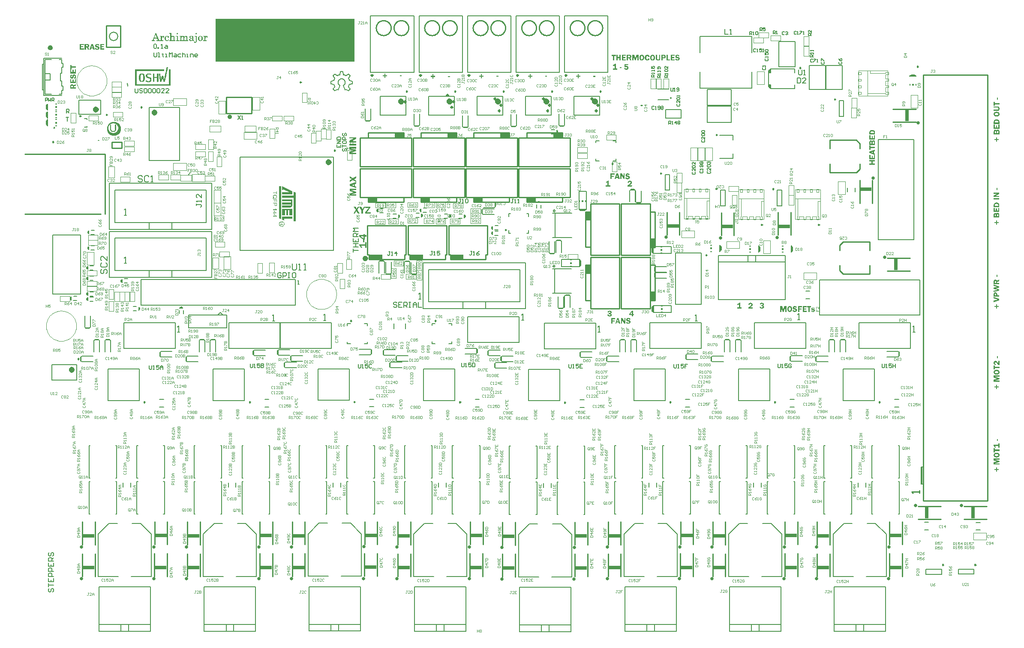
<source format=gto>
G04*
G04 #@! TF.GenerationSoftware,Altium Limited,Altium Designer,19.0.12 (326)*
G04*
G04 Layer_Color=65535*
%FSLAX25Y25*%
%MOIN*%
G70*
G01*
G75*
%ADD10C,0.01200*%
%ADD11C,0.01000*%
%ADD12C,0.02362*%
%ADD13C,0.00984*%
%ADD14C,0.00394*%
%ADD15C,0.00800*%
%ADD16C,0.00100*%
%ADD17C,0.00984*%
%ADD18C,0.00400*%
%ADD19C,0.00500*%
%ADD20C,0.02000*%
%ADD21C,0.02400*%
%ADD22C,0.01378*%
%ADD23C,0.02500*%
%ADD24C,0.03500*%
%ADD25C,0.00200*%
%ADD26C,0.00787*%
%ADD27C,0.00600*%
%ADD28C,0.00197*%
%ADD29C,0.00039*%
%ADD30C,0.00700*%
%ADD31R,0.01190X0.01200*%
%ADD32R,0.00600X0.01200*%
%ADD33R,0.00590X0.01200*%
%ADD34R,0.01200X0.01190*%
%ADD35R,0.01200X0.00600*%
%ADD36R,0.01200X0.00590*%
%ADD37R,0.08790X0.02953*%
%ADD38R,0.02953X0.08790*%
%ADD39R,1.08133X0.33184*%
G36*
X55753Y400670D02*
X56704Y400276D01*
X57561Y399704D01*
X57925Y399340D01*
X58257Y399008D01*
X58778Y398228D01*
X59137Y397360D01*
X59321Y396439D01*
Y395970D01*
Y395444D01*
X59115Y394413D01*
X58713Y393442D01*
X58129Y392567D01*
X57757Y392196D01*
Y392196D01*
X57617Y392056D01*
X57303Y391741D01*
X56564Y391247D01*
X55742Y390907D01*
X54870Y390734D01*
X53887D01*
X52831Y390944D01*
X51836Y391355D01*
X50941Y391954D01*
X50560Y392334D01*
X50239Y392656D01*
X49734Y393412D01*
X49386Y394252D01*
X49209Y395144D01*
Y395598D01*
X49601Y395205D01*
X49625Y395182D01*
X49662Y395126D01*
X49688Y395065D01*
X49701Y394999D01*
Y394966D01*
X49707Y394826D01*
X49762Y394552D01*
X49869Y394294D01*
X50024Y394061D01*
X50118Y393958D01*
X50474Y393602D01*
X50820Y393289D01*
X51594Y392771D01*
X52455Y392414D01*
X53369Y392233D01*
X53834Y392210D01*
X54230Y392229D01*
X55007Y392384D01*
X55739Y392687D01*
X56397Y393127D01*
X56691Y393393D01*
X56956Y393686D01*
X57395Y394342D01*
X57697Y395072D01*
X57851Y395847D01*
X57871Y396241D01*
X57849Y396679D01*
X57678Y397537D01*
X57344Y398346D01*
X56857Y399074D01*
X56563Y399399D01*
X56563Y399399D01*
X54228Y400871D01*
X54743D01*
X55753Y400670D01*
D02*
G37*
G36*
X402785Y388950D02*
X395925D01*
Y392700D01*
X402785D01*
Y388950D01*
D02*
G37*
G36*
X361550D02*
X354690D01*
Y392700D01*
X361550D01*
Y388950D01*
D02*
G37*
G36*
X320500D02*
X313640D01*
Y392700D01*
X320500D01*
Y388950D01*
D02*
G37*
G36*
X279450D02*
X272590D01*
Y392700D01*
X279450D01*
Y388950D01*
D02*
G37*
G36*
X192869Y347246D02*
Y344884D01*
X184931D01*
Y346459D01*
X190469D01*
X185719Y348821D01*
Y348033D01*
X184931D01*
Y351183D01*
X192869Y347246D01*
D02*
G37*
G36*
X382146Y338700D02*
X375285D01*
Y342450D01*
X382146D01*
Y338700D01*
D02*
G37*
G36*
X340910D02*
X334050D01*
Y342450D01*
X340910D01*
Y338700D01*
D02*
G37*
G36*
X299860D02*
X293000D01*
Y342450D01*
X299860D01*
Y338700D01*
D02*
G37*
G36*
X258810D02*
X251950D01*
Y342450D01*
X258810D01*
Y338700D01*
D02*
G37*
G36*
X192869Y336222D02*
X192469Y335383D01*
X192069Y334983D01*
X191269Y334583D01*
X184931D01*
Y336222D01*
X192069D01*
Y337010D01*
X184931D01*
Y338585D01*
X192069D01*
Y339372D01*
X184931D01*
Y340947D01*
X192869D01*
Y336222D01*
D02*
G37*
G36*
Y328683D02*
X190469D01*
Y332583D01*
X189669D01*
Y328683D01*
X188169D01*
Y332583D01*
X187293D01*
Y328683D01*
X184931D01*
Y333383D01*
X192869D01*
Y328683D01*
D02*
G37*
G36*
X184144Y325583D02*
X182569Y326283D01*
Y351183D01*
X184144D01*
Y325583D01*
D02*
G37*
G36*
X424774Y324410D02*
X421024D01*
Y331270D01*
X424774D01*
Y324410D01*
D02*
G37*
G36*
X192869Y325983D02*
X186506D01*
Y324383D01*
X184931Y325183D01*
Y327483D01*
X192869D01*
Y325983D01*
D02*
G37*
G36*
X195569Y346065D02*
Y323983D01*
X194069D01*
Y342128D01*
X184931D01*
Y343703D01*
X194069D01*
Y346852D01*
X195569Y346065D01*
D02*
G37*
G36*
X474843Y303671D02*
X471093D01*
Y310531D01*
X474843D01*
Y303671D01*
D02*
G37*
G36*
X326055Y294100D02*
X315750D01*
Y297850D01*
X326055D01*
Y294100D01*
D02*
G37*
G36*
X294555D02*
X284250D01*
Y297850D01*
X294555D01*
Y294100D01*
D02*
G37*
G36*
X262855D02*
X252550D01*
Y297850D01*
X262855D01*
Y294100D01*
D02*
G37*
G36*
X424774Y282835D02*
X421024D01*
Y289695D01*
X424774D01*
Y282835D01*
D02*
G37*
G36*
X474843Y262195D02*
X471093D01*
Y269055D01*
X474843D01*
Y262195D01*
D02*
G37*
G36*
X448961Y443273D02*
X447417D01*
Y443974D01*
X448961D01*
Y443273D01*
D02*
G37*
G36*
X454013Y445453D02*
X452087D01*
X452021Y444471D01*
X452025Y444474D01*
X452039Y444488D01*
X452059Y444505D01*
X452087Y444530D01*
X452122Y444557D01*
X452164Y444592D01*
X452216Y444623D01*
X452271Y444662D01*
X452334Y444696D01*
X452406Y444731D01*
X452483Y444762D01*
X452566Y444790D01*
X452656Y444814D01*
X452750Y444832D01*
X452851Y444845D01*
X452958Y444849D01*
X452986D01*
X453017Y444845D01*
X453059Y444842D01*
X453111Y444838D01*
X453170Y444828D01*
X453236Y444814D01*
X453309Y444800D01*
X453385Y444779D01*
X453468Y444752D01*
X453551Y444721D01*
X453638Y444682D01*
X453725Y444637D01*
X453808Y444585D01*
X453892Y444523D01*
X453971Y444453D01*
X453975Y444450D01*
X453989Y444436D01*
X454010Y444412D01*
X454037Y444384D01*
X454069Y444342D01*
X454103Y444297D01*
X454141Y444242D01*
X454180Y444179D01*
X454218Y444110D01*
X454256Y444033D01*
X454291Y443950D01*
X454322Y443860D01*
X454350Y443763D01*
X454370Y443662D01*
X454384Y443555D01*
X454388Y443440D01*
Y443437D01*
Y443433D01*
Y443423D01*
Y443409D01*
X454384Y443374D01*
X454381Y443326D01*
X454374Y443267D01*
X454363Y443201D01*
X454350Y443124D01*
X454332Y443041D01*
X454308Y442954D01*
X454277Y442864D01*
X454242Y442770D01*
X454197Y442677D01*
X454145Y442583D01*
X454086Y442489D01*
X454016Y442399D01*
X453937Y442316D01*
X453933Y442312D01*
X453916Y442299D01*
X453888Y442274D01*
X453853Y442246D01*
X453808Y442215D01*
X453753Y442177D01*
X453687Y442139D01*
X453611Y442097D01*
X453524Y442056D01*
X453430Y442017D01*
X453326Y441979D01*
X453215Y441948D01*
X453093Y441920D01*
X452965Y441896D01*
X452826Y441882D01*
X452677Y441879D01*
X452642D01*
X452615Y441882D01*
X452583D01*
X452545Y441886D01*
X452500Y441892D01*
X452452Y441899D01*
X452399Y441906D01*
X452341Y441917D01*
X452278Y441931D01*
X452216Y441945D01*
X452077Y441983D01*
X452004Y442007D01*
X451931Y442035D01*
X451858Y442066D01*
X451782Y442101D01*
X451709Y442142D01*
X451633Y442184D01*
X451560Y442233D01*
X451487Y442285D01*
X451417Y442344D01*
X451348Y442406D01*
X451286Y442475D01*
X451223Y442552D01*
X451164Y442632D01*
X451109Y442718D01*
X451057Y442812D01*
X451012Y442909D01*
X450973Y443017D01*
X450939Y443131D01*
X451907Y443277D01*
X451910Y443270D01*
X451914Y443253D01*
X451924Y443225D01*
X451938Y443187D01*
X451959Y443142D01*
X451983Y443093D01*
X452014Y443041D01*
X452052Y442985D01*
X452098Y442930D01*
X452150Y442878D01*
X452212Y442829D01*
X452278Y442784D01*
X452354Y442750D01*
X452441Y442718D01*
X452538Y442701D01*
X452642Y442694D01*
X452674D01*
X452694Y442697D01*
X452722Y442701D01*
X452753Y442704D01*
X452788Y442711D01*
X452826Y442718D01*
X452910Y442743D01*
X452951Y442760D01*
X452996Y442777D01*
X453038Y442802D01*
X453080Y442826D01*
X453118Y442857D01*
X453156Y442892D01*
X453159Y442895D01*
X453163Y442902D01*
X453173Y442913D01*
X453187Y442927D01*
X453201Y442947D01*
X453215Y442972D01*
X453232Y442996D01*
X453253Y443027D01*
X453288Y443097D01*
X453316Y443176D01*
X453340Y443267D01*
X453343Y443315D01*
X453347Y443367D01*
Y443371D01*
Y443381D01*
Y443395D01*
X453343Y443416D01*
X453340Y443440D01*
X453336Y443468D01*
X453323Y443534D01*
X453298Y443610D01*
X453281Y443652D01*
X453264Y443693D01*
X453239Y443735D01*
X453211Y443777D01*
X453180Y443818D01*
X453146Y443856D01*
X453142Y443860D01*
X453135Y443867D01*
X453125Y443874D01*
X453111Y443888D01*
X453090Y443905D01*
X453066Y443922D01*
X453038Y443940D01*
X453010Y443961D01*
X452937Y443995D01*
X452854Y444030D01*
X452806Y444044D01*
X452757Y444051D01*
X452705Y444058D01*
X452653Y444061D01*
X452635D01*
X452615Y444058D01*
X452587Y444054D01*
X452552Y444051D01*
X452510Y444044D01*
X452469Y444033D01*
X452420Y444020D01*
X452372Y443999D01*
X452320Y443978D01*
X452268Y443950D01*
X452212Y443916D01*
X452164Y443877D01*
X452111Y443832D01*
X452066Y443777D01*
X452021Y443718D01*
X451178Y443856D01*
X451352Y446355D01*
X454128D01*
X454013Y445453D01*
D02*
G37*
G36*
X444453Y442757D02*
X445675D01*
Y441948D01*
X442104D01*
Y442757D01*
X443440D01*
Y445272D01*
X443436D01*
X443430Y445265D01*
X443419Y445262D01*
X443405Y445251D01*
X443388Y445241D01*
X443364Y445227D01*
X443312Y445196D01*
X443246Y445154D01*
X443169Y445113D01*
X443083Y445064D01*
X442992Y445012D01*
X442895Y444956D01*
X442795Y444901D01*
X442590Y444793D01*
X442489Y444741D01*
X442392Y444696D01*
X442302Y444655D01*
X442215Y444616D01*
Y445522D01*
X442218D01*
X442229Y445526D01*
X442243Y445533D01*
X442264Y445536D01*
X442291Y445546D01*
X442323Y445557D01*
X442357Y445571D01*
X442399Y445585D01*
X442444Y445598D01*
X442489Y445616D01*
X442593Y445657D01*
X442708Y445706D01*
X442829Y445758D01*
X442954Y445821D01*
X443079Y445886D01*
X443204Y445963D01*
X443322Y446043D01*
X443436Y446129D01*
X443541Y446220D01*
X443586Y446268D01*
X443631Y446317D01*
X443669Y446369D01*
X443704Y446421D01*
X444453D01*
Y442757D01*
D02*
G37*
G36*
X492415Y453593D02*
X492446D01*
X492481Y453590D01*
X492522Y453586D01*
X492567Y453580D01*
X492619Y453573D01*
X492671Y453566D01*
X492730Y453555D01*
X492789Y453541D01*
X492918Y453510D01*
X493053Y453469D01*
X493195Y453413D01*
X493265Y453378D01*
X493338Y453343D01*
X493407Y453305D01*
X493476Y453260D01*
X493546Y453212D01*
X493612Y453160D01*
X493674Y453101D01*
X493737Y453042D01*
X493796Y452972D01*
X493851Y452903D01*
X493900Y452823D01*
X493948Y452743D01*
X493990Y452653D01*
X494028Y452559D01*
X493150Y452268D01*
X493147Y452275D01*
X493140Y452289D01*
X493129Y452316D01*
X493112Y452348D01*
X493091Y452389D01*
X493063Y452431D01*
X493029Y452480D01*
X492987Y452528D01*
X492942Y452577D01*
X492886Y452625D01*
X492824Y452667D01*
X492758Y452708D01*
X492678Y452740D01*
X492595Y452768D01*
X492501Y452781D01*
X492397Y452788D01*
X492370D01*
X492342Y452785D01*
X492304Y452781D01*
X492255Y452778D01*
X492203Y452768D01*
X492147Y452754D01*
X492092Y452740D01*
X492036Y452719D01*
X491981Y452691D01*
X491929Y452660D01*
X491884Y452622D01*
X491842Y452573D01*
X491814Y452521D01*
X491793Y452459D01*
X491790Y452424D01*
X491786Y452389D01*
Y452382D01*
X491790Y452365D01*
X491793Y452334D01*
X491800Y452299D01*
X491814Y452254D01*
X491835Y452212D01*
X491859Y452167D01*
X491898Y452122D01*
X491904Y452119D01*
X491912Y452112D01*
X491922Y452105D01*
X491936Y452094D01*
X491957Y452084D01*
X491977Y452070D01*
X492005Y452056D01*
X492036Y452042D01*
X492075Y452028D01*
X492116Y452011D01*
X492165Y451994D01*
X492220Y451980D01*
X492279Y451963D01*
X492345Y451945D01*
X492418Y451931D01*
X492425D01*
X492435Y451928D01*
X492449Y451924D01*
X492484Y451917D01*
X492529Y451907D01*
X492585Y451896D01*
X492647Y451879D01*
X492717Y451862D01*
X492793Y451845D01*
X492873Y451824D01*
X492956Y451803D01*
X493119Y451754D01*
X493195Y451730D01*
X493272Y451706D01*
X493341Y451681D01*
X493404Y451654D01*
X493407D01*
X493418Y451647D01*
X493435Y451640D01*
X493456Y451626D01*
X493483Y451612D01*
X493515Y451595D01*
X493549Y451570D01*
X493587Y451546D01*
X493626Y451515D01*
X493671Y451484D01*
X493712Y451445D01*
X493757Y451407D01*
X493803Y451362D01*
X493848Y451314D01*
X493889Y451262D01*
X493931Y451206D01*
X493934Y451202D01*
X493941Y451192D01*
X493952Y451175D01*
X493966Y451154D01*
X493980Y451123D01*
X494000Y451088D01*
X494018Y451050D01*
X494039Y451005D01*
X494059Y450956D01*
X494077Y450904D01*
X494098Y450849D01*
X494111Y450786D01*
X494125Y450724D01*
X494136Y450658D01*
X494143Y450588D01*
X494146Y450519D01*
Y450512D01*
Y450491D01*
X494143Y450460D01*
X494139Y450418D01*
X494132Y450366D01*
X494122Y450307D01*
X494108Y450241D01*
X494087Y450165D01*
X494063Y450089D01*
X494035Y450005D01*
X493997Y449919D01*
X493952Y449832D01*
X493900Y449745D01*
X493837Y449658D01*
X493764Y449572D01*
X493685Y449488D01*
X493678Y449485D01*
X493664Y449471D01*
X493636Y449447D01*
X493598Y449422D01*
X493549Y449388D01*
X493494Y449350D01*
X493421Y449311D01*
X493341Y449273D01*
X493251Y449232D01*
X493150Y449193D01*
X493039Y449155D01*
X492918Y449124D01*
X492782Y449096D01*
X492640Y449072D01*
X492484Y449058D01*
X492321Y449055D01*
X492290D01*
X492255Y449058D01*
X492206D01*
X492151Y449065D01*
X492081Y449072D01*
X492005Y449079D01*
X491922Y449093D01*
X491835Y449110D01*
X491741Y449131D01*
X491648Y449155D01*
X491551Y449183D01*
X491453Y449218D01*
X491356Y449259D01*
X491259Y449308D01*
X491169Y449360D01*
X491162Y449363D01*
X491148Y449374D01*
X491124Y449391D01*
X491093Y449419D01*
X491054Y449450D01*
X491009Y449488D01*
X490964Y449537D01*
X490912Y449589D01*
X490860Y449651D01*
X490808Y449721D01*
X490756Y449794D01*
X490704Y449877D01*
X490659Y449967D01*
X490614Y450061D01*
X490576Y450165D01*
X490544Y450276D01*
X491499Y450495D01*
X491502Y450488D01*
X491505Y450467D01*
X491519Y450439D01*
X491537Y450397D01*
X491558Y450352D01*
X491589Y450300D01*
X491623Y450245D01*
X491672Y450186D01*
X491724Y450127D01*
X491786Y450071D01*
X491859Y450019D01*
X491943Y449974D01*
X492036Y449932D01*
X492144Y449905D01*
X492262Y449884D01*
X492328Y449881D01*
X492394Y449877D01*
X492428D01*
X492453Y449881D01*
X492481D01*
X492515Y449884D01*
X492553Y449887D01*
X492592Y449894D01*
X492678Y449912D01*
X492765Y449932D01*
X492848Y449967D01*
X492886Y449988D01*
X492921Y450012D01*
X492925D01*
X492928Y450019D01*
X492949Y450037D01*
X492977Y450068D01*
X493012Y450106D01*
X493043Y450155D01*
X493070Y450210D01*
X493091Y450269D01*
X493095Y450304D01*
X493098Y450339D01*
Y450342D01*
Y450345D01*
Y450356D01*
X493095Y450370D01*
X493091Y450404D01*
X493077Y450450D01*
X493060Y450498D01*
X493032Y450547D01*
X492991Y450595D01*
X492966Y450620D01*
X492939Y450640D01*
X492935D01*
X492932Y450644D01*
X492921Y450651D01*
X492907Y450658D01*
X492886Y450668D01*
X492866Y450679D01*
X492835Y450693D01*
X492803Y450706D01*
X492765Y450720D01*
X492720Y450738D01*
X492668Y450755D01*
X492612Y450772D01*
X492553Y450790D01*
X492484Y450807D01*
X492408Y450824D01*
X492328Y450842D01*
X492324D01*
X492317Y450845D01*
X492307D01*
X492290Y450849D01*
X492272Y450855D01*
X492248Y450859D01*
X492220Y450866D01*
X492193Y450873D01*
X492123Y450890D01*
X492043Y450911D01*
X491957Y450939D01*
X491863Y450967D01*
X491766Y450998D01*
X491665Y451032D01*
X491568Y451074D01*
X491467Y451116D01*
X491374Y451161D01*
X491283Y451209D01*
X491204Y451262D01*
X491131Y451317D01*
X491127Y451321D01*
X491117Y451331D01*
X491100Y451348D01*
X491075Y451373D01*
X491047Y451404D01*
X491016Y451442D01*
X490985Y451487D01*
X490954Y451539D01*
X490919Y451598D01*
X490888Y451664D01*
X490857Y451737D01*
X490829Y451817D01*
X490808Y451903D01*
X490787Y451994D01*
X490777Y452094D01*
X490773Y452198D01*
Y452205D01*
Y452226D01*
X490777Y452254D01*
X490780Y452296D01*
X490787Y452348D01*
X490798Y452407D01*
X490808Y452473D01*
X490825Y452545D01*
X490850Y452622D01*
X490877Y452702D01*
X490912Y452781D01*
X490954Y452865D01*
X491002Y452951D01*
X491058Y453031D01*
X491124Y453115D01*
X491200Y453191D01*
X491204Y453194D01*
X491221Y453208D01*
X491245Y453229D01*
X491280Y453253D01*
X491322Y453285D01*
X491374Y453319D01*
X491436Y453357D01*
X491505Y453396D01*
X491585Y453430D01*
X491672Y453469D01*
X491766Y453503D01*
X491870Y453534D01*
X491981Y453559D01*
X492099Y453580D01*
X492227Y453593D01*
X492359Y453597D01*
X492390D01*
X492415Y453593D01*
D02*
G37*
G36*
X469062Y453593D02*
X469096Y453590D01*
X469141Y453586D01*
X469190Y453580D01*
X469245Y453569D01*
X469304Y453559D01*
X469367Y453545D01*
X469436Y453527D01*
X469506Y453507D01*
X469579Y453482D01*
X469655Y453455D01*
X469735Y453420D01*
X469811Y453382D01*
X469891Y453340D01*
X469971Y453292D01*
X470050Y453239D01*
X470127Y453180D01*
X470203Y453115D01*
X470280Y453042D01*
X470349Y452962D01*
X470418Y452875D01*
X470484Y452781D01*
X470543Y452681D01*
X470599Y452570D01*
X470647Y452452D01*
X470692Y452323D01*
X470731Y452188D01*
X470758Y452042D01*
X470783Y451886D01*
X469700Y451820D01*
Y451824D01*
Y451831D01*
Y451845D01*
X469697Y451862D01*
Y451883D01*
X469693Y451907D01*
X469686Y451966D01*
X469672Y452035D01*
X469655Y452115D01*
X469631Y452198D01*
X469599Y452289D01*
X469561Y452375D01*
X469513Y452459D01*
X469454Y452538D01*
X469381Y452608D01*
X469301Y452667D01*
X469256Y452691D01*
X469204Y452712D01*
X469152Y452729D01*
X469096Y452743D01*
X469034Y452750D01*
X468971Y452754D01*
X468951D01*
X468937Y452750D01*
X468919Y452747D01*
X468898Y452743D01*
X468846Y452733D01*
X468784Y452708D01*
X468718Y452677D01*
X468680Y452657D01*
X468645Y452632D01*
X468607Y452604D01*
X468569Y452573D01*
X468531Y452538D01*
X468492Y452497D01*
X468458Y452452D01*
X468420Y452403D01*
X468385Y452348D01*
X468354Y452289D01*
X468322Y452219D01*
X468291Y452146D01*
X468263Y452070D01*
X468239Y451983D01*
X468218Y451890D01*
X468201Y451792D01*
X468187Y451685D01*
X468177Y451570D01*
X468170Y451449D01*
X468166Y451317D01*
Y451314D01*
Y451307D01*
Y451296D01*
Y451282D01*
Y451262D01*
Y451237D01*
X468170Y451182D01*
X468173Y451116D01*
X468177Y451039D01*
X468184Y450956D01*
X468194Y450866D01*
X468218Y450679D01*
X468239Y450585D01*
X468260Y450495D01*
X468284Y450404D01*
X468312Y450325D01*
X468347Y450255D01*
X468385Y450193D01*
X468388Y450189D01*
X468395Y450179D01*
X468409Y450165D01*
X468427Y450148D01*
X468447Y450123D01*
X468475Y450099D01*
X468506Y450071D01*
X468544Y450047D01*
X468586Y450019D01*
X468631Y449992D01*
X468680Y449967D01*
X468735Y449943D01*
X468794Y449926D01*
X468857Y449912D01*
X468923Y449901D01*
X468996Y449898D01*
X469002D01*
X469023Y449901D01*
X469055Y449905D01*
X469100Y449912D01*
X469148Y449922D01*
X469207Y449943D01*
X469270Y449967D01*
X469336Y450002D01*
X469402Y450047D01*
X469471Y450103D01*
X469533Y450169D01*
X469568Y450207D01*
X469596Y450248D01*
X469627Y450293D01*
X469655Y450345D01*
X469683Y450397D01*
X469707Y450456D01*
X469728Y450519D01*
X469749Y450585D01*
X469766Y450654D01*
X469780Y450731D01*
X470783Y450668D01*
Y450665D01*
Y450658D01*
X470779Y450647D01*
Y450633D01*
X470776Y450616D01*
X470772Y450592D01*
X470758Y450540D01*
X470745Y450474D01*
X470727Y450397D01*
X470703Y450311D01*
X470672Y450220D01*
X470637Y450127D01*
X470595Y450026D01*
X470547Y449926D01*
X470495Y449825D01*
X470429Y449728D01*
X470359Y449634D01*
X470280Y449547D01*
X470193Y449464D01*
X470186Y449461D01*
X470172Y449447D01*
X470144Y449426D01*
X470106Y449402D01*
X470057Y449370D01*
X469998Y449336D01*
X469933Y449298D01*
X469856Y449259D01*
X469773Y449221D01*
X469683Y449183D01*
X469582Y449148D01*
X469478Y449117D01*
X469363Y449093D01*
X469245Y449072D01*
X469121Y449058D01*
X468989Y449055D01*
X468951D01*
X468930Y449058D01*
X468905D01*
X468874Y449061D01*
X468843Y449065D01*
X468770Y449072D01*
X468683Y449086D01*
X468586Y449107D01*
X468482Y449131D01*
X468371Y449162D01*
X468257Y449200D01*
X468139Y449249D01*
X468020Y449308D01*
X467903Y449377D01*
X467785Y449457D01*
X467673Y449551D01*
X467618Y449599D01*
X467566Y449655D01*
Y449658D01*
X467559Y449662D01*
X467552Y449672D01*
X467542Y449683D01*
X467517Y449717D01*
X467483Y449766D01*
X467441Y449828D01*
X467392Y449901D01*
X467344Y449992D01*
X467295Y450089D01*
X467243Y450203D01*
X467195Y450328D01*
X467146Y450463D01*
X467108Y450613D01*
X467073Y450776D01*
X467045Y450946D01*
X467028Y451130D01*
X467021Y451324D01*
Y451328D01*
Y451334D01*
Y451348D01*
Y451369D01*
X467025Y451393D01*
Y451421D01*
X467028Y451452D01*
Y451490D01*
X467032Y451532D01*
X467038Y451574D01*
X467049Y451674D01*
X467066Y451782D01*
X467087Y451903D01*
X467115Y452028D01*
X467149Y452164D01*
X467191Y452299D01*
X467243Y452434D01*
X467306Y452573D01*
X467375Y452705D01*
X467455Y452837D01*
X467549Y452958D01*
Y452962D01*
X467556Y452965D01*
X467573Y452986D01*
X467604Y453017D01*
X467646Y453059D01*
X467698Y453108D01*
X467764Y453160D01*
X467840Y453219D01*
X467927Y453278D01*
X468024Y453337D01*
X468132Y453396D01*
X468253Y453448D01*
X468381Y453496D01*
X468520Y453538D01*
X468666Y453569D01*
X468826Y453590D01*
X468909Y453597D01*
X469030D01*
X469062Y453593D01*
D02*
G37*
G36*
X448325Y449124D02*
X447312D01*
Y450942D01*
X445934D01*
Y449124D01*
X444921D01*
Y453531D01*
X445934D01*
Y451813D01*
X447312D01*
Y453531D01*
X448325D01*
Y449124D01*
D02*
G37*
G36*
X462121D02*
X461081D01*
Y452715D01*
X459974Y449124D01*
X459266D01*
X458183Y452715D01*
Y449124D01*
X457319D01*
Y453531D01*
X458922D01*
X459696Y450890D01*
X460504Y453531D01*
X462121D01*
Y449124D01*
D02*
G37*
G36*
X479076Y450783D02*
Y450779D01*
Y450776D01*
Y450765D01*
Y450755D01*
Y450720D01*
X479073Y450675D01*
Y450620D01*
X479069Y450557D01*
X479062Y450484D01*
X479059Y450411D01*
X479048Y450332D01*
X479038Y450252D01*
X479010Y450085D01*
X478993Y450005D01*
X478975Y449929D01*
X478951Y449860D01*
X478923Y449794D01*
Y449790D01*
X478916Y449780D01*
X478906Y449762D01*
X478892Y449742D01*
X478875Y449714D01*
X478854Y449679D01*
X478826Y449645D01*
X478795Y449606D01*
X478760Y449565D01*
X478719Y449523D01*
X478673Y449478D01*
X478621Y449433D01*
X478566Y449388D01*
X478503Y449346D01*
X478434Y449304D01*
X478361Y449263D01*
X478358Y449259D01*
X478344Y449252D01*
X478320Y449242D01*
X478288Y449232D01*
X478247Y449214D01*
X478198Y449197D01*
X478142Y449180D01*
X478080Y449159D01*
X478007Y449138D01*
X477927Y449121D01*
X477841Y449103D01*
X477750Y449086D01*
X477650Y449075D01*
X477546Y449065D01*
X477435Y449058D01*
X477317Y449055D01*
X477254D01*
X477213Y449058D01*
X477157Y449061D01*
X477095Y449065D01*
X477025Y449068D01*
X476952Y449079D01*
X476872Y449086D01*
X476789Y449100D01*
X476623Y449131D01*
X476536Y449152D01*
X476456Y449180D01*
X476376Y449207D01*
X476303Y449238D01*
X476300Y449242D01*
X476286Y449249D01*
X476269Y449259D01*
X476241Y449273D01*
X476210Y449294D01*
X476175Y449315D01*
X476137Y449343D01*
X476092Y449377D01*
X476047Y449412D01*
X476002Y449450D01*
X475956Y449495D01*
X475908Y449544D01*
X475863Y449596D01*
X475818Y449651D01*
X475779Y449710D01*
X475741Y449773D01*
X475738Y449776D01*
X475734Y449790D01*
X475724Y449811D01*
X475713Y449839D01*
X475700Y449873D01*
X475682Y449919D01*
X475665Y449971D01*
X475651Y450030D01*
X475634Y450096D01*
X475616Y450172D01*
X475599Y450255D01*
X475585Y450345D01*
X475575Y450443D01*
X475564Y450550D01*
X475561Y450661D01*
X475557Y450783D01*
Y453531D01*
X476678D01*
Y450783D01*
Y450779D01*
Y450769D01*
Y450748D01*
Y450724D01*
X476682Y450696D01*
Y450661D01*
Y450623D01*
X476685Y450585D01*
X476692Y450498D01*
X476702Y450411D01*
X476716Y450332D01*
X476727Y450293D01*
X476737Y450259D01*
Y450255D01*
X476741Y450252D01*
X476748Y450231D01*
X476765Y450200D01*
X476789Y450165D01*
X476820Y450120D01*
X476862Y450078D01*
X476911Y450033D01*
X476973Y449995D01*
X476977D01*
X476980Y449992D01*
X476991Y449985D01*
X477004Y449981D01*
X477022Y449974D01*
X477042Y449964D01*
X477095Y449946D01*
X477161Y449929D01*
X477237Y449912D01*
X477320Y449901D01*
X477414Y449898D01*
X477462D01*
X477487Y449901D01*
X477514D01*
X477584Y449908D01*
X477657Y449922D01*
X477737Y449936D01*
X477813Y449960D01*
X477886Y449992D01*
X477889D01*
X477893Y449995D01*
X477917Y450009D01*
X477948Y450030D01*
X477986Y450061D01*
X478024Y450096D01*
X478066Y450141D01*
X478101Y450193D01*
X478129Y450248D01*
Y450252D01*
X478132Y450255D01*
X478136Y450266D01*
X478139Y450280D01*
X478142Y450297D01*
X478149Y450318D01*
X478153Y450345D01*
X478160Y450377D01*
X478167Y450411D01*
X478170Y450450D01*
X478177Y450491D01*
X478181Y450540D01*
X478184Y450595D01*
X478188Y450651D01*
X478191Y450717D01*
Y450783D01*
Y453531D01*
X479076D01*
Y450783D01*
D02*
G37*
G36*
X490364Y452691D02*
X488261D01*
Y451786D01*
X489916D01*
Y450956D01*
X488261D01*
Y449995D01*
X490364D01*
Y449124D01*
X487213D01*
Y453531D01*
X490364D01*
Y452691D01*
D02*
G37*
G36*
X484930Y449995D02*
X486686D01*
Y449124D01*
X483885D01*
Y453531D01*
X484930D01*
Y449995D01*
D02*
G37*
G36*
X481727Y453527D02*
X481772D01*
X481831Y453524D01*
X481890Y453520D01*
X481959Y453517D01*
X482029Y453510D01*
X482102Y453500D01*
X482247Y453479D01*
X482320Y453465D01*
X482390Y453448D01*
X482456Y453427D01*
X482518Y453406D01*
X482522D01*
X482532Y453399D01*
X482549Y453392D01*
X482570Y453382D01*
X482598Y453368D01*
X482629Y453350D01*
X482664Y453330D01*
X482702Y453302D01*
X482744Y453274D01*
X482789Y453243D01*
X482834Y453205D01*
X482882Y453163D01*
X482928Y453118D01*
X482976Y453069D01*
X483025Y453017D01*
X483070Y452958D01*
X483073Y452955D01*
X483080Y452945D01*
X483091Y452927D01*
X483108Y452903D01*
X483125Y452872D01*
X483146Y452833D01*
X483171Y452788D01*
X483191Y452740D01*
X483216Y452688D01*
X483237Y452625D01*
X483257Y452563D01*
X483275Y452493D01*
X483292Y452421D01*
X483302Y452341D01*
X483309Y452261D01*
X483313Y452174D01*
Y452171D01*
Y452160D01*
Y452143D01*
X483309Y452119D01*
Y452087D01*
X483306Y452056D01*
X483302Y452014D01*
X483295Y451973D01*
X483288Y451924D01*
X483282Y451876D01*
X483257Y451768D01*
X483226Y451654D01*
X483181Y451536D01*
Y451532D01*
X483174Y451522D01*
X483167Y451504D01*
X483157Y451484D01*
X483143Y451459D01*
X483129Y451428D01*
X483087Y451359D01*
X483035Y451282D01*
X482973Y451199D01*
X482900Y451123D01*
X482817Y451050D01*
X482813Y451046D01*
X482806Y451043D01*
X482792Y451032D01*
X482775Y451022D01*
X482754Y451008D01*
X482730Y450991D01*
X482671Y450953D01*
X482601Y450914D01*
X482525Y450876D01*
X482442Y450842D01*
X482359Y450814D01*
X482355D01*
X482348Y450810D01*
X482334D01*
X482317Y450807D01*
X482293Y450800D01*
X482265Y450797D01*
X482230Y450793D01*
X482192Y450786D01*
X482143Y450783D01*
X482095Y450776D01*
X482036Y450772D01*
X481977Y450769D01*
X481908Y450765D01*
X481835Y450762D01*
X481755Y450758D01*
X480943D01*
Y449124D01*
X479895D01*
Y453531D01*
X481685D01*
X481727Y453527D01*
D02*
G37*
G36*
X454998Y453527D02*
X455043D01*
X455095Y453524D01*
X455154Y453520D01*
X455216Y453517D01*
X455286Y453510D01*
X455355Y453500D01*
X455497Y453479D01*
X455640Y453448D01*
X455705Y453427D01*
X455768Y453406D01*
X455771D01*
X455782Y453399D01*
X455799Y453392D01*
X455824Y453382D01*
X455851Y453368D01*
X455883Y453350D01*
X455917Y453326D01*
X455959Y453302D01*
X456000Y453274D01*
X456042Y453239D01*
X456087Y453201D01*
X456132Y453160D01*
X456177Y453115D01*
X456222Y453062D01*
X456264Y453007D01*
X456306Y452948D01*
X456309Y452945D01*
X456316Y452934D01*
X456327Y452913D01*
X456341Y452889D01*
X456354Y452858D01*
X456375Y452819D01*
X456393Y452778D01*
X456413Y452729D01*
X456434Y452677D01*
X456452Y452622D01*
X456472Y452559D01*
X456486Y452497D01*
X456500Y452427D01*
X456510Y452358D01*
X456518Y452285D01*
X456521Y452209D01*
Y452205D01*
Y452198D01*
Y452188D01*
Y452174D01*
X456518Y452157D01*
Y452133D01*
X456510Y452080D01*
X456497Y452014D01*
X456479Y451938D01*
X456459Y451858D01*
X456427Y451768D01*
X456386Y451674D01*
X456334Y451581D01*
X456275Y451487D01*
X456198Y451393D01*
X456157Y451345D01*
X456111Y451303D01*
X456063Y451258D01*
X456011Y451216D01*
X455952Y451175D01*
X455893Y451137D01*
X455827Y451102D01*
X455758Y451067D01*
X456569Y449124D01*
X455431D01*
X454751Y450869D01*
X454016D01*
Y449124D01*
X452975D01*
Y453531D01*
X454959D01*
X454998Y453527D01*
D02*
G37*
G36*
X452357Y452691D02*
X450254D01*
Y451786D01*
X451909D01*
Y450956D01*
X450254D01*
Y449995D01*
X452357D01*
Y449124D01*
X449206D01*
Y453531D01*
X452357D01*
Y452691D01*
D02*
G37*
G36*
X444477Y452660D02*
X443387D01*
Y449124D01*
X442343D01*
Y452660D01*
X441246D01*
Y453531D01*
X444477D01*
Y452660D01*
D02*
G37*
G36*
X473128Y453593D02*
X473153D01*
X473184Y453590D01*
X473219Y453586D01*
X473295Y453576D01*
X473382Y453562D01*
X473482Y453538D01*
X473586Y453510D01*
X473697Y453475D01*
X473812Y453427D01*
X473926Y453371D01*
X474041Y453305D01*
X474156Y453226D01*
X474211Y453180D01*
X474263Y453135D01*
X474315Y453083D01*
X474364Y453028D01*
X474412Y452969D01*
X474457Y452906D01*
Y452903D01*
X474464Y452899D01*
X474468Y452889D01*
X474478Y452875D01*
X474489Y452858D01*
X474503Y452837D01*
X474516Y452813D01*
X474530Y452785D01*
X474568Y452719D01*
X474607Y452643D01*
X474648Y452552D01*
X474693Y452452D01*
X474738Y452337D01*
X474780Y452216D01*
X474818Y452087D01*
X474856Y451949D01*
X474884Y451803D01*
X474908Y451650D01*
X474926Y451490D01*
X474929Y451328D01*
Y451324D01*
Y451317D01*
Y451303D01*
Y451286D01*
X474926Y451262D01*
Y451234D01*
Y451202D01*
X474922Y451168D01*
X474919Y451130D01*
X474915Y451085D01*
X474905Y450991D01*
X474888Y450883D01*
X474870Y450765D01*
X474843Y450640D01*
X474811Y450512D01*
X474773Y450377D01*
X474725Y450241D01*
X474669Y450106D01*
X474603Y449971D01*
X474530Y449839D01*
X474443Y449710D01*
Y449707D01*
X474437Y449704D01*
X474423Y449683D01*
X474391Y449651D01*
X474353Y449610D01*
X474305Y449558D01*
X474242Y449502D01*
X474169Y449443D01*
X474086Y449384D01*
X473992Y449322D01*
X473888Y449263D01*
X473770Y449207D01*
X473645Y449159D01*
X473507Y449114D01*
X473357Y449082D01*
X473201Y449061D01*
X473118Y449058D01*
X473031Y449055D01*
X472993D01*
X472972Y449058D01*
X472944D01*
X472917Y449061D01*
X472886Y449065D01*
X472809Y449075D01*
X472722Y449089D01*
X472629Y449110D01*
X472525Y449138D01*
X472417Y449173D01*
X472302Y449218D01*
X472188Y449270D01*
X472074Y449336D01*
X471962Y449412D01*
X471851Y449502D01*
X471799Y449551D01*
X471751Y449603D01*
X471699Y449662D01*
X471654Y449721D01*
Y449724D01*
X471647Y449728D01*
X471643Y449738D01*
X471633Y449752D01*
X471622Y449769D01*
X471608Y449790D01*
X471595Y449815D01*
X471577Y449839D01*
X471543Y449905D01*
X471501Y449981D01*
X471456Y450071D01*
X471411Y450175D01*
X471366Y450286D01*
X471320Y450411D01*
X471282Y450543D01*
X471244Y450686D01*
X471213Y450838D01*
X471189Y450998D01*
X471175Y451164D01*
X471168Y451338D01*
Y451341D01*
Y451348D01*
Y451362D01*
Y451379D01*
X471171Y451404D01*
Y451432D01*
X471175Y451463D01*
Y451498D01*
X471178Y451539D01*
X471182Y451581D01*
X471196Y451678D01*
X471209Y451786D01*
X471230Y451900D01*
X471255Y452025D01*
X471289Y452153D01*
X471327Y452289D01*
X471376Y452424D01*
X471431Y452559D01*
X471497Y452695D01*
X471574Y452823D01*
X471661Y452948D01*
Y452951D01*
X471667Y452955D01*
X471685Y452976D01*
X471713Y453007D01*
X471751Y453049D01*
X471803Y453097D01*
X471865Y453153D01*
X471938Y453212D01*
X472021Y453274D01*
X472115Y453333D01*
X472219Y453392D01*
X472337Y453448D01*
X472462Y453496D01*
X472598Y453538D01*
X472743Y453569D01*
X472899Y453590D01*
X472983Y453593D01*
X473066Y453597D01*
X473107D01*
X473128Y453593D01*
D02*
G37*
G36*
X464755Y453593D02*
X464780D01*
X464811Y453590D01*
X464846Y453586D01*
X464922Y453576D01*
X465009Y453562D01*
X465109Y453538D01*
X465213Y453510D01*
X465324Y453475D01*
X465439Y453427D01*
X465553Y453371D01*
X465668Y453305D01*
X465782Y453226D01*
X465838Y453180D01*
X465890Y453135D01*
X465942Y453083D01*
X465991Y453028D01*
X466039Y452969D01*
X466084Y452906D01*
Y452903D01*
X466091Y452899D01*
X466095Y452889D01*
X466105Y452875D01*
X466116Y452858D01*
X466129Y452837D01*
X466143Y452813D01*
X466157Y452785D01*
X466195Y452719D01*
X466233Y452643D01*
X466275Y452552D01*
X466320Y452452D01*
X466365Y452337D01*
X466407Y452216D01*
X466445Y452087D01*
X466483Y451949D01*
X466511Y451803D01*
X466535Y451650D01*
X466553Y451490D01*
X466556Y451328D01*
Y451324D01*
Y451317D01*
Y451303D01*
Y451286D01*
X466553Y451262D01*
Y451234D01*
Y451202D01*
X466549Y451168D01*
X466546Y451130D01*
X466542Y451085D01*
X466532Y450991D01*
X466514Y450883D01*
X466497Y450765D01*
X466469Y450640D01*
X466438Y450512D01*
X466400Y450377D01*
X466352Y450241D01*
X466296Y450106D01*
X466230Y449971D01*
X466157Y449839D01*
X466070Y449710D01*
Y449707D01*
X466063Y449704D01*
X466050Y449683D01*
X466018Y449651D01*
X465980Y449610D01*
X465932Y449558D01*
X465869Y449502D01*
X465796Y449443D01*
X465713Y449384D01*
X465619Y449322D01*
X465515Y449263D01*
X465397Y449207D01*
X465272Y449159D01*
X465133Y449114D01*
X464984Y449082D01*
X464828Y449061D01*
X464745Y449058D01*
X464658Y449055D01*
X464620D01*
X464599Y449058D01*
X464571D01*
X464544Y449061D01*
X464512Y449065D01*
X464436Y449075D01*
X464349Y449089D01*
X464256Y449110D01*
X464151Y449138D01*
X464044Y449173D01*
X463929Y449218D01*
X463815Y449270D01*
X463700Y449336D01*
X463589Y449412D01*
X463478Y449502D01*
X463426Y449551D01*
X463378Y449603D01*
X463326Y449662D01*
X463280Y449721D01*
Y449724D01*
X463274Y449728D01*
X463270Y449738D01*
X463260Y449752D01*
X463249Y449769D01*
X463235Y449790D01*
X463222Y449815D01*
X463204Y449839D01*
X463169Y449905D01*
X463128Y449981D01*
X463083Y450071D01*
X463038Y450175D01*
X462992Y450286D01*
X462947Y450411D01*
X462909Y450543D01*
X462871Y450686D01*
X462840Y450838D01*
X462816Y450998D01*
X462802Y451164D01*
X462795Y451338D01*
Y451341D01*
Y451348D01*
Y451362D01*
Y451379D01*
X462798Y451404D01*
Y451432D01*
X462802Y451463D01*
Y451498D01*
X462805Y451539D01*
X462809Y451581D01*
X462822Y451678D01*
X462836Y451786D01*
X462857Y451900D01*
X462882Y452025D01*
X462916Y452153D01*
X462954Y452289D01*
X463003Y452424D01*
X463058Y452559D01*
X463124Y452695D01*
X463201Y452823D01*
X463287Y452948D01*
Y452951D01*
X463294Y452955D01*
X463312Y452976D01*
X463340Y453007D01*
X463378Y453049D01*
X463430Y453097D01*
X463492Y453153D01*
X463565Y453212D01*
X463648Y453274D01*
X463742Y453333D01*
X463846Y453392D01*
X463964Y453448D01*
X464089Y453496D01*
X464224Y453538D01*
X464370Y453569D01*
X464526Y453590D01*
X464609Y453593D01*
X464693Y453597D01*
X464734D01*
X464755Y453593D01*
D02*
G37*
G36*
X415697Y437194D02*
X416977D01*
Y436486D01*
X415697D01*
Y435161D01*
X414992D01*
Y436486D01*
X413712D01*
Y437194D01*
X414992D01*
Y438523D01*
X415697D01*
Y437194D01*
D02*
G37*
G36*
X428516Y436332D02*
X426972D01*
Y437033D01*
X428516D01*
Y436332D01*
D02*
G37*
G36*
X378179Y437272D02*
X379459D01*
Y436564D01*
X378179D01*
Y435239D01*
X377474D01*
Y436564D01*
X376194D01*
Y437272D01*
X377474D01*
Y438601D01*
X378179D01*
Y437272D01*
D02*
G37*
G36*
X390998Y436410D02*
X389454D01*
Y437111D01*
X390998D01*
Y436410D01*
D02*
G37*
G36*
X340349Y437272D02*
X341629D01*
Y436564D01*
X340349D01*
Y435239D01*
X339644D01*
Y436564D01*
X338364D01*
Y437272D01*
X339644D01*
Y438601D01*
X340349D01*
Y437272D01*
D02*
G37*
G36*
X353168Y436410D02*
X351624D01*
Y437111D01*
X353168D01*
Y436410D01*
D02*
G37*
G36*
X302675Y437038D02*
X303955D01*
Y436330D01*
X302675D01*
Y435005D01*
X301970D01*
Y436330D01*
X300690D01*
Y437038D01*
X301970D01*
Y438367D01*
X302675D01*
Y437038D01*
D02*
G37*
G36*
X315494Y436175D02*
X313950D01*
Y436876D01*
X315494D01*
Y436175D01*
D02*
G37*
G36*
X277976Y436799D02*
X276432D01*
Y437500D01*
X277976D01*
Y436799D01*
D02*
G37*
G36*
X265157Y437662D02*
X266437D01*
Y436954D01*
X265157D01*
Y435629D01*
X264452D01*
Y436954D01*
X263172D01*
Y437662D01*
X264452D01*
Y438991D01*
X265157D01*
Y437662D01*
D02*
G37*
G36*
X741468Y418659D02*
X740767D01*
Y420203D01*
X741468D01*
Y418659D01*
D02*
G37*
G36*
X739258Y415838D02*
X742794D01*
Y414794D01*
X739258D01*
Y413697D01*
X738387D01*
Y416928D01*
X739258D01*
Y415838D01*
D02*
G37*
G36*
X741243Y413315D02*
X741298D01*
X741361Y413312D01*
X741434Y413305D01*
X741507Y413302D01*
X741586Y413291D01*
X741666Y413281D01*
X741833Y413253D01*
X741913Y413236D01*
X741989Y413218D01*
X742058Y413194D01*
X742124Y413166D01*
X742128D01*
X742138Y413159D01*
X742156Y413149D01*
X742176Y413135D01*
X742204Y413118D01*
X742239Y413097D01*
X742274Y413069D01*
X742312Y413038D01*
X742353Y413003D01*
X742395Y412961D01*
X742440Y412916D01*
X742485Y412864D01*
X742530Y412809D01*
X742572Y412746D01*
X742614Y412677D01*
X742655Y412604D01*
X742659Y412601D01*
X742666Y412587D01*
X742676Y412562D01*
X742686Y412531D01*
X742704Y412490D01*
X742721Y412441D01*
X742738Y412385D01*
X742759Y412323D01*
X742780Y412250D01*
X742798Y412170D01*
X742815Y412083D01*
X742832Y411993D01*
X742843Y411893D01*
X742853Y411789D01*
X742860Y411678D01*
X742863Y411559D01*
Y411497D01*
X742860Y411455D01*
X742857Y411400D01*
X742853Y411338D01*
X742849Y411268D01*
X742839Y411195D01*
X742832Y411115D01*
X742818Y411032D01*
X742787Y410865D01*
X742766Y410779D01*
X742738Y410699D01*
X742711Y410619D01*
X742680Y410546D01*
X742676Y410543D01*
X742669Y410529D01*
X742659Y410512D01*
X742645Y410484D01*
X742624Y410453D01*
X742603Y410418D01*
X742575Y410380D01*
X742541Y410335D01*
X742506Y410289D01*
X742468Y410244D01*
X742423Y410199D01*
X742374Y410151D01*
X742322Y410106D01*
X742267Y410061D01*
X742208Y410022D01*
X742145Y409984D01*
X742142Y409981D01*
X742128Y409977D01*
X742107Y409967D01*
X742079Y409956D01*
X742044Y409942D01*
X741999Y409925D01*
X741947Y409908D01*
X741888Y409894D01*
X741822Y409877D01*
X741746Y409859D01*
X741663Y409842D01*
X741573Y409828D01*
X741475Y409818D01*
X741368Y409807D01*
X741257Y409804D01*
X741135Y409800D01*
X738387D01*
Y410921D01*
X741135D01*
X741139D01*
X741149D01*
X741170D01*
X741194D01*
X741222Y410924D01*
X741257D01*
X741295D01*
X741333Y410928D01*
X741420Y410935D01*
X741507Y410945D01*
X741586Y410959D01*
X741625Y410970D01*
X741659Y410980D01*
X741663D01*
X741666Y410984D01*
X741687Y410990D01*
X741718Y411008D01*
X741753Y411032D01*
X741798Y411063D01*
X741840Y411105D01*
X741885Y411154D01*
X741923Y411216D01*
Y411220D01*
X741926Y411223D01*
X741933Y411233D01*
X741937Y411247D01*
X741944Y411265D01*
X741954Y411285D01*
X741972Y411338D01*
X741989Y411403D01*
X742006Y411480D01*
X742017Y411563D01*
X742020Y411657D01*
Y411705D01*
X742017Y411730D01*
Y411757D01*
X742010Y411827D01*
X741996Y411900D01*
X741982Y411979D01*
X741958Y412056D01*
X741926Y412129D01*
Y412132D01*
X741923Y412136D01*
X741909Y412160D01*
X741888Y412191D01*
X741857Y412229D01*
X741822Y412267D01*
X741777Y412309D01*
X741725Y412344D01*
X741670Y412371D01*
X741666D01*
X741663Y412375D01*
X741652Y412379D01*
X741639Y412382D01*
X741621Y412385D01*
X741600Y412392D01*
X741573Y412396D01*
X741541Y412403D01*
X741507Y412410D01*
X741468Y412413D01*
X741427Y412420D01*
X741378Y412424D01*
X741323Y412427D01*
X741267Y412430D01*
X741201Y412434D01*
X741135D01*
X738387D01*
Y413319D01*
X741135D01*
X741139D01*
X741142D01*
X741153D01*
X741163D01*
X741198D01*
X741243Y413315D01*
D02*
G37*
G36*
X740657Y409169D02*
X740684D01*
X740716D01*
X740750Y409165D01*
X740788Y409162D01*
X740833Y409158D01*
X740927Y409148D01*
X741035Y409130D01*
X741153Y409113D01*
X741278Y409085D01*
X741406Y409054D01*
X741541Y409016D01*
X741677Y408967D01*
X741812Y408912D01*
X741947Y408846D01*
X742079Y408773D01*
X742208Y408686D01*
X742211D01*
X742214Y408679D01*
X742235Y408666D01*
X742267Y408634D01*
X742308Y408596D01*
X742360Y408548D01*
X742416Y408485D01*
X742475Y408412D01*
X742534Y408329D01*
X742596Y408235D01*
X742655Y408131D01*
X742711Y408013D01*
X742759Y407888D01*
X742804Y407750D01*
X742836Y407600D01*
X742857Y407444D01*
X742860Y407361D01*
X742863Y407274D01*
Y407236D01*
X742860Y407215D01*
Y407187D01*
X742857Y407160D01*
X742853Y407128D01*
X742843Y407052D01*
X742829Y406965D01*
X742808Y406872D01*
X742780Y406768D01*
X742745Y406660D01*
X742700Y406545D01*
X742648Y406431D01*
X742582Y406316D01*
X742506Y406205D01*
X742416Y406094D01*
X742367Y406042D01*
X742315Y405994D01*
X742256Y405942D01*
X742197Y405897D01*
X742194D01*
X742190Y405890D01*
X742180Y405886D01*
X742166Y405876D01*
X742149Y405865D01*
X742128Y405851D01*
X742103Y405837D01*
X742079Y405820D01*
X742013Y405786D01*
X741937Y405744D01*
X741847Y405699D01*
X741743Y405654D01*
X741632Y405609D01*
X741507Y405563D01*
X741375Y405525D01*
X741232Y405487D01*
X741080Y405456D01*
X740920Y405432D01*
X740754Y405418D01*
X740580Y405411D01*
X740577D01*
X740570D01*
X740556D01*
X740539D01*
X740514Y405414D01*
X740486D01*
X740455Y405418D01*
X740420D01*
X740379Y405421D01*
X740337Y405425D01*
X740240Y405439D01*
X740133Y405452D01*
X740018Y405473D01*
X739893Y405497D01*
X739765Y405532D01*
X739629Y405570D01*
X739494Y405619D01*
X739359Y405674D01*
X739223Y405740D01*
X739095Y405817D01*
X738970Y405903D01*
X738967D01*
X738963Y405910D01*
X738942Y405928D01*
X738911Y405956D01*
X738869Y405994D01*
X738821Y406046D01*
X738765Y406108D01*
X738706Y406181D01*
X738644Y406264D01*
X738585Y406358D01*
X738526Y406462D01*
X738470Y406580D01*
X738422Y406705D01*
X738380Y406840D01*
X738349Y406986D01*
X738328Y407142D01*
X738325Y407226D01*
X738321Y407309D01*
Y407350D01*
X738325Y407371D01*
Y407396D01*
X738328Y407427D01*
X738332Y407462D01*
X738342Y407538D01*
X738356Y407625D01*
X738380Y407725D01*
X738408Y407829D01*
X738443Y407940D01*
X738491Y408055D01*
X738547Y408169D01*
X738613Y408284D01*
X738693Y408398D01*
X738738Y408454D01*
X738783Y408506D01*
X738835Y408558D01*
X738890Y408607D01*
X738949Y408655D01*
X739012Y408700D01*
X739015D01*
X739019Y408707D01*
X739029Y408711D01*
X739043Y408721D01*
X739060Y408732D01*
X739081Y408745D01*
X739105Y408759D01*
X739133Y408773D01*
X739199Y408811D01*
X739275Y408849D01*
X739366Y408891D01*
X739466Y408936D01*
X739581Y408981D01*
X739702Y409023D01*
X739831Y409061D01*
X739969Y409099D01*
X740115Y409127D01*
X740268Y409151D01*
X740427Y409169D01*
X740590Y409172D01*
X740594D01*
X740601D01*
X740615D01*
X740632D01*
X740657Y409169D01*
D02*
G37*
G36*
X740646Y403291D02*
X740670D01*
X740702Y403287D01*
X740736D01*
X740778Y403280D01*
X740820Y403277D01*
X740913Y403266D01*
X741017Y403249D01*
X741132Y403225D01*
X741253Y403193D01*
X741382Y403159D01*
X741514Y403114D01*
X741649Y403058D01*
X741781Y402996D01*
X741913Y402919D01*
X742041Y402833D01*
X742163Y402735D01*
X742169Y402728D01*
X742190Y402711D01*
X742221Y402676D01*
X742260Y402631D01*
X742308Y402576D01*
X742364Y402506D01*
X742419Y402426D01*
X742478Y402333D01*
X742537Y402229D01*
X742593Y402114D01*
X742648Y401986D01*
X742697Y401851D01*
X742735Y401701D01*
X742766Y401542D01*
X742787Y401375D01*
X742791Y401285D01*
X742794Y401195D01*
Y399682D01*
X738387D01*
Y401104D01*
X738391Y401160D01*
X738394Y401229D01*
X738398Y401306D01*
X738404Y401392D01*
X738415Y401486D01*
X738429Y401583D01*
X738443Y401684D01*
X738460Y401788D01*
X738484Y401889D01*
X738509Y401986D01*
X738540Y402083D01*
X738575Y402170D01*
X738616Y402249D01*
X738620Y402253D01*
X738626Y402267D01*
X738640Y402288D01*
X738658Y402319D01*
X738686Y402354D01*
X738713Y402395D01*
X738752Y402440D01*
X738793Y402492D01*
X738838Y402544D01*
X738894Y402603D01*
X738953Y402663D01*
X739019Y402725D01*
X739088Y402787D01*
X739164Y402850D01*
X739248Y402912D01*
X739338Y402971D01*
X739345Y402975D01*
X739359Y402985D01*
X739387Y403003D01*
X739425Y403023D01*
X739473Y403048D01*
X739532Y403072D01*
X739598Y403103D01*
X739678Y403134D01*
X739761Y403162D01*
X739855Y403193D01*
X739959Y403218D01*
X740067Y403245D01*
X740185Y403263D01*
X740309Y403280D01*
X740441Y403291D01*
X740580Y403294D01*
X740584D01*
X740590D01*
X740604D01*
X740622D01*
X740646Y403291D01*
D02*
G37*
G36*
X742794Y395913D02*
X738387D01*
Y399064D01*
X739227D01*
Y396961D01*
X740133D01*
Y398616D01*
X740962D01*
Y396961D01*
X741923D01*
Y399064D01*
X742794D01*
Y395913D01*
D02*
G37*
G36*
X741628Y395251D02*
X741663Y395247D01*
X741704Y395244D01*
X741756Y395233D01*
X741812Y395223D01*
X741871Y395209D01*
X741937Y395188D01*
X742006Y395164D01*
X742079Y395133D01*
X742149Y395094D01*
X742225Y395053D01*
X742294Y395004D01*
X742367Y394945D01*
X742437Y394879D01*
X742440Y394876D01*
X742451Y394862D01*
X742468Y394838D01*
X742492Y394806D01*
X742520Y394768D01*
X742551Y394716D01*
X742582Y394657D01*
X742614Y394588D01*
X742648Y394508D01*
X742680Y394418D01*
X742711Y394317D01*
X742738Y394206D01*
X742759Y394088D01*
X742780Y393956D01*
X742791Y393814D01*
X742794Y393661D01*
Y391607D01*
X738387D01*
Y393713D01*
X738391Y393752D01*
Y393797D01*
X738394Y393852D01*
X738398Y393908D01*
X738404Y393974D01*
X738422Y394105D01*
X738446Y394244D01*
X738460Y394310D01*
X738481Y394376D01*
X738502Y394435D01*
X738526Y394491D01*
Y394494D01*
X738533Y394504D01*
X738540Y394518D01*
X738550Y394536D01*
X738564Y394560D01*
X738581Y394588D01*
X738623Y394654D01*
X738679Y394723D01*
X738744Y394799D01*
X738824Y394876D01*
X738911Y394949D01*
X738914Y394952D01*
X738921Y394956D01*
X738935Y394966D01*
X738956Y394976D01*
X738980Y394990D01*
X739008Y395008D01*
X739043Y395025D01*
X739081Y395042D01*
X739123Y395056D01*
X739171Y395074D01*
X739220Y395091D01*
X739275Y395105D01*
X739334Y395115D01*
X739393Y395126D01*
X739459Y395129D01*
X739525Y395133D01*
X739529D01*
X739532D01*
X739543D01*
X739557D01*
X739595Y395129D01*
X739643Y395119D01*
X739702Y395108D01*
X739768Y395091D01*
X739841Y395067D01*
X739921Y395032D01*
X740001Y394990D01*
X740084Y394938D01*
X740164Y394876D01*
X740205Y394838D01*
X740243Y394796D01*
X740282Y394754D01*
X740320Y394706D01*
X740355Y394654D01*
X740389Y394602D01*
X740420Y394543D01*
X740448Y394477D01*
X740476Y394411D01*
X740500Y394338D01*
Y394345D01*
X740504Y394359D01*
X740511Y394383D01*
X740521Y394414D01*
X740535Y394452D01*
X740549Y394494D01*
X740570Y394543D01*
X740590Y394595D01*
X740618Y394650D01*
X740646Y394706D01*
X740681Y394765D01*
X740719Y394820D01*
X740761Y394876D01*
X740806Y394931D01*
X740858Y394980D01*
X740913Y395025D01*
X740917Y395028D01*
X740927Y395035D01*
X740944Y395046D01*
X740965Y395060D01*
X740997Y395077D01*
X741028Y395098D01*
X741066Y395119D01*
X741111Y395140D01*
X741160Y395160D01*
X741212Y395181D01*
X741264Y395202D01*
X741323Y395219D01*
X741385Y395233D01*
X741448Y395244D01*
X741514Y395251D01*
X741579Y395254D01*
X741586D01*
X741600D01*
X741628Y395251D01*
D02*
G37*
G36*
X740924Y387929D02*
X742249D01*
Y387224D01*
X740924D01*
Y385944D01*
X740216D01*
Y387224D01*
X738887D01*
Y387929D01*
X740216D01*
Y389209D01*
X740924D01*
Y387929D01*
D02*
G37*
G36*
X741402Y348279D02*
X740702D01*
Y349823D01*
X741402D01*
Y348279D01*
D02*
G37*
G36*
X742728Y345229D02*
X739754Y343501D01*
X739758D01*
X739772D01*
X739792D01*
X739813Y343504D01*
X739862D01*
X739883Y343508D01*
X739900D01*
X739903D01*
X739917Y343511D01*
X739942D01*
X739966Y343514D01*
X739997Y343518D01*
X740028D01*
X740060Y343521D01*
X740091D01*
X742728D01*
Y342716D01*
X738321D01*
Y343827D01*
X740920Y345333D01*
X740917D01*
X740913D01*
X740903Y345329D01*
X740889D01*
X740854Y345326D01*
X740813Y345322D01*
X740764Y345319D01*
X740716Y345315D01*
X740670Y345312D01*
X740629D01*
X738321D01*
Y346110D01*
X742728D01*
Y345229D01*
D02*
G37*
G36*
Y340801D02*
X738321D01*
Y341831D01*
X742728D01*
Y340801D01*
D02*
G37*
G36*
X740580Y338473D02*
X740604D01*
X740636Y338469D01*
X740670D01*
X740712Y338462D01*
X740754Y338459D01*
X740847Y338448D01*
X740951Y338431D01*
X741066Y338407D01*
X741187Y338375D01*
X741316Y338341D01*
X741448Y338296D01*
X741583Y338240D01*
X741715Y338178D01*
X741847Y338101D01*
X741975Y338015D01*
X742097Y337917D01*
X742103Y337910D01*
X742124Y337893D01*
X742156Y337858D01*
X742194Y337813D01*
X742242Y337758D01*
X742298Y337688D01*
X742353Y337609D01*
X742412Y337515D01*
X742471Y337411D01*
X742527Y337296D01*
X742582Y337168D01*
X742631Y337033D01*
X742669Y336883D01*
X742700Y336724D01*
X742721Y336557D01*
X742725Y336467D01*
X742728Y336377D01*
Y334864D01*
X738321D01*
Y336286D01*
X738325Y336342D01*
X738328Y336411D01*
X738332Y336488D01*
X738339Y336574D01*
X738349Y336668D01*
X738363Y336765D01*
X738377Y336866D01*
X738394Y336970D01*
X738418Y337071D01*
X738443Y337168D01*
X738474Y337265D01*
X738509Y337352D01*
X738550Y337432D01*
X738554Y337435D01*
X738561Y337449D01*
X738575Y337470D01*
X738592Y337501D01*
X738620Y337536D01*
X738647Y337577D01*
X738686Y337622D01*
X738727Y337674D01*
X738772Y337726D01*
X738828Y337786D01*
X738887Y337844D01*
X738953Y337907D01*
X739022Y337969D01*
X739098Y338032D01*
X739182Y338094D01*
X739272Y338153D01*
X739279Y338157D01*
X739293Y338167D01*
X739321Y338184D01*
X739359Y338205D01*
X739407Y338230D01*
X739466Y338254D01*
X739532Y338285D01*
X739612Y338316D01*
X739695Y338344D01*
X739789Y338375D01*
X739893Y338400D01*
X740001Y338427D01*
X740119Y338445D01*
X740243Y338462D01*
X740375Y338473D01*
X740514Y338476D01*
X740518D01*
X740525D01*
X740539D01*
X740556D01*
X740580Y338473D01*
D02*
G37*
G36*
X742728Y331095D02*
X738321D01*
Y334246D01*
X739161D01*
Y332143D01*
X740067D01*
Y333798D01*
X740896D01*
Y332143D01*
X741857D01*
Y334246D01*
X742728D01*
Y331095D01*
D02*
G37*
G36*
X741562Y330433D02*
X741597Y330429D01*
X741639Y330426D01*
X741690Y330415D01*
X741746Y330405D01*
X741805Y330391D01*
X741871Y330370D01*
X741940Y330346D01*
X742013Y330315D01*
X742083Y330276D01*
X742159Y330235D01*
X742228Y330186D01*
X742301Y330127D01*
X742371Y330061D01*
X742374Y330058D01*
X742384Y330044D01*
X742402Y330020D01*
X742426Y329988D01*
X742454Y329950D01*
X742485Y329898D01*
X742516Y329839D01*
X742548Y329770D01*
X742582Y329690D01*
X742614Y329600D01*
X742645Y329499D01*
X742672Y329388D01*
X742693Y329270D01*
X742714Y329138D01*
X742725Y328996D01*
X742728Y328843D01*
Y326789D01*
X738321D01*
Y328895D01*
X738325Y328934D01*
Y328979D01*
X738328Y329034D01*
X738332Y329090D01*
X738339Y329156D01*
X738356Y329287D01*
X738380Y329426D01*
X738394Y329492D01*
X738415Y329558D01*
X738436Y329617D01*
X738460Y329673D01*
Y329676D01*
X738467Y329686D01*
X738474Y329700D01*
X738484Y329718D01*
X738498Y329742D01*
X738516Y329770D01*
X738557Y329836D01*
X738613Y329905D01*
X738679Y329981D01*
X738758Y330058D01*
X738845Y330131D01*
X738849Y330134D01*
X738856Y330138D01*
X738869Y330148D01*
X738890Y330158D01*
X738914Y330172D01*
X738942Y330190D01*
X738977Y330207D01*
X739015Y330224D01*
X739057Y330238D01*
X739105Y330256D01*
X739154Y330273D01*
X739210Y330287D01*
X739268Y330297D01*
X739327Y330308D01*
X739393Y330311D01*
X739459Y330315D01*
X739463D01*
X739466D01*
X739477D01*
X739491D01*
X739529Y330311D01*
X739577Y330301D01*
X739636Y330290D01*
X739702Y330273D01*
X739775Y330249D01*
X739855Y330214D01*
X739935Y330172D01*
X740018Y330120D01*
X740098Y330058D01*
X740139Y330020D01*
X740178Y329978D01*
X740216Y329936D01*
X740254Y329888D01*
X740289Y329836D01*
X740323Y329784D01*
X740355Y329725D01*
X740382Y329659D01*
X740410Y329593D01*
X740434Y329520D01*
Y329527D01*
X740438Y329541D01*
X740445Y329565D01*
X740455Y329596D01*
X740469Y329634D01*
X740483Y329676D01*
X740504Y329725D01*
X740525Y329777D01*
X740552Y329832D01*
X740580Y329888D01*
X740615Y329947D01*
X740653Y330002D01*
X740695Y330058D01*
X740740Y330113D01*
X740792Y330162D01*
X740847Y330207D01*
X740851Y330210D01*
X740861Y330217D01*
X740879Y330228D01*
X740899Y330242D01*
X740931Y330259D01*
X740962Y330280D01*
X741000Y330301D01*
X741045Y330322D01*
X741094Y330342D01*
X741146Y330363D01*
X741198Y330384D01*
X741257Y330401D01*
X741319Y330415D01*
X741382Y330426D01*
X741448Y330433D01*
X741514Y330436D01*
X741521D01*
X741534D01*
X741562Y330433D01*
D02*
G37*
G36*
X740858Y323111D02*
X742183D01*
Y322406D01*
X740858D01*
Y321126D01*
X740150D01*
Y322406D01*
X738821D01*
Y323111D01*
X740150D01*
Y324391D01*
X740858D01*
Y323111D01*
D02*
G37*
G36*
X741402Y280493D02*
X740702D01*
Y282037D01*
X741402D01*
Y280493D01*
D02*
G37*
G36*
X742728Y277318D02*
X740983Y276638D01*
Y275902D01*
X742728D01*
Y274861D01*
X738321D01*
Y276846D01*
X738325Y276884D01*
Y276929D01*
X738328Y276981D01*
X738332Y277040D01*
X738335Y277102D01*
X738342Y277172D01*
X738352Y277241D01*
X738373Y277384D01*
X738404Y277526D01*
X738425Y277592D01*
X738446Y277654D01*
Y277658D01*
X738453Y277668D01*
X738460Y277685D01*
X738470Y277710D01*
X738484Y277737D01*
X738502Y277769D01*
X738526Y277803D01*
X738550Y277845D01*
X738578Y277887D01*
X738613Y277928D01*
X738651Y277974D01*
X738693Y278019D01*
X738738Y278064D01*
X738790Y278109D01*
X738845Y278150D01*
X738904Y278192D01*
X738908Y278196D01*
X738918Y278203D01*
X738939Y278213D01*
X738963Y278227D01*
X738994Y278241D01*
X739033Y278261D01*
X739074Y278279D01*
X739123Y278300D01*
X739175Y278321D01*
X739230Y278338D01*
X739293Y278359D01*
X739355Y278373D01*
X739425Y278386D01*
X739494Y278397D01*
X739567Y278404D01*
X739643Y278407D01*
X739647D01*
X739654D01*
X739664D01*
X739678D01*
X739695Y278404D01*
X739720D01*
X739772Y278397D01*
X739838Y278383D01*
X739914Y278366D01*
X739994Y278345D01*
X740084Y278313D01*
X740178Y278272D01*
X740271Y278220D01*
X740365Y278161D01*
X740459Y278084D01*
X740507Y278043D01*
X740549Y277998D01*
X740594Y277949D01*
X740636Y277897D01*
X740677Y277838D01*
X740716Y277779D01*
X740750Y277713D01*
X740785Y277644D01*
X742728Y278456D01*
Y277318D01*
D02*
G37*
G36*
Y273268D02*
Y272258D01*
X739813Y271530D01*
X742728Y270832D01*
Y269822D01*
X738321Y268695D01*
Y269746D01*
X741014Y270353D01*
X741017D01*
X741024Y270357D01*
X741038Y270360D01*
X741055Y270364D01*
X741080Y270371D01*
X741111Y270378D01*
X741153Y270388D01*
X741156D01*
X741160Y270392D01*
X741174Y270395D01*
X741187Y270398D01*
X741205Y270402D01*
X741229Y270409D01*
X741257Y270416D01*
X741292Y270423D01*
X738321Y271141D01*
Y272095D01*
X741292Y272838D01*
X741288D01*
X741274Y272841D01*
X741253Y272848D01*
X741226Y272855D01*
X741184Y272866D01*
X741139Y272876D01*
X741080Y272890D01*
X741014Y272904D01*
X738321Y273528D01*
Y274378D01*
X742728Y273268D01*
D02*
G37*
G36*
X739734Y268514D02*
X739765D01*
X739796Y268511D01*
X739838Y268507D01*
X739879Y268500D01*
X739928Y268493D01*
X739976Y268486D01*
X740084Y268462D01*
X740198Y268431D01*
X740316Y268386D01*
X740320D01*
X740330Y268379D01*
X740348Y268372D01*
X740369Y268362D01*
X740393Y268348D01*
X740424Y268334D01*
X740493Y268292D01*
X740570Y268240D01*
X740653Y268178D01*
X740729Y268105D01*
X740802Y268021D01*
X740806Y268018D01*
X740809Y268011D01*
X740820Y267997D01*
X740830Y267980D01*
X740844Y267959D01*
X740861Y267935D01*
X740899Y267876D01*
X740938Y267806D01*
X740976Y267730D01*
X741010Y267647D01*
X741038Y267564D01*
Y267560D01*
X741042Y267553D01*
Y267539D01*
X741045Y267522D01*
X741052Y267497D01*
X741055Y267470D01*
X741059Y267435D01*
X741066Y267397D01*
X741069Y267348D01*
X741076Y267300D01*
X741080Y267241D01*
X741083Y267182D01*
X741087Y267112D01*
X741090Y267039D01*
X741094Y266960D01*
Y266148D01*
X742728D01*
Y265100D01*
X738321D01*
Y266890D01*
X738325Y266932D01*
Y266977D01*
X738328Y267036D01*
X738332Y267095D01*
X738335Y267164D01*
X738342Y267234D01*
X738352Y267307D01*
X738373Y267452D01*
X738387Y267525D01*
X738404Y267595D01*
X738425Y267661D01*
X738446Y267723D01*
Y267727D01*
X738453Y267737D01*
X738460Y267754D01*
X738470Y267775D01*
X738484Y267803D01*
X738502Y267834D01*
X738522Y267869D01*
X738550Y267907D01*
X738578Y267949D01*
X738609Y267994D01*
X738647Y268039D01*
X738689Y268087D01*
X738734Y268132D01*
X738783Y268181D01*
X738835Y268230D01*
X738894Y268275D01*
X738897Y268278D01*
X738908Y268285D01*
X738925Y268296D01*
X738949Y268313D01*
X738980Y268330D01*
X739019Y268351D01*
X739064Y268375D01*
X739112Y268396D01*
X739164Y268421D01*
X739227Y268441D01*
X739289Y268462D01*
X739359Y268480D01*
X739432Y268497D01*
X739511Y268507D01*
X739591Y268514D01*
X739678Y268518D01*
X739681D01*
X739692D01*
X739709D01*
X739734Y268514D01*
D02*
G37*
G36*
X742728Y263368D02*
Y262261D01*
X738321Y260939D01*
Y262036D01*
X741475Y262917D01*
X738321Y263837D01*
Y264701D01*
X742728Y263368D01*
D02*
G37*
G36*
X740858Y257747D02*
X742183D01*
Y257042D01*
X740858D01*
Y255762D01*
X740150D01*
Y257042D01*
X738821D01*
Y257747D01*
X740150D01*
Y259027D01*
X740858D01*
Y257747D01*
D02*
G37*
G36*
X741468Y217255D02*
X740767D01*
Y218799D01*
X741468D01*
Y217255D01*
D02*
G37*
G36*
X742794Y215162D02*
Y211859D01*
X741940D01*
Y211862D01*
X741933Y211866D01*
X741926Y211876D01*
X741916Y211890D01*
X741906Y211908D01*
X741888Y211928D01*
X741867Y211956D01*
X741847Y211984D01*
X741822Y212018D01*
X741795Y212060D01*
X741763Y212102D01*
X741729Y212150D01*
X741690Y212202D01*
X741649Y212261D01*
X741607Y212324D01*
X741559Y212390D01*
X741555Y212393D01*
X741552Y212400D01*
X741541Y212414D01*
X741531Y212428D01*
X741514Y212452D01*
X741496Y212477D01*
X741475Y212504D01*
X741451Y212539D01*
X741396Y212612D01*
X741333Y212699D01*
X741260Y212792D01*
X741184Y212893D01*
X741101Y213000D01*
X741014Y213112D01*
X740837Y213327D01*
X740747Y213434D01*
X740660Y213535D01*
X740573Y213625D01*
X740493Y213708D01*
X740490Y213712D01*
X740476Y213726D01*
X740452Y213747D01*
X740420Y213774D01*
X740386Y213806D01*
X740341Y213840D01*
X740292Y213878D01*
X740240Y213917D01*
X740181Y213955D01*
X740122Y213993D01*
X740060Y214028D01*
X739994Y214059D01*
X739924Y214087D01*
X739858Y214107D01*
X739792Y214121D01*
X739726Y214125D01*
X739723D01*
X739716D01*
X739702D01*
X739685Y214121D01*
X739661D01*
X739636Y214118D01*
X739577Y214104D01*
X739511Y214083D01*
X739438Y214055D01*
X739369Y214014D01*
X739334Y213986D01*
X739303Y213958D01*
X739300Y213955D01*
X739296Y213951D01*
X739289Y213941D01*
X739275Y213927D01*
X739265Y213913D01*
X739251Y213892D01*
X739220Y213840D01*
X739189Y213778D01*
X739161Y213702D01*
X739144Y213615D01*
X739140Y213566D01*
X739137Y213514D01*
Y213486D01*
X739144Y213455D01*
X739150Y213414D01*
X739161Y213361D01*
X739182Y213306D01*
X739206Y213243D01*
X739241Y213177D01*
X739286Y213115D01*
X739341Y213049D01*
X739411Y212987D01*
X739449Y212955D01*
X739491Y212928D01*
X739539Y212900D01*
X739588Y212876D01*
X739643Y212851D01*
X739702Y212830D01*
X739765Y212810D01*
X739831Y212792D01*
X739903Y212778D01*
X739980Y212768D01*
X739779Y211859D01*
X739775D01*
X739761Y211862D01*
X739744Y211869D01*
X739716Y211876D01*
X739681Y211883D01*
X739643Y211897D01*
X739598Y211911D01*
X739549Y211928D01*
X739498Y211949D01*
X739442Y211973D01*
X739380Y211998D01*
X739317Y212029D01*
X739251Y212064D01*
X739185Y212098D01*
X739119Y212140D01*
X739050Y212185D01*
X738980Y212234D01*
X738914Y212289D01*
X738849Y212345D01*
X738783Y212407D01*
X738720Y212477D01*
X738658Y212546D01*
X738602Y212622D01*
X738550Y212706D01*
X738498Y212792D01*
X738456Y212886D01*
X738418Y212983D01*
X738384Y213087D01*
X738356Y213195D01*
X738339Y213309D01*
X738325Y213431D01*
X738321Y213559D01*
Y213611D01*
X738325Y213636D01*
X738328Y213688D01*
X738335Y213754D01*
X738342Y213830D01*
X738356Y213913D01*
X738373Y214003D01*
X738394Y214097D01*
X738422Y214194D01*
X738456Y214295D01*
X738495Y214395D01*
X738543Y214493D01*
X738599Y214586D01*
X738661Y214673D01*
X738734Y214756D01*
X738738Y214760D01*
X738752Y214774D01*
X738776Y214794D01*
X738807Y214822D01*
X738845Y214854D01*
X738894Y214888D01*
X738949Y214926D01*
X739008Y214968D01*
X739078Y215006D01*
X739150Y215044D01*
X739234Y215079D01*
X739317Y215110D01*
X739411Y215138D01*
X739504Y215159D01*
X739605Y215173D01*
X739709Y215176D01*
X739716D01*
X739737D01*
X739768Y215173D01*
X739810Y215169D01*
X739858Y215162D01*
X739921Y215152D01*
X739987Y215138D01*
X740063Y215121D01*
X740139Y215100D01*
X740226Y215069D01*
X740313Y215034D01*
X740403Y214992D01*
X740493Y214940D01*
X740584Y214885D01*
X740674Y214815D01*
X740761Y214739D01*
X740767Y214736D01*
X740781Y214718D01*
X740809Y214690D01*
X740844Y214652D01*
X740889Y214600D01*
X740944Y214538D01*
X741007Y214461D01*
X741076Y214375D01*
X741118Y214323D01*
X741156Y214271D01*
X741201Y214215D01*
X741246Y214153D01*
X741292Y214090D01*
X741340Y214021D01*
X741392Y213951D01*
X741444Y213875D01*
X741496Y213795D01*
X741552Y213712D01*
X741607Y213625D01*
X741666Y213535D01*
X741729Y213441D01*
X741788Y213341D01*
X741850Y213236D01*
X741916Y213129D01*
Y215239D01*
X742794Y215162D01*
D02*
G37*
G36*
X739258Y210558D02*
X742794D01*
Y209513D01*
X739258D01*
Y208417D01*
X738387D01*
Y211647D01*
X739258D01*
Y210558D01*
D02*
G37*
G36*
X740657Y208181D02*
X740684D01*
X740716D01*
X740750Y208177D01*
X740788Y208174D01*
X740833Y208170D01*
X740927Y208160D01*
X741035Y208142D01*
X741153Y208125D01*
X741278Y208097D01*
X741406Y208066D01*
X741541Y208028D01*
X741677Y207979D01*
X741812Y207924D01*
X741947Y207858D01*
X742079Y207785D01*
X742208Y207698D01*
X742211D01*
X742214Y207691D01*
X742235Y207678D01*
X742267Y207646D01*
X742308Y207608D01*
X742360Y207560D01*
X742416Y207497D01*
X742475Y207424D01*
X742534Y207341D01*
X742596Y207247D01*
X742655Y207143D01*
X742711Y207025D01*
X742759Y206900D01*
X742804Y206762D01*
X742836Y206612D01*
X742857Y206456D01*
X742860Y206373D01*
X742863Y206286D01*
Y206248D01*
X742860Y206227D01*
Y206199D01*
X742857Y206172D01*
X742853Y206140D01*
X742843Y206064D01*
X742829Y205977D01*
X742808Y205884D01*
X742780Y205780D01*
X742745Y205672D01*
X742700Y205557D01*
X742648Y205443D01*
X742582Y205328D01*
X742506Y205217D01*
X742416Y205106D01*
X742367Y205054D01*
X742315Y205006D01*
X742256Y204954D01*
X742197Y204908D01*
X742194D01*
X742190Y204902D01*
X742180Y204898D01*
X742166Y204888D01*
X742149Y204877D01*
X742128Y204863D01*
X742103Y204850D01*
X742079Y204832D01*
X742013Y204798D01*
X741937Y204756D01*
X741847Y204711D01*
X741743Y204666D01*
X741632Y204621D01*
X741507Y204575D01*
X741375Y204537D01*
X741232Y204499D01*
X741080Y204468D01*
X740920Y204444D01*
X740754Y204430D01*
X740580Y204423D01*
X740577D01*
X740570D01*
X740556D01*
X740539D01*
X740514Y204426D01*
X740486D01*
X740455Y204430D01*
X740420D01*
X740379Y204433D01*
X740337Y204437D01*
X740240Y204450D01*
X740133Y204464D01*
X740018Y204485D01*
X739893Y204509D01*
X739765Y204544D01*
X739629Y204582D01*
X739494Y204631D01*
X739359Y204686D01*
X739223Y204752D01*
X739095Y204829D01*
X738970Y204915D01*
X738967D01*
X738963Y204922D01*
X738942Y204940D01*
X738911Y204967D01*
X738869Y205006D01*
X738821Y205058D01*
X738765Y205120D01*
X738706Y205193D01*
X738644Y205276D01*
X738585Y205370D01*
X738526Y205474D01*
X738470Y205592D01*
X738422Y205717D01*
X738380Y205852D01*
X738349Y205998D01*
X738328Y206154D01*
X738325Y206238D01*
X738321Y206321D01*
Y206362D01*
X738325Y206383D01*
Y206407D01*
X738328Y206439D01*
X738332Y206473D01*
X738342Y206550D01*
X738356Y206637D01*
X738380Y206737D01*
X738408Y206841D01*
X738443Y206952D01*
X738491Y207067D01*
X738547Y207181D01*
X738613Y207296D01*
X738693Y207410D01*
X738738Y207466D01*
X738783Y207518D01*
X738835Y207570D01*
X738890Y207619D01*
X738949Y207667D01*
X739012Y207712D01*
X739015D01*
X739019Y207719D01*
X739029Y207723D01*
X739043Y207733D01*
X739060Y207744D01*
X739081Y207757D01*
X739105Y207771D01*
X739133Y207785D01*
X739199Y207823D01*
X739275Y207861D01*
X739366Y207903D01*
X739466Y207948D01*
X739581Y207993D01*
X739702Y208035D01*
X739831Y208073D01*
X739969Y208111D01*
X740115Y208139D01*
X740268Y208163D01*
X740427Y208181D01*
X740590Y208184D01*
X740594D01*
X740601D01*
X740615D01*
X740632D01*
X740657Y208181D01*
D02*
G37*
G36*
X742794Y202709D02*
X739202D01*
X742794Y201602D01*
Y200894D01*
X739202Y199811D01*
X742794D01*
Y198947D01*
X738387D01*
Y200550D01*
X741028Y201324D01*
X738387Y202133D01*
Y203749D01*
X742794D01*
Y202709D01*
D02*
G37*
G36*
X740924Y195269D02*
X742249D01*
Y194564D01*
X740924D01*
Y193284D01*
X740216D01*
Y194564D01*
X738887D01*
Y195269D01*
X740216D01*
Y196549D01*
X740924D01*
Y195269D01*
D02*
G37*
G36*
X741468Y152749D02*
X740767D01*
Y154293D01*
X741468D01*
Y152749D01*
D02*
G37*
G36*
X742794Y147436D02*
X741986D01*
Y148772D01*
X739470D01*
Y148769D01*
X739477Y148762D01*
X739480Y148751D01*
X739491Y148737D01*
X739501Y148720D01*
X739515Y148696D01*
X739546Y148644D01*
X739588Y148578D01*
X739629Y148502D01*
X739678Y148415D01*
X739730Y148325D01*
X739785Y148227D01*
X739841Y148127D01*
X739949Y147922D01*
X740001Y147821D01*
X740046Y147724D01*
X740087Y147634D01*
X740126Y147547D01*
X739220D01*
Y147551D01*
X739216Y147561D01*
X739210Y147575D01*
X739206Y147596D01*
X739196Y147624D01*
X739185Y147655D01*
X739171Y147689D01*
X739157Y147731D01*
X739144Y147776D01*
X739126Y147821D01*
X739085Y147925D01*
X739036Y148040D01*
X738984Y148161D01*
X738921Y148286D01*
X738856Y148411D01*
X738779Y148536D01*
X738699Y148654D01*
X738613Y148769D01*
X738522Y148873D01*
X738474Y148918D01*
X738425Y148963D01*
X738373Y149001D01*
X738321Y149036D01*
Y149785D01*
X741986D01*
Y151007D01*
X742794D01*
Y147436D01*
D02*
G37*
G36*
X739258Y146052D02*
X742794D01*
Y145007D01*
X739258D01*
Y143911D01*
X738387D01*
Y147141D01*
X739258D01*
Y146052D01*
D02*
G37*
G36*
X740657Y143675D02*
X740684D01*
X740716D01*
X740750Y143671D01*
X740788Y143668D01*
X740833Y143664D01*
X740927Y143654D01*
X741035Y143637D01*
X741153Y143619D01*
X741278Y143591D01*
X741406Y143560D01*
X741541Y143522D01*
X741677Y143473D01*
X741812Y143418D01*
X741947Y143352D01*
X742079Y143279D01*
X742208Y143192D01*
X742211D01*
X742214Y143185D01*
X742235Y143172D01*
X742267Y143140D01*
X742308Y143102D01*
X742360Y143054D01*
X742416Y142991D01*
X742475Y142918D01*
X742534Y142835D01*
X742596Y142741D01*
X742655Y142637D01*
X742711Y142519D01*
X742759Y142394D01*
X742804Y142255D01*
X742836Y142106D01*
X742857Y141950D01*
X742860Y141867D01*
X742863Y141780D01*
Y141742D01*
X742860Y141721D01*
Y141693D01*
X742857Y141666D01*
X742853Y141634D01*
X742843Y141558D01*
X742829Y141471D01*
X742808Y141378D01*
X742780Y141273D01*
X742745Y141166D01*
X742700Y141051D01*
X742648Y140937D01*
X742582Y140822D01*
X742506Y140711D01*
X742416Y140600D01*
X742367Y140548D01*
X742315Y140500D01*
X742256Y140448D01*
X742197Y140402D01*
X742194D01*
X742190Y140396D01*
X742180Y140392D01*
X742166Y140382D01*
X742149Y140371D01*
X742128Y140357D01*
X742103Y140343D01*
X742079Y140326D01*
X742013Y140292D01*
X741937Y140250D01*
X741847Y140205D01*
X741743Y140160D01*
X741632Y140114D01*
X741507Y140069D01*
X741375Y140031D01*
X741232Y139993D01*
X741080Y139962D01*
X740920Y139937D01*
X740754Y139924D01*
X740580Y139917D01*
X740577D01*
X740570D01*
X740556D01*
X740539D01*
X740514Y139920D01*
X740486D01*
X740455Y139924D01*
X740420D01*
X740379Y139927D01*
X740337Y139931D01*
X740240Y139945D01*
X740133Y139958D01*
X740018Y139979D01*
X739893Y140003D01*
X739765Y140038D01*
X739629Y140076D01*
X739494Y140125D01*
X739359Y140180D01*
X739223Y140246D01*
X739095Y140323D01*
X738970Y140409D01*
X738967D01*
X738963Y140416D01*
X738942Y140434D01*
X738911Y140462D01*
X738869Y140500D01*
X738821Y140552D01*
X738765Y140614D01*
X738706Y140687D01*
X738644Y140770D01*
X738585Y140864D01*
X738526Y140968D01*
X738470Y141086D01*
X738422Y141211D01*
X738380Y141346D01*
X738349Y141492D01*
X738328Y141648D01*
X738325Y141732D01*
X738321Y141815D01*
Y141856D01*
X738325Y141877D01*
Y141902D01*
X738328Y141933D01*
X738332Y141967D01*
X738342Y142044D01*
X738356Y142131D01*
X738380Y142231D01*
X738408Y142335D01*
X738443Y142446D01*
X738491Y142561D01*
X738547Y142675D01*
X738613Y142790D01*
X738693Y142904D01*
X738738Y142960D01*
X738783Y143012D01*
X738835Y143064D01*
X738890Y143113D01*
X738949Y143161D01*
X739012Y143206D01*
X739015D01*
X739019Y143213D01*
X739029Y143217D01*
X739043Y143227D01*
X739060Y143237D01*
X739081Y143251D01*
X739105Y143265D01*
X739133Y143279D01*
X739199Y143317D01*
X739275Y143356D01*
X739366Y143397D01*
X739466Y143442D01*
X739581Y143487D01*
X739702Y143529D01*
X739831Y143567D01*
X739969Y143605D01*
X740115Y143633D01*
X740268Y143657D01*
X740427Y143675D01*
X740590Y143678D01*
X740594D01*
X740601D01*
X740615D01*
X740632D01*
X740657Y143675D01*
D02*
G37*
G36*
X742794Y138203D02*
X739202D01*
X742794Y137096D01*
Y136388D01*
X739202Y135305D01*
X742794D01*
Y134441D01*
X738387D01*
Y136044D01*
X741028Y136818D01*
X738387Y137627D01*
Y139243D01*
X742794D01*
Y138203D01*
D02*
G37*
G36*
X740924Y130763D02*
X742249D01*
Y130058D01*
X740924D01*
Y128778D01*
X740216D01*
Y130058D01*
X738887D01*
Y130763D01*
X740216D01*
Y132043D01*
X740924D01*
Y130763D01*
D02*
G37*
G36*
X583707Y257813D02*
X583739D01*
X583773Y257810D01*
X583815Y257806D01*
X583860Y257800D01*
X583912Y257792D01*
X583964Y257786D01*
X584023Y257775D01*
X584082Y257761D01*
X584211Y257730D01*
X584346Y257688D01*
X584488Y257633D01*
X584558Y257598D01*
X584630Y257563D01*
X584700Y257525D01*
X584769Y257480D01*
X584839Y257432D01*
X584905Y257380D01*
X584967Y257321D01*
X585030Y257262D01*
X585088Y257192D01*
X585144Y257123D01*
X585193Y257043D01*
X585241Y256963D01*
X585283Y256873D01*
X585321Y256779D01*
X584443Y256488D01*
X584440Y256495D01*
X584433Y256509D01*
X584422Y256536D01*
X584405Y256568D01*
X584384Y256609D01*
X584356Y256651D01*
X584322Y256699D01*
X584280Y256748D01*
X584235Y256797D01*
X584179Y256845D01*
X584117Y256887D01*
X584051Y256928D01*
X583971Y256960D01*
X583888Y256988D01*
X583794Y257001D01*
X583690Y257008D01*
X583662D01*
X583635Y257005D01*
X583596Y257001D01*
X583548Y256998D01*
X583496Y256988D01*
X583440Y256974D01*
X583385Y256960D01*
X583329Y256939D01*
X583274Y256911D01*
X583222Y256880D01*
X583177Y256842D01*
X583135Y256793D01*
X583107Y256741D01*
X583086Y256679D01*
X583083Y256644D01*
X583079Y256609D01*
Y256602D01*
X583083Y256585D01*
X583086Y256554D01*
X583093Y256519D01*
X583107Y256474D01*
X583128Y256432D01*
X583152Y256387D01*
X583190Y256342D01*
X583197Y256339D01*
X583204Y256332D01*
X583215Y256325D01*
X583229Y256314D01*
X583249Y256304D01*
X583270Y256290D01*
X583298Y256276D01*
X583329Y256262D01*
X583367Y256248D01*
X583409Y256231D01*
X583458Y256214D01*
X583513Y256200D01*
X583572Y256183D01*
X583638Y256165D01*
X583711Y256151D01*
X583718D01*
X583728Y256148D01*
X583742Y256144D01*
X583777Y256137D01*
X583822Y256127D01*
X583878Y256117D01*
X583940Y256099D01*
X584009Y256082D01*
X584086Y256065D01*
X584165Y256044D01*
X584249Y256023D01*
X584412Y255974D01*
X584488Y255950D01*
X584564Y255926D01*
X584634Y255901D01*
X584696Y255874D01*
X584700D01*
X584710Y255867D01*
X584728Y255860D01*
X584748Y255846D01*
X584776Y255832D01*
X584807Y255815D01*
X584842Y255790D01*
X584880Y255766D01*
X584918Y255735D01*
X584964Y255704D01*
X585005Y255665D01*
X585050Y255627D01*
X585095Y255582D01*
X585141Y255534D01*
X585182Y255482D01*
X585224Y255426D01*
X585227Y255422D01*
X585234Y255412D01*
X585245Y255395D01*
X585258Y255374D01*
X585272Y255343D01*
X585293Y255308D01*
X585311Y255270D01*
X585331Y255225D01*
X585352Y255176D01*
X585370Y255124D01*
X585390Y255069D01*
X585404Y255006D01*
X585418Y254944D01*
X585428Y254878D01*
X585435Y254808D01*
X585439Y254739D01*
Y254732D01*
Y254711D01*
X585435Y254680D01*
X585432Y254638D01*
X585425Y254586D01*
X585415Y254527D01*
X585401Y254461D01*
X585380Y254385D01*
X585356Y254309D01*
X585328Y254225D01*
X585290Y254139D01*
X585245Y254052D01*
X585193Y253965D01*
X585130Y253878D01*
X585057Y253792D01*
X584977Y253708D01*
X584971Y253705D01*
X584957Y253691D01*
X584929Y253667D01*
X584891Y253642D01*
X584842Y253608D01*
X584787Y253570D01*
X584714Y253531D01*
X584634Y253493D01*
X584544Y253452D01*
X584443Y253413D01*
X584332Y253375D01*
X584211Y253344D01*
X584075Y253316D01*
X583933Y253292D01*
X583777Y253278D01*
X583614Y253275D01*
X583582D01*
X583548Y253278D01*
X583499D01*
X583444Y253285D01*
X583374Y253292D01*
X583298Y253299D01*
X583215Y253313D01*
X583128Y253330D01*
X583034Y253351D01*
X582941Y253375D01*
X582843Y253403D01*
X582746Y253438D01*
X582649Y253479D01*
X582552Y253528D01*
X582462Y253580D01*
X582455Y253583D01*
X582441Y253594D01*
X582417Y253611D01*
X582385Y253639D01*
X582347Y253670D01*
X582302Y253708D01*
X582257Y253757D01*
X582205Y253809D01*
X582153Y253871D01*
X582101Y253941D01*
X582049Y254014D01*
X581997Y254097D01*
X581952Y254187D01*
X581907Y254281D01*
X581868Y254385D01*
X581837Y254496D01*
X582791Y254715D01*
X582795Y254708D01*
X582798Y254687D01*
X582812Y254659D01*
X582830Y254618D01*
X582850Y254572D01*
X582882Y254520D01*
X582916Y254465D01*
X582965Y254406D01*
X583017Y254347D01*
X583079Y254291D01*
X583152Y254239D01*
X583236Y254194D01*
X583329Y254152D01*
X583437Y254125D01*
X583555Y254104D01*
X583621Y254100D01*
X583687Y254097D01*
X583721D01*
X583746Y254100D01*
X583773D01*
X583808Y254104D01*
X583846Y254107D01*
X583884Y254114D01*
X583971Y254132D01*
X584058Y254152D01*
X584141Y254187D01*
X584179Y254208D01*
X584214Y254232D01*
X584218D01*
X584221Y254239D01*
X584242Y254257D01*
X584270Y254288D01*
X584304Y254326D01*
X584336Y254375D01*
X584363Y254430D01*
X584384Y254489D01*
X584388Y254524D01*
X584391Y254558D01*
Y254562D01*
Y254565D01*
Y254576D01*
X584388Y254590D01*
X584384Y254624D01*
X584370Y254669D01*
X584353Y254718D01*
X584325Y254767D01*
X584283Y254815D01*
X584259Y254840D01*
X584231Y254860D01*
X584228D01*
X584225Y254864D01*
X584214Y254871D01*
X584200Y254878D01*
X584179Y254888D01*
X584159Y254899D01*
X584127Y254912D01*
X584096Y254926D01*
X584058Y254940D01*
X584013Y254958D01*
X583961Y254975D01*
X583905Y254992D01*
X583846Y255010D01*
X583777Y255027D01*
X583701Y255044D01*
X583621Y255062D01*
X583617D01*
X583610Y255065D01*
X583600D01*
X583582Y255069D01*
X583565Y255076D01*
X583541Y255079D01*
X583513Y255086D01*
X583485Y255093D01*
X583416Y255110D01*
X583336Y255131D01*
X583249Y255159D01*
X583156Y255187D01*
X583059Y255218D01*
X582958Y255253D01*
X582861Y255294D01*
X582760Y255336D01*
X582666Y255381D01*
X582576Y255430D01*
X582496Y255482D01*
X582423Y255537D01*
X582420Y255540D01*
X582410Y255551D01*
X582392Y255568D01*
X582368Y255593D01*
X582340Y255624D01*
X582309Y255662D01*
X582278Y255707D01*
X582247Y255759D01*
X582212Y255818D01*
X582181Y255884D01*
X582149Y255957D01*
X582122Y256037D01*
X582101Y256123D01*
X582080Y256214D01*
X582070Y256314D01*
X582066Y256418D01*
Y256425D01*
Y256446D01*
X582070Y256474D01*
X582073Y256516D01*
X582080Y256568D01*
X582090Y256627D01*
X582101Y256693D01*
X582118Y256765D01*
X582142Y256842D01*
X582170Y256922D01*
X582205Y257001D01*
X582247Y257085D01*
X582295Y257171D01*
X582351Y257251D01*
X582417Y257334D01*
X582493Y257411D01*
X582496Y257414D01*
X582514Y257428D01*
X582538Y257449D01*
X582573Y257473D01*
X582614Y257505D01*
X582666Y257539D01*
X582729Y257577D01*
X582798Y257616D01*
X582878Y257650D01*
X582965Y257688D01*
X583059Y257723D01*
X583163Y257754D01*
X583274Y257779D01*
X583392Y257800D01*
X583520Y257813D01*
X583652Y257817D01*
X583683D01*
X583707Y257813D01*
D02*
G37*
G36*
X597959Y256668D02*
X598000Y256665D01*
X598052Y256661D01*
X598108Y256654D01*
X598170Y256647D01*
X598233Y256637D01*
X598302Y256623D01*
X598368Y256606D01*
X598438Y256585D01*
X598507Y256561D01*
X598573Y256536D01*
X598639Y256502D01*
X598698Y256467D01*
X598701Y256464D01*
X598712Y256457D01*
X598729Y256446D01*
X598750Y256429D01*
X598774Y256404D01*
X598805Y256380D01*
X598837Y256346D01*
X598875Y256307D01*
X598910Y256266D01*
X598951Y256217D01*
X598989Y256165D01*
X599027Y256106D01*
X599069Y256040D01*
X599104Y255971D01*
X599142Y255894D01*
X599173Y255815D01*
X598472Y255631D01*
Y255634D01*
X598465Y255648D01*
X598458Y255672D01*
X598445Y255700D01*
X598427Y255731D01*
X598406Y255769D01*
X598379Y255811D01*
X598347Y255853D01*
X598306Y255891D01*
X598261Y255933D01*
X598209Y255971D01*
X598150Y256002D01*
X598084Y256030D01*
X598007Y256054D01*
X597924Y256068D01*
X597834Y256071D01*
X597813D01*
X597789Y256068D01*
X597757D01*
X597723Y256061D01*
X597681Y256058D01*
X597594Y256033D01*
X597549Y256019D01*
X597504Y255998D01*
X597463Y255974D01*
X597428Y255946D01*
X597397Y255912D01*
X597372Y255874D01*
X597358Y255828D01*
X597352Y255777D01*
Y255773D01*
Y255756D01*
X597355Y255735D01*
X597362Y255711D01*
X597372Y255679D01*
X597390Y255648D01*
X597410Y255617D01*
X597438Y255589D01*
X597442Y255586D01*
X597459Y255579D01*
X597469Y255572D01*
X597487Y255565D01*
X597508Y255558D01*
X597532Y255547D01*
X597560Y255540D01*
X597591Y255530D01*
X597629Y255520D01*
X597674Y255509D01*
X597723Y255499D01*
X597775Y255492D01*
X597837Y255482D01*
X597903Y255471D01*
X597910D01*
X597928Y255468D01*
X597955Y255464D01*
X597993Y255457D01*
X598042Y255450D01*
X598094Y255443D01*
X598153Y255433D01*
X598215Y255422D01*
X598351Y255398D01*
X598486Y255370D01*
X598552Y255353D01*
X598618Y255336D01*
X598677Y255318D01*
X598729Y255301D01*
X598733D01*
X598739Y255298D01*
X598753Y255291D01*
X598774Y255284D01*
X598795Y255273D01*
X598823Y255259D01*
X598882Y255225D01*
X598951Y255180D01*
X599020Y255124D01*
X599090Y255055D01*
X599152Y254975D01*
X599156Y254971D01*
X599159Y254964D01*
X599166Y254951D01*
X599177Y254933D01*
X599191Y254912D01*
X599204Y254885D01*
X599218Y254854D01*
X599232Y254819D01*
X599246Y254781D01*
X599260Y254735D01*
X599274Y254690D01*
X599288Y254638D01*
X599305Y254531D01*
X599312Y254472D01*
Y254409D01*
Y254402D01*
Y254388D01*
X599309Y254361D01*
X599305Y254326D01*
X599302Y254284D01*
X599291Y254232D01*
X599281Y254177D01*
X599263Y254118D01*
X599243Y254055D01*
X599218Y253989D01*
X599187Y253920D01*
X599149Y253851D01*
X599104Y253785D01*
X599055Y253715D01*
X598996Y253653D01*
X598927Y253590D01*
X598923Y253587D01*
X598910Y253576D01*
X598889Y253563D01*
X598857Y253542D01*
X598816Y253518D01*
X598771Y253490D01*
X598715Y253462D01*
X598649Y253434D01*
X598580Y253403D01*
X598497Y253375D01*
X598410Y253347D01*
X598316Y253323D01*
X598212Y253302D01*
X598101Y253289D01*
X597983Y253278D01*
X597858Y253275D01*
X597827D01*
X597803Y253278D01*
X597775D01*
X597740Y253281D01*
X597702Y253285D01*
X597660Y253289D01*
X597612Y253295D01*
X597563Y253306D01*
X597452Y253327D01*
X597331Y253354D01*
X597206Y253396D01*
X597077Y253448D01*
X597011Y253476D01*
X596949Y253511D01*
X596886Y253549D01*
X596824Y253587D01*
X596765Y253632D01*
X596706Y253681D01*
X596651Y253736D01*
X596598Y253792D01*
X596550Y253854D01*
X596505Y253920D01*
X596467Y253993D01*
X596428Y254069D01*
X596397Y254152D01*
X596373Y254239D01*
X597181Y254361D01*
Y254357D01*
X597188Y254343D01*
X597195Y254319D01*
X597206Y254291D01*
X597223Y254260D01*
X597244Y254222D01*
X597272Y254180D01*
X597310Y254142D01*
X597352Y254100D01*
X597400Y254059D01*
X597459Y254021D01*
X597528Y253989D01*
X597605Y253962D01*
X597691Y253937D01*
X597792Y253924D01*
X597903Y253920D01*
X597945D01*
X597962Y253924D01*
X597987D01*
X598042Y253930D01*
X598108Y253941D01*
X598174Y253955D01*
X598243Y253976D01*
X598306Y254003D01*
X598309D01*
X598313Y254007D01*
X598334Y254021D01*
X598358Y254038D01*
X598389Y254066D01*
X598420Y254097D01*
X598448Y254139D01*
X598465Y254184D01*
X598469Y254208D01*
X598472Y254236D01*
Y254239D01*
Y254246D01*
X598469Y254257D01*
X598465Y254271D01*
X598452Y254309D01*
X598441Y254333D01*
X598427Y254354D01*
X598406Y254378D01*
X598382Y254402D01*
X598354Y254423D01*
X598316Y254444D01*
X598275Y254465D01*
X598226Y254482D01*
X598170Y254496D01*
X598104Y254506D01*
X598094D01*
X598080Y254510D01*
X598063Y254513D01*
X598038Y254517D01*
X598011Y254520D01*
X597979Y254524D01*
X597945Y254531D01*
X597865Y254541D01*
X597775Y254558D01*
X597678Y254576D01*
X597574Y254600D01*
X597466Y254624D01*
X597355Y254652D01*
X597247Y254683D01*
X597140Y254718D01*
X597043Y254753D01*
X596952Y254795D01*
X596873Y254840D01*
X596838Y254860D01*
X596807Y254885D01*
X596803Y254888D01*
X596793Y254895D01*
X596779Y254912D01*
X596758Y254933D01*
X596734Y254958D01*
X596709Y254989D01*
X596682Y255027D01*
X596654Y255072D01*
X596623Y255117D01*
X596595Y255173D01*
X596571Y255232D01*
X596546Y255294D01*
X596526Y255363D01*
X596512Y255436D01*
X596501Y255516D01*
X596498Y255599D01*
Y255606D01*
Y255620D01*
X596501Y255645D01*
X596505Y255676D01*
X596508Y255717D01*
X596519Y255763D01*
X596529Y255815D01*
X596543Y255870D01*
X596564Y255929D01*
X596585Y255992D01*
X596616Y256054D01*
X596651Y256120D01*
X596692Y256183D01*
X596741Y256248D01*
X596796Y256307D01*
X596859Y256366D01*
X596862Y256370D01*
X596876Y256380D01*
X596897Y256394D01*
X596925Y256415D01*
X596963Y256436D01*
X597008Y256464D01*
X597060Y256491D01*
X597122Y256519D01*
X597188Y256547D01*
X597265Y256575D01*
X597348Y256602D01*
X597438Y256623D01*
X597535Y256644D01*
X597643Y256658D01*
X597754Y256668D01*
X597872Y256672D01*
X597921D01*
X597959Y256668D01*
D02*
G37*
G36*
X577167Y253344D02*
X576125D01*
Y256935D01*
X575019Y253344D01*
X574311D01*
X573228Y256935D01*
Y253344D01*
X572364D01*
Y257751D01*
X573967D01*
X574741Y255110D01*
X575550Y257751D01*
X577167D01*
Y253344D01*
D02*
G37*
G36*
X596335Y256880D02*
X595245D01*
Y253344D01*
X594201D01*
Y256880D01*
X593104D01*
Y257751D01*
X596335D01*
Y256880D01*
D02*
G37*
G36*
X592927Y256911D02*
X590824D01*
Y256006D01*
X592480D01*
Y255176D01*
X590824D01*
Y254215D01*
X592927D01*
Y253344D01*
X589777D01*
Y257751D01*
X592927D01*
Y256911D01*
D02*
G37*
G36*
X589249Y256880D02*
X587184D01*
Y255891D01*
X588815D01*
Y255069D01*
X587184D01*
Y253344D01*
X586112D01*
Y257751D01*
X589249D01*
Y256880D01*
D02*
G37*
G36*
X579800Y257813D02*
X579824D01*
X579856Y257810D01*
X579890Y257806D01*
X579967Y257796D01*
X580054Y257782D01*
X580154Y257758D01*
X580258Y257730D01*
X580369Y257695D01*
X580484Y257647D01*
X580598Y257591D01*
X580713Y257525D01*
X580827Y257446D01*
X580883Y257400D01*
X580935Y257355D01*
X580987Y257303D01*
X581036Y257248D01*
X581084Y257189D01*
X581129Y257126D01*
Y257123D01*
X581136Y257119D01*
X581140Y257109D01*
X581150Y257095D01*
X581160Y257078D01*
X581174Y257057D01*
X581188Y257033D01*
X581202Y257005D01*
X581240Y256939D01*
X581278Y256863D01*
X581320Y256772D01*
X581365Y256672D01*
X581410Y256557D01*
X581452Y256436D01*
X581490Y256307D01*
X581528Y256169D01*
X581556Y256023D01*
X581580Y255870D01*
X581598Y255711D01*
X581601Y255547D01*
Y255544D01*
Y255537D01*
Y255523D01*
Y255506D01*
X581598Y255482D01*
Y255454D01*
Y255422D01*
X581594Y255388D01*
X581591Y255350D01*
X581587Y255305D01*
X581577Y255211D01*
X581560Y255103D01*
X581542Y254985D01*
X581514Y254860D01*
X581483Y254732D01*
X581445Y254597D01*
X581396Y254461D01*
X581341Y254326D01*
X581275Y254191D01*
X581202Y254059D01*
X581115Y253930D01*
Y253927D01*
X581108Y253924D01*
X581095Y253903D01*
X581063Y253871D01*
X581025Y253830D01*
X580976Y253778D01*
X580914Y253722D01*
X580841Y253663D01*
X580758Y253604D01*
X580664Y253542D01*
X580560Y253483D01*
X580442Y253427D01*
X580317Y253379D01*
X580178Y253334D01*
X580029Y253302D01*
X579873Y253281D01*
X579790Y253278D01*
X579703Y253275D01*
X579665D01*
X579644Y253278D01*
X579616D01*
X579589Y253281D01*
X579557Y253285D01*
X579481Y253295D01*
X579394Y253309D01*
X579300Y253330D01*
X579196Y253358D01*
X579089Y253393D01*
X578974Y253438D01*
X578860Y253490D01*
X578745Y253556D01*
X578634Y253632D01*
X578523Y253722D01*
X578471Y253771D01*
X578423Y253823D01*
X578371Y253882D01*
X578326Y253941D01*
Y253944D01*
X578319Y253948D01*
X578315Y253958D01*
X578305Y253972D01*
X578294Y253989D01*
X578280Y254010D01*
X578266Y254034D01*
X578249Y254059D01*
X578214Y254125D01*
X578173Y254201D01*
X578128Y254291D01*
X578083Y254395D01*
X578037Y254506D01*
X577992Y254631D01*
X577954Y254763D01*
X577916Y254906D01*
X577885Y255058D01*
X577860Y255218D01*
X577847Y255384D01*
X577840Y255558D01*
Y255561D01*
Y255568D01*
Y255582D01*
Y255599D01*
X577843Y255624D01*
Y255651D01*
X577847Y255683D01*
Y255717D01*
X577850Y255759D01*
X577853Y255801D01*
X577867Y255898D01*
X577881Y256006D01*
X577902Y256120D01*
X577926Y256245D01*
X577961Y256373D01*
X577999Y256509D01*
X578048Y256644D01*
X578103Y256779D01*
X578169Y256915D01*
X578246Y257043D01*
X578332Y257168D01*
Y257171D01*
X578339Y257175D01*
X578357Y257196D01*
X578384Y257227D01*
X578423Y257269D01*
X578475Y257317D01*
X578537Y257373D01*
X578610Y257432D01*
X578693Y257494D01*
X578787Y257553D01*
X578891Y257612D01*
X579009Y257668D01*
X579134Y257716D01*
X579269Y257758D01*
X579415Y257789D01*
X579571Y257810D01*
X579655Y257813D01*
X579738Y257817D01*
X579779D01*
X579800Y257813D01*
D02*
G37*
G36*
X453701Y361163D02*
X453732D01*
X453767Y361160D01*
X453808Y361156D01*
X453853Y361150D01*
X453905Y361142D01*
X453958Y361136D01*
X454016Y361125D01*
X454075Y361111D01*
X454204Y361080D01*
X454339Y361038D01*
X454482Y360983D01*
X454551Y360948D01*
X454624Y360913D01*
X454693Y360875D01*
X454763Y360830D01*
X454832Y360782D01*
X454898Y360730D01*
X454960Y360671D01*
X455023Y360612D01*
X455082Y360542D01*
X455137Y360473D01*
X455186Y360393D01*
X455234Y360313D01*
X455276Y360223D01*
X455314Y360129D01*
X454436Y359838D01*
X454433Y359845D01*
X454426Y359859D01*
X454416Y359886D01*
X454398Y359918D01*
X454377Y359959D01*
X454350Y360001D01*
X454315Y360050D01*
X454273Y360098D01*
X454228Y360147D01*
X454173Y360195D01*
X454110Y360237D01*
X454044Y360279D01*
X453965Y360310D01*
X453881Y360337D01*
X453788Y360351D01*
X453683Y360358D01*
X453656D01*
X453628Y360355D01*
X453590Y360351D01*
X453541Y360348D01*
X453489Y360337D01*
X453434Y360324D01*
X453378Y360310D01*
X453323Y360289D01*
X453267Y360261D01*
X453215Y360230D01*
X453170Y360192D01*
X453128Y360143D01*
X453100Y360091D01*
X453080Y360029D01*
X453076Y359994D01*
X453073Y359959D01*
Y359952D01*
X453076Y359935D01*
X453080Y359904D01*
X453087Y359869D01*
X453100Y359824D01*
X453121Y359782D01*
X453146Y359737D01*
X453184Y359692D01*
X453191Y359689D01*
X453198Y359682D01*
X453208Y359675D01*
X453222Y359664D01*
X453243Y359654D01*
X453264Y359640D01*
X453291Y359626D01*
X453323Y359612D01*
X453361Y359598D01*
X453402Y359581D01*
X453451Y359564D01*
X453506Y359550D01*
X453565Y359532D01*
X453631Y359515D01*
X453704Y359501D01*
X453711D01*
X453722Y359498D01*
X453735Y359494D01*
X453770Y359487D01*
X453815Y359477D01*
X453871Y359467D01*
X453933Y359449D01*
X454003Y359432D01*
X454079Y359415D01*
X454159Y359394D01*
X454242Y359373D01*
X454405Y359324D01*
X454482Y359300D01*
X454558Y359276D01*
X454627Y359251D01*
X454690Y359224D01*
X454693D01*
X454704Y359217D01*
X454721Y359210D01*
X454742Y359196D01*
X454770Y359182D01*
X454801Y359165D01*
X454835Y359140D01*
X454874Y359116D01*
X454912Y359085D01*
X454957Y359054D01*
X454998Y359015D01*
X455044Y358977D01*
X455089Y358932D01*
X455134Y358884D01*
X455175Y358832D01*
X455217Y358776D01*
X455221Y358772D01*
X455228Y358762D01*
X455238Y358745D01*
X455252Y358724D01*
X455266Y358693D01*
X455287Y358658D01*
X455304Y358620D01*
X455325Y358575D01*
X455345Y358526D01*
X455363Y358474D01*
X455384Y358419D01*
X455398Y358356D01*
X455411Y358294D01*
X455422Y358228D01*
X455429Y358158D01*
X455432Y358089D01*
Y358082D01*
Y358061D01*
X455429Y358030D01*
X455425Y357988D01*
X455418Y357936D01*
X455408Y357877D01*
X455394Y357811D01*
X455373Y357735D01*
X455349Y357659D01*
X455321Y357575D01*
X455283Y357489D01*
X455238Y357402D01*
X455186Y357315D01*
X455123Y357228D01*
X455051Y357142D01*
X454971Y357058D01*
X454964Y357055D01*
X454950Y357041D01*
X454922Y357017D01*
X454884Y356992D01*
X454835Y356958D01*
X454780Y356920D01*
X454707Y356881D01*
X454627Y356843D01*
X454537Y356802D01*
X454436Y356763D01*
X454325Y356725D01*
X454204Y356694D01*
X454069Y356666D01*
X453926Y356642D01*
X453770Y356628D01*
X453607Y356625D01*
X453576D01*
X453541Y356628D01*
X453492D01*
X453437Y356635D01*
X453368Y356642D01*
X453291Y356649D01*
X453208Y356663D01*
X453121Y356680D01*
X453027Y356701D01*
X452934Y356725D01*
X452837Y356753D01*
X452739Y356788D01*
X452642Y356829D01*
X452545Y356878D01*
X452455Y356930D01*
X452448Y356933D01*
X452434Y356944D01*
X452410Y356961D01*
X452379Y356989D01*
X452341Y357020D01*
X452295Y357058D01*
X452250Y357107D01*
X452198Y357159D01*
X452146Y357221D01*
X452094Y357291D01*
X452042Y357364D01*
X451990Y357447D01*
X451945Y357537D01*
X451900Y357631D01*
X451862Y357735D01*
X451830Y357846D01*
X452785Y358065D01*
X452788Y358058D01*
X452792Y358037D01*
X452806Y358009D01*
X452823Y357967D01*
X452844Y357922D01*
X452875Y357870D01*
X452910Y357815D01*
X452958Y357756D01*
X453010Y357697D01*
X453073Y357641D01*
X453146Y357589D01*
X453229Y357544D01*
X453323Y357503D01*
X453430Y357475D01*
X453548Y357454D01*
X453614Y357451D01*
X453680Y357447D01*
X453715D01*
X453739Y357451D01*
X453767D01*
X453801Y357454D01*
X453839Y357457D01*
X453878Y357464D01*
X453965Y357482D01*
X454051Y357503D01*
X454135Y357537D01*
X454173Y357558D01*
X454207Y357582D01*
X454211D01*
X454214Y357589D01*
X454235Y357607D01*
X454263Y357638D01*
X454298Y357676D01*
X454329Y357725D01*
X454357Y357780D01*
X454377Y357839D01*
X454381Y357874D01*
X454384Y357909D01*
Y357912D01*
Y357915D01*
Y357926D01*
X454381Y357940D01*
X454377Y357974D01*
X454363Y358019D01*
X454346Y358068D01*
X454318Y358117D01*
X454277Y358165D01*
X454252Y358190D01*
X454225Y358210D01*
X454221D01*
X454218Y358214D01*
X454207Y358221D01*
X454193Y358228D01*
X454173Y358238D01*
X454152Y358249D01*
X454121Y358262D01*
X454089Y358276D01*
X454051Y358290D01*
X454006Y358308D01*
X453954Y358325D01*
X453898Y358342D01*
X453839Y358360D01*
X453770Y358377D01*
X453694Y358394D01*
X453614Y358412D01*
X453611D01*
X453604Y358415D01*
X453593D01*
X453576Y358419D01*
X453558Y358425D01*
X453534Y358429D01*
X453506Y358436D01*
X453479Y358443D01*
X453409Y358460D01*
X453329Y358481D01*
X453243Y358509D01*
X453149Y358537D01*
X453052Y358568D01*
X452951Y358602D01*
X452854Y358644D01*
X452753Y358686D01*
X452660Y358731D01*
X452569Y358780D01*
X452490Y358832D01*
X452417Y358887D01*
X452413Y358891D01*
X452403Y358901D01*
X452386Y358918D01*
X452361Y358943D01*
X452334Y358974D01*
X452302Y359012D01*
X452271Y359057D01*
X452240Y359109D01*
X452205Y359168D01*
X452174Y359234D01*
X452143Y359307D01*
X452115Y359387D01*
X452094Y359473D01*
X452073Y359564D01*
X452063Y359664D01*
X452059Y359768D01*
Y359775D01*
Y359796D01*
X452063Y359824D01*
X452066Y359866D01*
X452073Y359918D01*
X452084Y359977D01*
X452094Y360043D01*
X452111Y360115D01*
X452136Y360192D01*
X452164Y360272D01*
X452198Y360351D01*
X452240Y360435D01*
X452288Y360521D01*
X452344Y360601D01*
X452410Y360684D01*
X452486Y360761D01*
X452490Y360764D01*
X452507Y360778D01*
X452531Y360799D01*
X452566Y360823D01*
X452608Y360855D01*
X452660Y360889D01*
X452722Y360927D01*
X452792Y360966D01*
X452871Y361000D01*
X452958Y361038D01*
X453052Y361073D01*
X453156Y361104D01*
X453267Y361129D01*
X453385Y361150D01*
X453513Y361163D01*
X453645Y361167D01*
X453676D01*
X453701Y361163D01*
D02*
G37*
G36*
X451386Y356694D02*
X450505D01*
X448777Y359668D01*
Y359664D01*
Y359650D01*
Y359630D01*
X448780Y359609D01*
Y359560D01*
X448784Y359539D01*
Y359522D01*
Y359519D01*
X448787Y359505D01*
Y359480D01*
X448791Y359456D01*
X448794Y359425D01*
Y359394D01*
X448798Y359362D01*
Y359331D01*
Y356694D01*
X447993D01*
Y361101D01*
X449103D01*
X450609Y358502D01*
Y358505D01*
Y358509D01*
X450605Y358519D01*
Y358533D01*
X450602Y358568D01*
X450598Y358609D01*
X450595Y358658D01*
X450592Y358707D01*
X450588Y358752D01*
Y358793D01*
Y361101D01*
X451386D01*
Y356694D01*
D02*
G37*
G36*
X447521D02*
X446410D01*
X446136Y357603D01*
X444713D01*
X444436Y356694D01*
X443534D01*
X444943Y361101D01*
X446143D01*
X447521Y356694D01*
D02*
G37*
G36*
X443447Y360230D02*
X441382D01*
Y359241D01*
X443013D01*
Y358419D01*
X441382D01*
Y356694D01*
X440310D01*
Y361101D01*
X443447D01*
Y360230D01*
D02*
G37*
G36*
X455505Y355469D02*
X455557Y355466D01*
X455623Y355459D01*
X455699Y355452D01*
X455783Y355438D01*
X455873Y355421D01*
X455967Y355400D01*
X456064Y355372D01*
X456164Y355338D01*
X456265Y355299D01*
X456362Y355251D01*
X456456Y355195D01*
X456543Y355133D01*
X456626Y355060D01*
X456629Y355056D01*
X456643Y355043D01*
X456664Y355018D01*
X456692Y354987D01*
X456723Y354949D01*
X456758Y354900D01*
X456796Y354845D01*
X456838Y354786D01*
X456876Y354716D01*
X456914Y354644D01*
X456949Y354560D01*
X456980Y354477D01*
X457008Y354383D01*
X457028Y354290D01*
X457042Y354189D01*
X457046Y354085D01*
Y354078D01*
Y354057D01*
X457042Y354026D01*
X457039Y353984D01*
X457032Y353936D01*
X457022Y353873D01*
X457008Y353807D01*
X456990Y353731D01*
X456969Y353655D01*
X456938Y353568D01*
X456904Y353481D01*
X456862Y353391D01*
X456810Y353301D01*
X456754Y353210D01*
X456685Y353120D01*
X456609Y353033D01*
X456605Y353027D01*
X456588Y353013D01*
X456560Y352985D01*
X456522Y352950D01*
X456470Y352905D01*
X456407Y352850D01*
X456331Y352787D01*
X456244Y352718D01*
X456192Y352676D01*
X456140Y352638D01*
X456085Y352593D01*
X456022Y352548D01*
X455960Y352502D01*
X455890Y352454D01*
X455821Y352402D01*
X455745Y352350D01*
X455665Y352298D01*
X455582Y352242D01*
X455495Y352187D01*
X455405Y352128D01*
X455311Y352065D01*
X455210Y352006D01*
X455106Y351944D01*
X454998Y351878D01*
X457108D01*
X457032Y351000D01*
X453728D01*
Y351854D01*
X453732D01*
X453735Y351861D01*
X453746Y351868D01*
X453760Y351878D01*
X453777Y351888D01*
X453798Y351906D01*
X453826Y351926D01*
X453853Y351947D01*
X453888Y351972D01*
X453930Y351999D01*
X453971Y352031D01*
X454020Y352065D01*
X454072Y352103D01*
X454131Y352145D01*
X454193Y352187D01*
X454259Y352235D01*
X454263Y352239D01*
X454270Y352242D01*
X454284Y352253D01*
X454297Y352263D01*
X454322Y352280D01*
X454346Y352298D01*
X454374Y352319D01*
X454409Y352343D01*
X454482Y352398D01*
X454568Y352461D01*
X454662Y352534D01*
X454763Y352610D01*
X454870Y352693D01*
X454981Y352780D01*
X455196Y352957D01*
X455304Y353047D01*
X455405Y353134D01*
X455495Y353221D01*
X455578Y353301D01*
X455582Y353304D01*
X455595Y353318D01*
X455616Y353342D01*
X455644Y353374D01*
X455675Y353408D01*
X455710Y353453D01*
X455748Y353502D01*
X455786Y353554D01*
X455824Y353613D01*
X455863Y353672D01*
X455897Y353734D01*
X455928Y353800D01*
X455956Y353870D01*
X455977Y353936D01*
X455991Y354001D01*
X455994Y354067D01*
Y354071D01*
Y354078D01*
Y354092D01*
X455991Y354109D01*
Y354133D01*
X455987Y354158D01*
X455974Y354217D01*
X455953Y354283D01*
X455925Y354356D01*
X455883Y354425D01*
X455856Y354460D01*
X455828Y354491D01*
X455824Y354494D01*
X455821Y354498D01*
X455810Y354505D01*
X455797Y354519D01*
X455783Y354529D01*
X455762Y354543D01*
X455710Y354574D01*
X455647Y354605D01*
X455571Y354633D01*
X455484Y354650D01*
X455436Y354654D01*
X455384Y354657D01*
X455356D01*
X455325Y354650D01*
X455283Y354644D01*
X455231Y354633D01*
X455175Y354612D01*
X455113Y354588D01*
X455047Y354553D01*
X454985Y354508D01*
X454919Y354453D01*
X454856Y354383D01*
X454825Y354345D01*
X454797Y354303D01*
X454770Y354255D01*
X454745Y354206D01*
X454721Y354151D01*
X454700Y354092D01*
X454679Y354029D01*
X454662Y353963D01*
X454648Y353890D01*
X454638Y353814D01*
X453728Y354015D01*
Y354019D01*
X453732Y354033D01*
X453739Y354050D01*
X453746Y354078D01*
X453753Y354113D01*
X453767Y354151D01*
X453781Y354196D01*
X453798Y354244D01*
X453819Y354296D01*
X453843Y354352D01*
X453867Y354415D01*
X453898Y354477D01*
X453933Y354543D01*
X453968Y354609D01*
X454009Y354675D01*
X454055Y354744D01*
X454103Y354814D01*
X454159Y354879D01*
X454214Y354945D01*
X454277Y355011D01*
X454346Y355074D01*
X454416Y355136D01*
X454492Y355192D01*
X454575Y355244D01*
X454662Y355296D01*
X454756Y355338D01*
X454853Y355376D01*
X454957Y355410D01*
X455064Y355438D01*
X455179Y355455D01*
X455300Y355469D01*
X455429Y355473D01*
X455481D01*
X455505Y355469D01*
D02*
G37*
G36*
X439071Y351809D02*
X440293D01*
Y351000D01*
X436722D01*
Y351809D01*
X438058D01*
Y354324D01*
X438055D01*
X438048Y354317D01*
X438037Y354314D01*
X438023Y354303D01*
X438006Y354293D01*
X437982Y354279D01*
X437930Y354248D01*
X437864Y354206D01*
X437787Y354165D01*
X437701Y354116D01*
X437610Y354064D01*
X437513Y354009D01*
X437413Y353953D01*
X437208Y353845D01*
X437107Y353793D01*
X437010Y353748D01*
X436920Y353707D01*
X436833Y353668D01*
Y354574D01*
X436836D01*
X436847Y354578D01*
X436861Y354585D01*
X436882Y354588D01*
X436909Y354598D01*
X436941Y354609D01*
X436975Y354623D01*
X437017Y354637D01*
X437062Y354650D01*
X437107Y354668D01*
X437211Y354709D01*
X437326Y354758D01*
X437447Y354810D01*
X437572Y354872D01*
X437697Y354939D01*
X437822Y355015D01*
X437940Y355095D01*
X438055Y355181D01*
X438159Y355272D01*
X438204Y355320D01*
X438249Y355369D01*
X438287Y355421D01*
X438322Y355473D01*
X439071D01*
Y351809D01*
D02*
G37*
G36*
X439707Y254225D02*
X439752D01*
X439807Y254218D01*
X439873Y254211D01*
X439950Y254201D01*
X440029Y254191D01*
X440116Y254173D01*
X440206Y254152D01*
X440297Y254125D01*
X440390Y254094D01*
X440488Y254059D01*
X440581Y254014D01*
X440671Y253965D01*
X440758Y253910D01*
X440765Y253906D01*
X440779Y253896D01*
X440800Y253878D01*
X440831Y253851D01*
X440862Y253819D01*
X440901Y253781D01*
X440942Y253736D01*
X440987Y253684D01*
X441029Y253625D01*
X441071Y253559D01*
X441109Y253490D01*
X441143Y253413D01*
X441171Y253330D01*
X441192Y253240D01*
X441209Y253146D01*
X441213Y253046D01*
Y253042D01*
Y253039D01*
Y253028D01*
Y253014D01*
X441209Y252976D01*
X441202Y252928D01*
X441188Y252869D01*
X441175Y252803D01*
X441150Y252730D01*
X441119Y252654D01*
X441078Y252570D01*
X441029Y252487D01*
X440966Y252407D01*
X440894Y252324D01*
X440852Y252286D01*
X440807Y252248D01*
X440758Y252213D01*
X440706Y252178D01*
X440651Y252147D01*
X440588Y252116D01*
X440526Y252088D01*
X440456Y252060D01*
X440460D01*
X440467Y252057D01*
X440477Y252053D01*
X440494Y252050D01*
X440515Y252043D01*
X440540Y252032D01*
X440595Y252011D01*
X440661Y251980D01*
X440737Y251942D01*
X440817Y251897D01*
X440901Y251841D01*
X440984Y251776D01*
X441064Y251703D01*
X441140Y251616D01*
X441206Y251519D01*
X441261Y251411D01*
X441286Y251356D01*
X441306Y251293D01*
X441324Y251227D01*
X441334Y251161D01*
X441341Y251089D01*
X441345Y251016D01*
Y251009D01*
Y250991D01*
X441341Y250960D01*
X441338Y250918D01*
X441331Y250870D01*
X441320Y250811D01*
X441306Y250748D01*
X441289Y250679D01*
X441265Y250603D01*
X441234Y250526D01*
X441195Y250447D01*
X441154Y250367D01*
X441102Y250287D01*
X441039Y250207D01*
X440970Y250131D01*
X440890Y250058D01*
X440887Y250054D01*
X440869Y250041D01*
X440841Y250023D01*
X440807Y249999D01*
X440762Y249971D01*
X440706Y249940D01*
X440640Y249909D01*
X440564Y249874D01*
X440481Y249839D01*
X440387Y249805D01*
X440283Y249773D01*
X440172Y249746D01*
X440050Y249721D01*
X439922Y249704D01*
X439787Y249690D01*
X439641Y249687D01*
X439589D01*
X439568Y249690D01*
X439512Y249693D01*
X439450Y249697D01*
X439374Y249707D01*
X439290Y249718D01*
X439200Y249735D01*
X439107Y249756D01*
X439006Y249780D01*
X438905Y249812D01*
X438805Y249850D01*
X438704Y249895D01*
X438607Y249943D01*
X438513Y250002D01*
X438426Y250072D01*
X438423Y250075D01*
X438406Y250089D01*
X438385Y250110D01*
X438357Y250141D01*
X438322Y250179D01*
X438281Y250224D01*
X438239Y250276D01*
X438194Y250336D01*
X438145Y250401D01*
X438100Y250474D01*
X438055Y250554D01*
X438014Y250637D01*
X437975Y250728D01*
X437941Y250821D01*
X437913Y250922D01*
X437892Y251026D01*
X438829Y251165D01*
Y251161D01*
X438832Y251158D01*
Y251148D01*
X438836Y251137D01*
X438846Y251102D01*
X438860Y251057D01*
X438881Y251005D01*
X438905Y250950D01*
X438940Y250887D01*
X438978Y250825D01*
X439023Y250759D01*
X439079Y250696D01*
X439145Y250641D01*
X439218Y250589D01*
X439301Y250544D01*
X439395Y250509D01*
X439443Y250499D01*
X439499Y250488D01*
X439554Y250485D01*
X439613Y250481D01*
X439644D01*
X439665Y250485D01*
X439689D01*
X439721Y250488D01*
X439790Y250502D01*
X439866Y250519D01*
X439950Y250547D01*
X440029Y250589D01*
X440071Y250613D01*
X440106Y250641D01*
X440109Y250644D01*
X440113Y250648D01*
X440123Y250658D01*
X440137Y250669D01*
X440165Y250707D01*
X440203Y250755D01*
X440238Y250818D01*
X440266Y250891D01*
X440290Y250974D01*
X440293Y251023D01*
X440297Y251071D01*
Y251075D01*
Y251085D01*
Y251099D01*
X440293Y251120D01*
Y251144D01*
X440286Y251168D01*
X440276Y251234D01*
X440255Y251304D01*
X440224Y251373D01*
X440203Y251408D01*
X440182Y251442D01*
X440154Y251474D01*
X440123Y251501D01*
X440120D01*
X440116Y251508D01*
X440102Y251515D01*
X440089Y251522D01*
X440068Y251536D01*
X440043Y251547D01*
X440012Y251560D01*
X439974Y251574D01*
X439932Y251585D01*
X439884Y251599D01*
X439832Y251612D01*
X439769Y251623D01*
X439703Y251630D01*
X439631Y251637D01*
X439547Y251644D01*
X439058D01*
Y252417D01*
X439561D01*
X439585Y252421D01*
X439620D01*
X439655Y252428D01*
X439696Y252431D01*
X439738Y252438D01*
X439828Y252459D01*
X439919Y252487D01*
X439960Y252504D01*
X439998Y252529D01*
X440033Y252553D01*
X440061Y252581D01*
X440064Y252584D01*
X440068Y252588D01*
X440085Y252608D01*
X440106Y252643D01*
X440134Y252685D01*
X440161Y252737D01*
X440182Y252796D01*
X440200Y252862D01*
X440206Y252931D01*
Y252935D01*
Y252941D01*
Y252952D01*
X440203Y252966D01*
X440200Y253007D01*
X440186Y253056D01*
X440168Y253115D01*
X440141Y253177D01*
X440099Y253243D01*
X440075Y253275D01*
X440047Y253306D01*
Y253309D01*
X440040Y253313D01*
X440029Y253320D01*
X440019Y253330D01*
X440002Y253344D01*
X439984Y253358D01*
X439932Y253389D01*
X439870Y253417D01*
X439797Y253445D01*
X439710Y253462D01*
X439662Y253469D01*
X439585D01*
X439561Y253465D01*
X439523Y253462D01*
X439481Y253451D01*
X439433Y253438D01*
X439381Y253420D01*
X439325Y253399D01*
X439270Y253368D01*
X439211Y253330D01*
X439155Y253285D01*
X439100Y253233D01*
X439051Y253167D01*
X439006Y253094D01*
X438968Y253007D01*
X438937Y252907D01*
X438024Y253049D01*
Y253056D01*
X438031Y253073D01*
X438038Y253098D01*
X438048Y253136D01*
X438062Y253177D01*
X438083Y253229D01*
X438107Y253285D01*
X438135Y253347D01*
X438166Y253410D01*
X438204Y253479D01*
X438249Y253549D01*
X438302Y253622D01*
X438357Y253691D01*
X438419Y253760D01*
X438492Y253826D01*
X438569Y253892D01*
X438572Y253896D01*
X438589Y253906D01*
X438614Y253924D01*
X438645Y253944D01*
X438690Y253972D01*
X438739Y254000D01*
X438798Y254028D01*
X438867Y254062D01*
X438940Y254094D01*
X439020Y254121D01*
X439110Y254152D01*
X439204Y254177D01*
X439304Y254198D01*
X439412Y254215D01*
X439523Y254225D01*
X439641Y254229D01*
X439669D01*
X439707Y254225D01*
D02*
G37*
G36*
X457976Y251543D02*
X458594D01*
Y250773D01*
X457976D01*
Y249756D01*
X456946D01*
Y250773D01*
X455020D01*
Y251543D01*
X456797Y254229D01*
X457976D01*
Y251543D01*
D02*
G37*
G36*
X454247Y248609D02*
X454278D01*
X454313Y248606D01*
X454354Y248602D01*
X454399Y248595D01*
X454452Y248588D01*
X454503Y248582D01*
X454563Y248571D01*
X454622Y248557D01*
X454750Y248526D01*
X454885Y248484D01*
X455027Y248429D01*
X455097Y248394D01*
X455170Y248359D01*
X455239Y248321D01*
X455309Y248276D01*
X455378Y248228D01*
X455444Y248176D01*
X455506Y248117D01*
X455569Y248058D01*
X455628Y247988D01*
X455683Y247919D01*
X455732Y247839D01*
X455781Y247759D01*
X455822Y247669D01*
X455860Y247575D01*
X454982Y247284D01*
X454979Y247291D01*
X454972Y247305D01*
X454961Y247332D01*
X454944Y247364D01*
X454923Y247405D01*
X454896Y247447D01*
X454861Y247496D01*
X454819Y247544D01*
X454774Y247593D01*
X454719Y247641D01*
X454656Y247683D01*
X454590Y247725D01*
X454510Y247756D01*
X454427Y247783D01*
X454333Y247797D01*
X454229Y247804D01*
X454202D01*
X454174Y247801D01*
X454136Y247797D01*
X454087Y247794D01*
X454035Y247783D01*
X453979Y247770D01*
X453924Y247756D01*
X453868Y247735D01*
X453813Y247707D01*
X453761Y247676D01*
X453716Y247638D01*
X453674Y247589D01*
X453646Y247537D01*
X453626Y247475D01*
X453622Y247440D01*
X453619Y247405D01*
Y247398D01*
X453622Y247381D01*
X453626Y247350D01*
X453632Y247315D01*
X453646Y247270D01*
X453667Y247228D01*
X453691Y247183D01*
X453730Y247138D01*
X453737Y247135D01*
X453744Y247128D01*
X453754Y247121D01*
X453768Y247110D01*
X453789Y247100D01*
X453809Y247086D01*
X453837Y247072D01*
X453868Y247058D01*
X453907Y247044D01*
X453948Y247027D01*
X453997Y247010D01*
X454052Y246996D01*
X454111Y246978D01*
X454177Y246961D01*
X454250Y246947D01*
X454257D01*
X454268Y246944D01*
X454281Y246940D01*
X454316Y246933D01*
X454361Y246923D01*
X454417Y246913D01*
X454479Y246895D01*
X454549Y246878D01*
X454625Y246861D01*
X454705Y246840D01*
X454788Y246819D01*
X454951Y246770D01*
X455027Y246746D01*
X455104Y246722D01*
X455173Y246697D01*
X455236Y246670D01*
X455239D01*
X455250Y246663D01*
X455267Y246656D01*
X455288Y246642D01*
X455315Y246628D01*
X455347Y246611D01*
X455381Y246586D01*
X455420Y246562D01*
X455458Y246531D01*
X455503Y246500D01*
X455545Y246461D01*
X455590Y246423D01*
X455635Y246378D01*
X455680Y246330D01*
X455722Y246277D01*
X455763Y246222D01*
X455767Y246218D01*
X455773Y246208D01*
X455784Y246191D01*
X455798Y246170D01*
X455812Y246139D01*
X455832Y246104D01*
X455850Y246066D01*
X455871Y246021D01*
X455892Y245972D01*
X455909Y245920D01*
X455930Y245865D01*
X455944Y245802D01*
X455957Y245740D01*
X455968Y245674D01*
X455975Y245604D01*
X455978Y245535D01*
Y245528D01*
Y245507D01*
X455975Y245476D01*
X455971Y245434D01*
X455964Y245382D01*
X455954Y245323D01*
X455940Y245257D01*
X455919Y245181D01*
X455895Y245105D01*
X455867Y245021D01*
X455829Y244935D01*
X455784Y244848D01*
X455732Y244761D01*
X455669Y244674D01*
X455597Y244588D01*
X455517Y244504D01*
X455510Y244501D01*
X455496Y244487D01*
X455468Y244463D01*
X455430Y244438D01*
X455381Y244404D01*
X455326Y244366D01*
X455253Y244327D01*
X455173Y244289D01*
X455083Y244248D01*
X454982Y244209D01*
X454871Y244171D01*
X454750Y244140D01*
X454614Y244112D01*
X454472Y244088D01*
X454316Y244074D01*
X454153Y244071D01*
X454122D01*
X454087Y244074D01*
X454038D01*
X453983Y244081D01*
X453914Y244088D01*
X453837Y244095D01*
X453754Y244109D01*
X453667Y244126D01*
X453574Y244147D01*
X453480Y244171D01*
X453383Y244199D01*
X453286Y244234D01*
X453188Y244275D01*
X453091Y244324D01*
X453001Y244376D01*
X452994Y244379D01*
X452980Y244390D01*
X452956Y244407D01*
X452925Y244435D01*
X452886Y244466D01*
X452841Y244504D01*
X452796Y244553D01*
X452744Y244605D01*
X452692Y244667D01*
X452640Y244737D01*
X452588Y244810D01*
X452536Y244893D01*
X452491Y244983D01*
X452446Y245077D01*
X452408Y245181D01*
X452376Y245292D01*
X453331Y245511D01*
X453334Y245504D01*
X453338Y245483D01*
X453351Y245455D01*
X453369Y245413D01*
X453390Y245368D01*
X453421Y245316D01*
X453456Y245261D01*
X453504Y245202D01*
X453556Y245143D01*
X453619Y245087D01*
X453691Y245035D01*
X453775Y244990D01*
X453868Y244949D01*
X453976Y244921D01*
X454094Y244900D01*
X454160Y244897D01*
X454226Y244893D01*
X454261D01*
X454285Y244897D01*
X454313D01*
X454347Y244900D01*
X454386Y244903D01*
X454424Y244910D01*
X454510Y244928D01*
X454597Y244949D01*
X454680Y244983D01*
X454719Y245004D01*
X454753Y245028D01*
X454757D01*
X454760Y245035D01*
X454781Y245053D01*
X454809Y245084D01*
X454844Y245122D01*
X454875Y245171D01*
X454903Y245226D01*
X454923Y245285D01*
X454927Y245320D01*
X454930Y245355D01*
Y245358D01*
Y245361D01*
Y245372D01*
X454927Y245386D01*
X454923Y245420D01*
X454910Y245465D01*
X454892Y245514D01*
X454864Y245563D01*
X454823Y245611D01*
X454799Y245636D01*
X454771Y245656D01*
X454767D01*
X454764Y245660D01*
X454753Y245667D01*
X454740Y245674D01*
X454719Y245684D01*
X454698Y245695D01*
X454667Y245708D01*
X454635Y245722D01*
X454597Y245736D01*
X454552Y245754D01*
X454500Y245771D01*
X454445Y245788D01*
X454386Y245806D01*
X454316Y245823D01*
X454240Y245840D01*
X454160Y245858D01*
X454156D01*
X454150Y245861D01*
X454139D01*
X454122Y245865D01*
X454105Y245871D01*
X454080Y245875D01*
X454052Y245882D01*
X454025Y245889D01*
X453955Y245906D01*
X453875Y245927D01*
X453789Y245955D01*
X453695Y245983D01*
X453598Y246014D01*
X453497Y246048D01*
X453400Y246090D01*
X453299Y246132D01*
X453206Y246177D01*
X453116Y246226D01*
X453036Y246277D01*
X452963Y246333D01*
X452959Y246337D01*
X452949Y246347D01*
X452932Y246364D01*
X452907Y246389D01*
X452880Y246420D01*
X452848Y246458D01*
X452817Y246503D01*
X452786Y246555D01*
X452751Y246614D01*
X452720Y246680D01*
X452689Y246753D01*
X452661Y246833D01*
X452640Y246919D01*
X452619Y247010D01*
X452609Y247110D01*
X452605Y247214D01*
Y247221D01*
Y247242D01*
X452609Y247270D01*
X452612Y247312D01*
X452619Y247364D01*
X452630Y247423D01*
X452640Y247488D01*
X452658Y247561D01*
X452682Y247638D01*
X452709Y247718D01*
X452744Y247797D01*
X452786Y247881D01*
X452834Y247967D01*
X452890Y248047D01*
X452956Y248130D01*
X453032Y248207D01*
X453036Y248210D01*
X453053Y248224D01*
X453077Y248245D01*
X453112Y248269D01*
X453154Y248301D01*
X453206Y248335D01*
X453268Y248373D01*
X453338Y248412D01*
X453417Y248446D01*
X453504Y248484D01*
X453598Y248519D01*
X453702Y248550D01*
X453813Y248575D01*
X453931Y248595D01*
X454059Y248609D01*
X454191Y248613D01*
X454222D01*
X454247Y248609D01*
D02*
G37*
G36*
X451932Y244140D02*
X451051D01*
X449323Y247114D01*
Y247110D01*
Y247096D01*
Y247076D01*
X449326Y247055D01*
Y247006D01*
X449330Y246985D01*
Y246968D01*
Y246965D01*
X449333Y246951D01*
Y246926D01*
X449337Y246902D01*
X449340Y246871D01*
Y246840D01*
X449344Y246808D01*
Y246777D01*
Y244140D01*
X448539D01*
Y248547D01*
X449649D01*
X451155Y245948D01*
Y245951D01*
Y245955D01*
X451152Y245965D01*
Y245979D01*
X451148Y246014D01*
X451145Y246055D01*
X451141Y246104D01*
X451138Y246153D01*
X451134Y246198D01*
Y246239D01*
Y248547D01*
X451932D01*
Y244140D01*
D02*
G37*
G36*
X448067D02*
X446956D01*
X446682Y245049D01*
X445259D01*
X444982Y244140D01*
X444080D01*
X445489Y248547D01*
X446689D01*
X448067Y244140D01*
D02*
G37*
G36*
X443993Y247676D02*
X441928D01*
Y246687D01*
X443559D01*
Y245865D01*
X441928D01*
Y244140D01*
X440856D01*
Y248547D01*
X443993D01*
Y247676D01*
D02*
G37*
G36*
X185737Y321698D02*
X185735Y321677D01*
Y321650D01*
X185733Y321619D01*
X185731Y321586D01*
X185728Y321548D01*
X185724Y321510D01*
X185721Y321471D01*
X185709Y321390D01*
X185702Y321352D01*
X185694Y321314D01*
X185683Y321278D01*
X185671Y321245D01*
Y321244D01*
X185668Y321238D01*
X185664Y321230D01*
X185659Y321218D01*
X185652Y321204D01*
X185642Y321189D01*
X185632Y321170D01*
X185620Y321151D01*
X185604Y321130D01*
X185589Y321108D01*
X185570Y321085D01*
X185549Y321063D01*
X185525Y321042D01*
X185501Y321020D01*
X185473Y320999D01*
X185444Y320981D01*
X185442Y320979D01*
X185437Y320975D01*
X185429Y320972D01*
X185417Y320965D01*
X185401Y320958D01*
X185382Y320950D01*
X185362Y320939D01*
X185339Y320931D01*
X185313Y320922D01*
X185286Y320912D01*
X185257Y320903D01*
X185226Y320896D01*
X185193Y320889D01*
X185159Y320884D01*
X185123Y320883D01*
X185086Y320881D01*
X185083D01*
X185076D01*
X185062Y320883D01*
X185043D01*
X185023Y320886D01*
X184997Y320889D01*
X184969Y320895D01*
X184939Y320901D01*
X184906Y320910D01*
X184871Y320920D01*
X184835Y320934D01*
X184799Y320950D01*
X184763Y320969D01*
X184729Y320991D01*
X184693Y321017D01*
X184660Y321046D01*
X184658Y321048D01*
X184653Y321053D01*
X184644Y321063D01*
X184632Y321077D01*
X184619Y321094D01*
X184603Y321116D01*
X184586Y321141D01*
X184567Y321170D01*
X184548Y321204D01*
X184529Y321240D01*
X184512Y321283D01*
X184493Y321328D01*
X184477Y321378D01*
X184462Y321431D01*
X184450Y321490D01*
X184440Y321551D01*
Y321550D01*
X184436Y321546D01*
X184434Y321539D01*
X184429Y321531D01*
X184424Y321521D01*
X184417Y321509D01*
X184402Y321481D01*
X184385Y321450D01*
X184364Y321419D01*
X184343Y321390D01*
X184321Y321362D01*
X184319Y321361D01*
X184316Y321356D01*
X184307Y321349D01*
X184299Y321338D01*
X184285Y321326D01*
X184271Y321312D01*
X184254Y321295D01*
X184233Y321278D01*
X184211Y321259D01*
X184187Y321238D01*
X184161Y321216D01*
X184134Y321194D01*
X184103Y321171D01*
X184072Y321147D01*
X184003Y321101D01*
X183356Y320690D01*
Y321084D01*
X183852Y321398D01*
X183853Y321400D01*
X183860Y321405D01*
X183872Y321412D01*
X183886Y321421D01*
X183905Y321433D01*
X183925Y321447D01*
X183948Y321462D01*
X183972Y321478D01*
X184025Y321514D01*
X184080Y321551D01*
X184132Y321589D01*
X184156Y321608D01*
X184178Y321625D01*
X184180Y321627D01*
X184183Y321629D01*
X184189Y321634D01*
X184197Y321641D01*
X184218Y321658D01*
X184242Y321679D01*
X184268Y321705D01*
X184295Y321730D01*
X184319Y321758D01*
X184338Y321785D01*
X184340Y321789D01*
X184345Y321797D01*
X184354Y321811D01*
X184362Y321830D01*
X184373Y321851D01*
X184385Y321875D01*
X184393Y321901D01*
X184402Y321928D01*
Y321930D01*
X184404Y321938D01*
X184405Y321952D01*
X184409Y321970D01*
X184411Y321994D01*
X184412Y322024D01*
X184414Y322061D01*
Y322468D01*
X183356D01*
Y322783D01*
X185737D01*
Y321698D01*
D02*
G37*
G36*
X180974Y344734D02*
X180601D01*
Y345783D01*
X177805D01*
Y346202D01*
X180601D01*
Y347246D01*
X180974D01*
Y344734D01*
D02*
G37*
G36*
X179435Y344452D02*
X179470D01*
X179509Y344448D01*
X179557Y344445D01*
X179612Y344439D01*
X179671Y344432D01*
X179735Y344420D01*
X179804Y344409D01*
X179873Y344393D01*
X179946Y344374D01*
X180019Y344352D01*
X180095Y344326D01*
X180168Y344299D01*
X180242Y344265D01*
X180246Y344262D01*
X180257Y344255D01*
X180278Y344244D01*
X180306Y344230D01*
X180338Y344210D01*
X180374Y344187D01*
X180415Y344157D01*
X180459Y344125D01*
X180505Y344088D01*
X180553Y344049D01*
X180603Y344006D01*
X180651Y343955D01*
X180700Y343905D01*
X180745Y343848D01*
X180789Y343788D01*
X180828Y343724D01*
X180830Y343720D01*
X180837Y343708D01*
X180846Y343690D01*
X180860Y343662D01*
X180874Y343628D01*
X180892Y343589D01*
X180910Y343545D01*
X180929Y343493D01*
X180947Y343438D01*
X180965Y343378D01*
X180983Y343312D01*
X180997Y343243D01*
X181011Y343172D01*
X181020Y343097D01*
X181027Y343019D01*
X181029Y342939D01*
Y342918D01*
X181027Y342895D01*
Y342865D01*
X181022Y342826D01*
X181018Y342781D01*
X181011Y342730D01*
X181004Y342675D01*
X180993Y342616D01*
X180979Y342552D01*
X180961Y342485D01*
X180942Y342419D01*
X180917Y342350D01*
X180890Y342281D01*
X180858Y342213D01*
X180821Y342146D01*
X180819Y342142D01*
X180812Y342130D01*
X180800Y342112D01*
X180782Y342089D01*
X180761Y342059D01*
X180736Y342025D01*
X180704Y341988D01*
X180670Y341947D01*
X180631Y341903D01*
X180587Y341860D01*
X180539Y341814D01*
X180487Y341771D01*
X180429Y341727D01*
X180370Y341684D01*
X180306Y341645D01*
X180237Y341608D01*
X180232Y341606D01*
X180221Y341599D01*
X180200Y341590D01*
X180171Y341578D01*
X180136Y341565D01*
X180093Y341548D01*
X180045Y341532D01*
X179990Y341514D01*
X179930Y341498D01*
X179866Y341482D01*
X179795Y341466D01*
X179722Y341452D01*
X179644Y341439D01*
X179564Y341429D01*
X179479Y341425D01*
X179392Y341423D01*
X179387D01*
X179374D01*
X179353D01*
X179325Y341425D01*
X179291Y341427D01*
X179252Y341429D01*
X179206Y341432D01*
X179156Y341436D01*
X179103Y341443D01*
X179048Y341452D01*
X178989Y341461D01*
X178929Y341473D01*
X178867Y341487D01*
X178808Y341503D01*
X178746Y341521D01*
X178687Y341542D01*
X178682Y341544D01*
X178673Y341546D01*
X178657Y341553D01*
X178634Y341565D01*
X178606Y341576D01*
X178577Y341592D01*
X178540Y341610D01*
X178503Y341631D01*
X178462Y341656D01*
X178419Y341681D01*
X178373Y341711D01*
X178327Y341743D01*
X178281Y341777D01*
X178235Y341816D01*
X178190Y341858D01*
X178146Y341901D01*
X178144Y341899D01*
X178137Y341887D01*
X178128Y341874D01*
X178114Y341851D01*
X178096Y341826D01*
X178077Y341796D01*
X178057Y341761D01*
X178034Y341725D01*
X178011Y341684D01*
X177986Y341642D01*
X177936Y341551D01*
X177890Y341457D01*
X177869Y341409D01*
X177851Y341363D01*
X177560Y341487D01*
X177562Y341491D01*
X177567Y341503D01*
X177574Y341521D01*
X177583Y341546D01*
X177596Y341576D01*
X177613Y341613D01*
X177633Y341654D01*
X177654Y341700D01*
X177681Y341750D01*
X177709Y341803D01*
X177741Y341860D01*
X177775Y341917D01*
X177814Y341979D01*
X177855Y342041D01*
X177899Y342103D01*
X177947Y342167D01*
X177945Y342171D01*
X177938Y342183D01*
X177929Y342201D01*
X177917Y342229D01*
X177901Y342261D01*
X177885Y342302D01*
X177867Y342345D01*
X177851Y342396D01*
X177832Y342451D01*
X177814Y342513D01*
X177798Y342577D01*
X177782Y342643D01*
X177771Y342716D01*
X177761Y342790D01*
X177754Y342865D01*
X177752Y342945D01*
Y342964D01*
X177754Y342987D01*
Y343019D01*
X177759Y343055D01*
X177764Y343101D01*
X177771Y343149D01*
X177777Y343204D01*
X177789Y343264D01*
X177803Y343326D01*
X177819Y343390D01*
X177839Y343456D01*
X177862Y343525D01*
X177890Y343591D01*
X177922Y343660D01*
X177958Y343726D01*
X177961Y343731D01*
X177968Y343742D01*
X177981Y343761D01*
X177997Y343784D01*
X178018Y343813D01*
X178043Y343848D01*
X178075Y343884D01*
X178110Y343926D01*
X178148Y343969D01*
X178192Y344013D01*
X178240Y344056D01*
X178293Y344102D01*
X178350Y344145D01*
X178410Y344189D01*
X178474Y344230D01*
X178542Y344267D01*
X178547Y344269D01*
X178558Y344274D01*
X178581Y344285D01*
X178609Y344297D01*
X178643Y344310D01*
X178687Y344326D01*
X178735Y344342D01*
X178790Y344361D01*
X178849Y344379D01*
X178913Y344395D01*
X178984Y344411D01*
X179058Y344425D01*
X179135Y344436D01*
X179218Y344445D01*
X179303Y344452D01*
X179390Y344455D01*
X179392D01*
X179394D01*
X179401D01*
X179410D01*
X179422D01*
X179435Y344452D01*
D02*
G37*
G36*
X180974Y338700D02*
X180601D01*
Y340417D01*
X179619D01*
Y338931D01*
X179245D01*
Y340417D01*
X177805D01*
Y340836D01*
X180974D01*
Y338700D01*
D02*
G37*
G36*
Y336884D02*
X180972Y336852D01*
Y336820D01*
X180970Y336783D01*
X180967Y336705D01*
X180961Y336625D01*
X180954Y336547D01*
X180947Y336510D01*
X180942Y336478D01*
Y336476D01*
X180940Y336467D01*
X180938Y336456D01*
X180935Y336440D01*
X180931Y336419D01*
X180924Y336396D01*
X180917Y336371D01*
X180910Y336341D01*
X180890Y336279D01*
X180862Y336215D01*
X180832Y336149D01*
X180793Y336087D01*
X180791Y336085D01*
X180789Y336080D01*
X180782Y336071D01*
X180773Y336062D01*
X180764Y336048D01*
X180750Y336032D01*
X180734Y336014D01*
X180716Y335995D01*
X180695Y335977D01*
X180672Y335956D01*
X180619Y335913D01*
X180558Y335872D01*
X180489Y335833D01*
X180487Y335830D01*
X180480Y335828D01*
X180468Y335823D01*
X180455Y335817D01*
X180436Y335810D01*
X180413Y335803D01*
X180388Y335794D01*
X180361Y335785D01*
X180331Y335775D01*
X180297Y335766D01*
X180262Y335759D01*
X180223Y335753D01*
X180143Y335741D01*
X180056Y335736D01*
X180051D01*
X180038D01*
X180017Y335739D01*
X179990Y335741D01*
X179953Y335743D01*
X179914Y335750D01*
X179868Y335757D01*
X179820Y335769D01*
X179768Y335782D01*
X179712Y335801D01*
X179655Y335821D01*
X179598Y335846D01*
X179541Y335876D01*
X179483Y335911D01*
X179426Y335949D01*
X179374Y335995D01*
X179371Y335998D01*
X179362Y336007D01*
X179348Y336023D01*
X179330Y336046D01*
X179309Y336075D01*
X179284Y336112D01*
X179259Y336156D01*
X179234Y336208D01*
X179209Y336268D01*
X179183Y336334D01*
X179158Y336412D01*
X179138Y336494D01*
X179119Y336588D01*
X179113Y336639D01*
X179106Y336691D01*
X179101Y336746D01*
X179096Y336804D01*
X179094Y336863D01*
Y337736D01*
X177805D01*
Y338155D01*
X180974D01*
Y336884D01*
D02*
G37*
G36*
X180191Y333829D02*
X180196Y333820D01*
X180205Y333802D01*
X180216Y333779D01*
X180230Y333751D01*
X180248Y333717D01*
X180269Y333680D01*
X180292Y333641D01*
X180319Y333598D01*
X180347Y333552D01*
X180411Y333456D01*
X180482Y333357D01*
X180560Y333263D01*
X180562Y333261D01*
X180569Y333252D01*
X180580Y333240D01*
X180596Y333224D01*
X180617Y333204D01*
X180640Y333181D01*
X180667Y333156D01*
X180695Y333128D01*
X180727Y333101D01*
X180761Y333071D01*
X180832Y333014D01*
X180908Y332961D01*
X180947Y332938D01*
X180986Y332917D01*
Y332666D01*
X177805D01*
Y333055D01*
X180283D01*
X180280Y333057D01*
X180276Y333062D01*
X180269Y333069D01*
X180260Y333080D01*
X180248Y333094D01*
X180232Y333112D01*
X180216Y333133D01*
X180198Y333153D01*
X180180Y333181D01*
X180157Y333208D01*
X180136Y333238D01*
X180111Y333270D01*
X180088Y333307D01*
X180063Y333344D01*
X180013Y333426D01*
X180010Y333428D01*
X180006Y333435D01*
X179999Y333449D01*
X179992Y333465D01*
X179980Y333483D01*
X179967Y333506D01*
X179953Y333534D01*
X179937Y333561D01*
X179905Y333625D01*
X179873Y333694D01*
X179841Y333765D01*
X179813Y333834D01*
X180189D01*
X180191Y333829D01*
D02*
G37*
G36*
X180974Y330350D02*
Y330032D01*
X178920D01*
Y329604D01*
X178563D01*
Y330032D01*
X177805D01*
Y330421D01*
X178563D01*
Y331795D01*
X178920D01*
X180974Y330350D01*
D02*
G37*
G36*
Y327889D02*
Y327570D01*
X178920D01*
Y327142D01*
X178563D01*
Y327570D01*
X177805D01*
Y327960D01*
X178563D01*
Y329334D01*
X178920D01*
X180974Y327889D01*
D02*
G37*
G36*
X21086Y444471D02*
X24622D01*
Y443427D01*
X21086D01*
Y442330D01*
X20215D01*
Y445561D01*
X21086D01*
Y444471D01*
D02*
G37*
G36*
X24622Y439003D02*
X20215D01*
Y442153D01*
X21055D01*
Y440051D01*
X21961D01*
Y441706D01*
X22790D01*
Y440051D01*
X23751D01*
Y442153D01*
X24622D01*
Y439003D01*
D02*
G37*
G36*
X23286Y438326D02*
X23328Y438322D01*
X23380Y438316D01*
X23439Y438305D01*
X23505Y438291D01*
X23581Y438271D01*
X23657Y438246D01*
X23741Y438218D01*
X23827Y438180D01*
X23914Y438135D01*
X24001Y438083D01*
X24088Y438021D01*
X24174Y437948D01*
X24258Y437868D01*
X24261Y437861D01*
X24275Y437847D01*
X24299Y437819D01*
X24324Y437781D01*
X24358Y437733D01*
X24396Y437677D01*
X24435Y437604D01*
X24473Y437524D01*
X24514Y437434D01*
X24553Y437334D01*
X24591Y437222D01*
X24622Y437101D01*
X24650Y436966D01*
X24674Y436824D01*
X24688Y436667D01*
X24691Y436504D01*
Y436473D01*
X24688Y436438D01*
Y436390D01*
X24681Y436334D01*
X24674Y436265D01*
X24667Y436189D01*
X24653Y436105D01*
X24636Y436019D01*
X24615Y435925D01*
X24591Y435831D01*
X24563Y435734D01*
X24528Y435637D01*
X24487Y435540D01*
X24438Y435442D01*
X24386Y435352D01*
X24383Y435345D01*
X24372Y435331D01*
X24355Y435307D01*
X24327Y435276D01*
X24296Y435238D01*
X24258Y435193D01*
X24209Y435147D01*
X24157Y435095D01*
X24095Y435043D01*
X24025Y434991D01*
X23952Y434939D01*
X23869Y434887D01*
X23779Y434842D01*
X23685Y434797D01*
X23581Y434759D01*
X23470Y434728D01*
X23251Y435682D01*
X23258Y435685D01*
X23279Y435689D01*
X23307Y435703D01*
X23349Y435720D01*
X23394Y435741D01*
X23446Y435772D01*
X23501Y435807D01*
X23560Y435855D01*
X23619Y435907D01*
X23675Y435970D01*
X23727Y436043D01*
X23772Y436126D01*
X23813Y436220D01*
X23841Y436327D01*
X23862Y436445D01*
X23866Y436511D01*
X23869Y436577D01*
Y436612D01*
X23866Y436636D01*
Y436664D01*
X23862Y436699D01*
X23859Y436737D01*
X23852Y436775D01*
X23834Y436862D01*
X23813Y436948D01*
X23779Y437032D01*
X23758Y437070D01*
X23734Y437105D01*
Y437108D01*
X23727Y437112D01*
X23709Y437132D01*
X23678Y437160D01*
X23640Y437195D01*
X23592Y437226D01*
X23536Y437254D01*
X23477Y437275D01*
X23442Y437278D01*
X23407Y437282D01*
X23404D01*
X23401D01*
X23390D01*
X23376Y437278D01*
X23342Y437275D01*
X23297Y437261D01*
X23248Y437243D01*
X23199Y437216D01*
X23151Y437174D01*
X23126Y437150D01*
X23106Y437122D01*
Y437118D01*
X23102Y437115D01*
X23095Y437105D01*
X23088Y437091D01*
X23078Y437070D01*
X23067Y437049D01*
X23054Y437018D01*
X23040Y436987D01*
X23026Y436948D01*
X23009Y436903D01*
X22991Y436851D01*
X22974Y436796D01*
X22956Y436737D01*
X22939Y436667D01*
X22922Y436591D01*
X22904Y436511D01*
Y436508D01*
X22901Y436501D01*
Y436490D01*
X22897Y436473D01*
X22891Y436456D01*
X22887Y436431D01*
X22880Y436404D01*
X22873Y436376D01*
X22856Y436306D01*
X22835Y436227D01*
X22807Y436140D01*
X22780Y436046D01*
X22748Y435949D01*
X22714Y435848D01*
X22672Y435751D01*
X22630Y435651D01*
X22585Y435557D01*
X22537Y435467D01*
X22485Y435387D01*
X22429Y435314D01*
X22425Y435311D01*
X22415Y435300D01*
X22398Y435283D01*
X22374Y435258D01*
X22342Y435231D01*
X22304Y435199D01*
X22259Y435168D01*
X22207Y435137D01*
X22148Y435102D01*
X22082Y435071D01*
X22009Y435040D01*
X21929Y435012D01*
X21843Y434991D01*
X21752Y434971D01*
X21652Y434960D01*
X21548Y434957D01*
X21541D01*
X21520D01*
X21492Y434960D01*
X21451Y434964D01*
X21398Y434971D01*
X21339Y434981D01*
X21273Y434991D01*
X21201Y435009D01*
X21124Y435033D01*
X21045Y435061D01*
X20965Y435095D01*
X20881Y435137D01*
X20795Y435186D01*
X20715Y435241D01*
X20631Y435307D01*
X20555Y435383D01*
X20552Y435387D01*
X20538Y435404D01*
X20517Y435428D01*
X20493Y435463D01*
X20461Y435505D01*
X20427Y435557D01*
X20389Y435619D01*
X20350Y435689D01*
X20316Y435769D01*
X20278Y435855D01*
X20243Y435949D01*
X20212Y436053D01*
X20187Y436164D01*
X20167Y436282D01*
X20153Y436411D01*
X20149Y436542D01*
Y436574D01*
X20153Y436598D01*
Y436629D01*
X20156Y436664D01*
X20160Y436705D01*
X20167Y436751D01*
X20174Y436803D01*
X20180Y436855D01*
X20191Y436914D01*
X20205Y436973D01*
X20236Y437101D01*
X20278Y437236D01*
X20333Y437379D01*
X20368Y437448D01*
X20403Y437521D01*
X20441Y437590D01*
X20486Y437660D01*
X20534Y437729D01*
X20586Y437795D01*
X20645Y437857D01*
X20704Y437920D01*
X20774Y437979D01*
X20843Y438034D01*
X20923Y438083D01*
X21003Y438132D01*
X21093Y438173D01*
X21187Y438211D01*
X21478Y437334D01*
X21471Y437330D01*
X21457Y437323D01*
X21430Y437313D01*
X21398Y437295D01*
X21357Y437275D01*
X21315Y437247D01*
X21267Y437212D01*
X21218Y437171D01*
X21169Y437125D01*
X21121Y437070D01*
X21079Y437007D01*
X21037Y436941D01*
X21006Y436862D01*
X20978Y436778D01*
X20965Y436685D01*
X20958Y436581D01*
Y436553D01*
X20961Y436525D01*
X20965Y436487D01*
X20968Y436438D01*
X20978Y436386D01*
X20992Y436331D01*
X21006Y436275D01*
X21027Y436220D01*
X21055Y436164D01*
X21086Y436112D01*
X21124Y436067D01*
X21173Y436025D01*
X21225Y435998D01*
X21287Y435977D01*
X21322Y435973D01*
X21357Y435970D01*
X21364D01*
X21381Y435973D01*
X21412Y435977D01*
X21447Y435984D01*
X21492Y435998D01*
X21534Y436019D01*
X21579Y436043D01*
X21624Y436081D01*
X21627Y436088D01*
X21634Y436095D01*
X21641Y436105D01*
X21652Y436119D01*
X21662Y436140D01*
X21676Y436161D01*
X21690Y436189D01*
X21704Y436220D01*
X21718Y436258D01*
X21735Y436300D01*
X21752Y436348D01*
X21766Y436404D01*
X21784Y436463D01*
X21801Y436528D01*
X21815Y436601D01*
Y436608D01*
X21818Y436619D01*
X21822Y436633D01*
X21829Y436667D01*
X21839Y436712D01*
X21849Y436768D01*
X21867Y436830D01*
X21884Y436900D01*
X21902Y436976D01*
X21922Y437056D01*
X21943Y437139D01*
X21992Y437302D01*
X22016Y437379D01*
X22040Y437455D01*
X22065Y437524D01*
X22092Y437587D01*
Y437590D01*
X22099Y437601D01*
X22106Y437618D01*
X22120Y437639D01*
X22134Y437667D01*
X22151Y437698D01*
X22176Y437733D01*
X22200Y437771D01*
X22231Y437809D01*
X22262Y437854D01*
X22301Y437896D01*
X22339Y437941D01*
X22384Y437986D01*
X22433Y438031D01*
X22485Y438073D01*
X22540Y438114D01*
X22544Y438118D01*
X22554Y438125D01*
X22571Y438135D01*
X22592Y438149D01*
X22623Y438163D01*
X22658Y438184D01*
X22696Y438201D01*
X22741Y438222D01*
X22790Y438243D01*
X22842Y438260D01*
X22897Y438281D01*
X22960Y438295D01*
X23022Y438309D01*
X23088Y438319D01*
X23158Y438326D01*
X23227Y438330D01*
X23234D01*
X23255D01*
X23286Y438326D01*
D02*
G37*
G36*
X24622Y431396D02*
X20215D01*
Y434547D01*
X21055D01*
Y432444D01*
X21961D01*
Y434099D01*
X22790D01*
Y432444D01*
X23751D01*
Y434547D01*
X24622D01*
Y431396D01*
D02*
G37*
G36*
Y429509D02*
X22877Y428829D01*
Y428093D01*
X24622D01*
Y427052D01*
X20215D01*
Y429037D01*
X20219Y429075D01*
Y429120D01*
X20222Y429172D01*
X20226Y429231D01*
X20229Y429294D01*
X20236Y429363D01*
X20246Y429432D01*
X20267Y429575D01*
X20298Y429717D01*
X20319Y429783D01*
X20340Y429845D01*
Y429849D01*
X20347Y429859D01*
X20354Y429877D01*
X20364Y429901D01*
X20378Y429929D01*
X20396Y429960D01*
X20420Y429994D01*
X20444Y430036D01*
X20472Y430078D01*
X20507Y430119D01*
X20545Y430165D01*
X20586Y430210D01*
X20631Y430255D01*
X20684Y430300D01*
X20739Y430341D01*
X20798Y430383D01*
X20802Y430387D01*
X20812Y430394D01*
X20833Y430404D01*
X20857Y430418D01*
X20888Y430432D01*
X20926Y430453D01*
X20968Y430470D01*
X21017Y430491D01*
X21069Y430512D01*
X21124Y430529D01*
X21187Y430550D01*
X21249Y430564D01*
X21319Y430578D01*
X21388Y430588D01*
X21461Y430595D01*
X21537Y430598D01*
X21541D01*
X21548D01*
X21558D01*
X21572D01*
X21589Y430595D01*
X21614D01*
X21666Y430588D01*
X21732Y430574D01*
X21808Y430557D01*
X21888Y430536D01*
X21978Y430505D01*
X22072Y430463D01*
X22165Y430411D01*
X22259Y430352D01*
X22353Y430276D01*
X22401Y430234D01*
X22443Y430189D01*
X22488Y430140D01*
X22530Y430088D01*
X22571Y430029D01*
X22609Y429970D01*
X22644Y429904D01*
X22679Y429835D01*
X24622Y430647D01*
Y429509D01*
D02*
G37*
G36*
X41176Y462017D02*
X41208D01*
X41242Y462014D01*
X41284Y462010D01*
X41329Y462004D01*
X41381Y461997D01*
X41433Y461990D01*
X41492Y461979D01*
X41551Y461965D01*
X41679Y461934D01*
X41815Y461892D01*
X41957Y461837D01*
X42026Y461802D01*
X42099Y461767D01*
X42169Y461729D01*
X42238Y461684D01*
X42307Y461636D01*
X42373Y461584D01*
X42436Y461525D01*
X42498Y461466D01*
X42557Y461396D01*
X42613Y461327D01*
X42661Y461247D01*
X42710Y461167D01*
X42752Y461077D01*
X42790Y460983D01*
X41912Y460692D01*
X41908Y460699D01*
X41901Y460713D01*
X41891Y460740D01*
X41874Y460772D01*
X41853Y460813D01*
X41825Y460855D01*
X41790Y460904D01*
X41749Y460952D01*
X41704Y461001D01*
X41648Y461049D01*
X41586Y461091D01*
X41520Y461132D01*
X41440Y461164D01*
X41357Y461192D01*
X41263Y461205D01*
X41159Y461212D01*
X41131D01*
X41103Y461209D01*
X41065Y461205D01*
X41017Y461202D01*
X40965Y461192D01*
X40909Y461178D01*
X40854Y461164D01*
X40798Y461143D01*
X40742Y461115D01*
X40690Y461084D01*
X40645Y461046D01*
X40604Y460997D01*
X40576Y460945D01*
X40555Y460883D01*
X40552Y460848D01*
X40548Y460813D01*
Y460806D01*
X40552Y460789D01*
X40555Y460758D01*
X40562Y460723D01*
X40576Y460678D01*
X40597Y460636D01*
X40621Y460591D01*
X40659Y460546D01*
X40666Y460543D01*
X40673Y460536D01*
X40683Y460529D01*
X40697Y460518D01*
X40718Y460508D01*
X40739Y460494D01*
X40767Y460480D01*
X40798Y460466D01*
X40836Y460452D01*
X40878Y460435D01*
X40926Y460418D01*
X40982Y460404D01*
X41041Y460387D01*
X41107Y460369D01*
X41180Y460355D01*
X41187D01*
X41197Y460352D01*
X41211Y460348D01*
X41246Y460341D01*
X41291Y460331D01*
X41346Y460321D01*
X41409Y460303D01*
X41478Y460286D01*
X41554Y460268D01*
X41634Y460248D01*
X41717Y460227D01*
X41881Y460178D01*
X41957Y460154D01*
X42033Y460130D01*
X42103Y460105D01*
X42165Y460078D01*
X42169D01*
X42179Y460071D01*
X42196Y460064D01*
X42217Y460050D01*
X42245Y460036D01*
X42276Y460019D01*
X42311Y459994D01*
X42349Y459970D01*
X42387Y459939D01*
X42432Y459908D01*
X42474Y459869D01*
X42519Y459831D01*
X42564Y459786D01*
X42609Y459738D01*
X42651Y459686D01*
X42693Y459630D01*
X42696Y459626D01*
X42703Y459616D01*
X42713Y459599D01*
X42727Y459578D01*
X42741Y459547D01*
X42762Y459512D01*
X42779Y459474D01*
X42800Y459429D01*
X42821Y459380D01*
X42838Y459328D01*
X42859Y459273D01*
X42873Y459210D01*
X42887Y459148D01*
X42897Y459082D01*
X42904Y459012D01*
X42908Y458943D01*
Y458936D01*
Y458915D01*
X42904Y458884D01*
X42901Y458842D01*
X42894Y458790D01*
X42884Y458731D01*
X42870Y458665D01*
X42849Y458589D01*
X42825Y458513D01*
X42797Y458429D01*
X42759Y458343D01*
X42713Y458256D01*
X42661Y458169D01*
X42599Y458082D01*
X42526Y457996D01*
X42446Y457912D01*
X42439Y457909D01*
X42425Y457895D01*
X42398Y457871D01*
X42360Y457846D01*
X42311Y457812D01*
X42255Y457773D01*
X42182Y457735D01*
X42103Y457697D01*
X42013Y457656D01*
X41912Y457617D01*
X41801Y457579D01*
X41679Y457548D01*
X41544Y457520D01*
X41402Y457496D01*
X41246Y457482D01*
X41083Y457479D01*
X41051D01*
X41017Y457482D01*
X40968D01*
X40913Y457489D01*
X40843Y457496D01*
X40767Y457503D01*
X40683Y457517D01*
X40597Y457534D01*
X40503Y457555D01*
X40409Y457579D01*
X40312Y457607D01*
X40215Y457642D01*
X40118Y457683D01*
X40021Y457732D01*
X39930Y457784D01*
X39924Y457787D01*
X39910Y457798D01*
X39885Y457815D01*
X39854Y457843D01*
X39816Y457874D01*
X39771Y457912D01*
X39726Y457961D01*
X39674Y458013D01*
X39622Y458075D01*
X39570Y458145D01*
X39518Y458218D01*
X39465Y458301D01*
X39420Y458391D01*
X39375Y458485D01*
X39337Y458589D01*
X39306Y458700D01*
X40260Y458919D01*
X40264Y458912D01*
X40267Y458891D01*
X40281Y458863D01*
X40298Y458821D01*
X40319Y458776D01*
X40350Y458724D01*
X40385Y458669D01*
X40434Y458610D01*
X40486Y458551D01*
X40548Y458495D01*
X40621Y458443D01*
X40704Y458398D01*
X40798Y458357D01*
X40906Y458329D01*
X41024Y458308D01*
X41089Y458305D01*
X41155Y458301D01*
X41190D01*
X41214Y458305D01*
X41242D01*
X41277Y458308D01*
X41315Y458311D01*
X41353Y458318D01*
X41440Y458336D01*
X41527Y458357D01*
X41610Y458391D01*
X41648Y458412D01*
X41683Y458436D01*
X41686D01*
X41690Y458443D01*
X41711Y458461D01*
X41738Y458492D01*
X41773Y458530D01*
X41804Y458579D01*
X41832Y458634D01*
X41853Y458693D01*
X41856Y458728D01*
X41860Y458763D01*
Y458766D01*
Y458769D01*
Y458780D01*
X41856Y458794D01*
X41853Y458828D01*
X41839Y458874D01*
X41822Y458922D01*
X41794Y458971D01*
X41752Y459019D01*
X41728Y459044D01*
X41700Y459064D01*
X41697D01*
X41693Y459068D01*
X41683Y459075D01*
X41669Y459082D01*
X41648Y459092D01*
X41627Y459103D01*
X41596Y459116D01*
X41565Y459130D01*
X41527Y459144D01*
X41482Y459162D01*
X41429Y459179D01*
X41374Y459196D01*
X41315Y459214D01*
X41246Y459231D01*
X41169Y459248D01*
X41089Y459266D01*
X41086D01*
X41079Y459269D01*
X41069D01*
X41051Y459273D01*
X41034Y459279D01*
X41010Y459283D01*
X40982Y459290D01*
X40954Y459297D01*
X40885Y459314D01*
X40805Y459335D01*
X40718Y459363D01*
X40624Y459391D01*
X40527Y459422D01*
X40427Y459456D01*
X40330Y459498D01*
X40229Y459540D01*
X40135Y459585D01*
X40045Y459633D01*
X39965Y459686D01*
X39892Y459741D01*
X39889Y459745D01*
X39878Y459755D01*
X39861Y459772D01*
X39837Y459797D01*
X39809Y459828D01*
X39778Y459866D01*
X39747Y459911D01*
X39715Y459963D01*
X39681Y460022D01*
X39649Y460088D01*
X39618Y460161D01*
X39590Y460241D01*
X39570Y460327D01*
X39549Y460418D01*
X39538Y460518D01*
X39535Y460622D01*
Y460629D01*
Y460650D01*
X39538Y460678D01*
X39542Y460720D01*
X39549Y460772D01*
X39559Y460831D01*
X39570Y460897D01*
X39587Y460969D01*
X39611Y461046D01*
X39639Y461126D01*
X39674Y461205D01*
X39715Y461289D01*
X39764Y461375D01*
X39819Y461455D01*
X39885Y461539D01*
X39962Y461615D01*
X39965Y461618D01*
X39983Y461632D01*
X40007Y461653D01*
X40042Y461677D01*
X40083Y461708D01*
X40135Y461743D01*
X40198Y461781D01*
X40267Y461820D01*
X40347Y461854D01*
X40434Y461892D01*
X40527Y461927D01*
X40631Y461958D01*
X40742Y461983D01*
X40861Y462004D01*
X40989Y462017D01*
X41121Y462021D01*
X41152D01*
X41176Y462017D01*
D02*
G37*
G36*
X46732Y461115D02*
X44629D01*
Y460210D01*
X46284D01*
Y459380D01*
X44629D01*
Y458419D01*
X46732D01*
Y457548D01*
X43581D01*
Y461955D01*
X46732D01*
Y461115D01*
D02*
G37*
G36*
X39271Y457548D02*
X38161D01*
X37887Y458457D01*
X36464D01*
X36186Y457548D01*
X35284D01*
X36693Y461955D01*
X37894D01*
X39271Y457548D01*
D02*
G37*
G36*
X33403Y461951D02*
X33448D01*
X33501Y461948D01*
X33560Y461944D01*
X33622Y461941D01*
X33691Y461934D01*
X33761Y461924D01*
X33903Y461903D01*
X34045Y461872D01*
X34111Y461851D01*
X34174Y461830D01*
X34177D01*
X34188Y461823D01*
X34205Y461816D01*
X34229Y461806D01*
X34257Y461792D01*
X34288Y461774D01*
X34323Y461750D01*
X34365Y461726D01*
X34406Y461698D01*
X34448Y461663D01*
X34493Y461625D01*
X34538Y461584D01*
X34583Y461539D01*
X34628Y461486D01*
X34670Y461431D01*
X34712Y461372D01*
X34715Y461369D01*
X34722Y461358D01*
X34732Y461337D01*
X34746Y461313D01*
X34760Y461282D01*
X34781Y461243D01*
X34798Y461202D01*
X34819Y461153D01*
X34840Y461101D01*
X34857Y461046D01*
X34878Y460983D01*
X34892Y460921D01*
X34906Y460851D01*
X34916Y460782D01*
X34923Y460709D01*
X34927Y460633D01*
Y460629D01*
Y460622D01*
Y460612D01*
Y460598D01*
X34923Y460581D01*
Y460557D01*
X34916Y460504D01*
X34903Y460438D01*
X34885Y460362D01*
X34864Y460282D01*
X34833Y460192D01*
X34791Y460098D01*
X34739Y460005D01*
X34680Y459911D01*
X34604Y459817D01*
X34562Y459769D01*
X34517Y459727D01*
X34469Y459682D01*
X34417Y459640D01*
X34358Y459599D01*
X34299Y459561D01*
X34233Y459526D01*
X34163Y459491D01*
X34975Y457548D01*
X33837D01*
X33157Y459293D01*
X32421D01*
Y457548D01*
X31380D01*
Y461955D01*
X33365D01*
X33403Y461951D01*
D02*
G37*
G36*
X30763Y461115D02*
X28660D01*
Y460210D01*
X30315D01*
Y459380D01*
X28660D01*
Y458419D01*
X30763D01*
Y457548D01*
X27612D01*
Y461955D01*
X30763D01*
Y461115D01*
D02*
G37*
G36*
X118248Y470464D02*
X118304Y470455D01*
X118364Y470437D01*
X118424Y470409D01*
X118488Y470372D01*
X118548Y470321D01*
X118553Y470317D01*
X118571Y470293D01*
X118595Y470261D01*
X118627Y470219D01*
X118655Y470164D01*
X118678Y470104D01*
X118696Y470030D01*
X118701Y469951D01*
Y469947D01*
Y469942D01*
Y469914D01*
X118692Y469868D01*
X118682Y469817D01*
X118664Y469757D01*
X118636Y469693D01*
X118599Y469628D01*
X118548Y469568D01*
X118544Y469563D01*
X118521Y469545D01*
X118488Y469522D01*
X118442Y469494D01*
X118391Y469466D01*
X118327Y469443D01*
X118253Y469425D01*
X118169Y469420D01*
X118160D01*
X118133Y469425D01*
X118091Y469429D01*
X118040Y469439D01*
X117985Y469457D01*
X117920Y469485D01*
X117855Y469522D01*
X117795Y469573D01*
X117791Y469582D01*
X117772Y469600D01*
X117745Y469633D01*
X117717Y469679D01*
X117689Y469734D01*
X117661Y469799D01*
X117643Y469868D01*
X117638Y469947D01*
Y469951D01*
Y469956D01*
X117643Y469984D01*
X117648Y470021D01*
X117657Y470072D01*
X117675Y470132D01*
X117703Y470192D01*
X117745Y470256D01*
X117795Y470317D01*
X117805Y470321D01*
X117823Y470340D01*
X117855Y470367D01*
X117902Y470395D01*
X117957Y470423D01*
X118022Y470450D01*
X118091Y470469D01*
X118169Y470473D01*
X118207D01*
X118248Y470464D01*
D02*
G37*
G36*
X103543Y470464D02*
X103580Y470460D01*
X103630Y470450D01*
X103691Y470427D01*
X103755Y470400D01*
X103820Y470363D01*
X103880Y470307D01*
X103889Y470298D01*
X103908Y470280D01*
X103931Y470247D01*
X103963Y470201D01*
X103991Y470146D01*
X104018Y470081D01*
X104037Y470012D01*
X104042Y469933D01*
Y469924D01*
Y469896D01*
X104032Y469859D01*
X104023Y469808D01*
X104005Y469748D01*
X103977Y469688D01*
X103935Y469623D01*
X103884Y469563D01*
X103875Y469559D01*
X103857Y469540D01*
X103824Y469517D01*
X103778Y469489D01*
X103723Y469457D01*
X103663Y469434D01*
X103589Y469416D01*
X103510Y469411D01*
X103501D01*
X103473Y469416D01*
X103432Y469420D01*
X103381Y469429D01*
X103321Y469448D01*
X103256Y469476D01*
X103191Y469513D01*
X103131Y469563D01*
X103127Y469573D01*
X103108Y469591D01*
X103085Y469623D01*
X103058Y469670D01*
X103025Y469725D01*
X103002Y469790D01*
X102984Y469859D01*
X102979Y469938D01*
Y469942D01*
Y469947D01*
X102984Y469975D01*
X102988Y470012D01*
X102998Y470062D01*
X103016Y470122D01*
X103044Y470183D01*
X103085Y470247D01*
X103136Y470307D01*
X103145Y470316D01*
X103164Y470335D01*
X103196Y470358D01*
X103242Y470390D01*
X103298Y470418D01*
X103358Y470446D01*
X103427Y470464D01*
X103506Y470469D01*
X103515D01*
X103543Y470464D01*
D02*
G37*
G36*
X125160Y466815D02*
X125164Y466838D01*
X125169Y466875D01*
X125173Y466921D01*
X125183Y466981D01*
X125192Y467045D01*
X125206Y467124D01*
X125224Y467203D01*
X125247Y467290D01*
X125270Y467378D01*
X125303Y467471D01*
X125335Y467563D01*
X125377Y467655D01*
X125423Y467743D01*
X125474Y467826D01*
X125529Y467905D01*
X125534Y467909D01*
X125543Y467923D01*
X125561Y467942D01*
X125589Y467970D01*
X125617Y467997D01*
X125659Y468034D01*
X125700Y468071D01*
X125751Y468108D01*
X125806Y468145D01*
X125871Y468182D01*
X125936Y468219D01*
X126005Y468247D01*
X126084Y468274D01*
X126162Y468293D01*
X126250Y468307D01*
X126338Y468311D01*
X126370D01*
X126393Y468307D01*
X126421D01*
X126453Y468302D01*
X126532Y468284D01*
X126620Y468261D01*
X126707Y468224D01*
X126795Y468168D01*
X126837Y468136D01*
X126878Y468099D01*
X126883D01*
X126888Y468090D01*
X126897Y468076D01*
X126911Y468062D01*
X126943Y468016D01*
X126985Y467951D01*
X127022Y467872D01*
X127054Y467780D01*
X127077Y467669D01*
X127086Y467614D01*
Y467549D01*
Y467545D01*
Y467535D01*
Y467521D01*
Y467503D01*
X127077Y467452D01*
X127068Y467387D01*
X127049Y467318D01*
X127026Y467240D01*
X126989Y467170D01*
X126938Y467101D01*
X126934Y467096D01*
X126911Y467078D01*
X126883Y467050D01*
X126841Y467022D01*
X126786Y466990D01*
X126726Y466967D01*
X126652Y466949D01*
X126573Y466939D01*
X126564D01*
X126536Y466944D01*
X126499Y466949D01*
X126449Y466958D01*
X126393Y466976D01*
X126338Y466999D01*
X126278Y467036D01*
X126227Y467083D01*
X126222Y467087D01*
X126208Y467110D01*
X126185Y467142D01*
X126162Y467184D01*
X126139Y467240D01*
X126116Y467304D01*
X126102Y467378D01*
X126098Y467461D01*
Y467471D01*
Y467489D01*
X126102Y467517D01*
X126107Y467558D01*
X126121Y467604D01*
X126134Y467660D01*
X126157Y467715D01*
X126185Y467775D01*
Y467780D01*
X126190Y467785D01*
X126204Y467808D01*
X126167Y467803D01*
X126121Y467789D01*
X126060Y467766D01*
X125982Y467729D01*
X125885Y467683D01*
X125774Y467618D01*
Y467614D01*
X125769Y467609D01*
X125760Y467595D01*
X125751Y467577D01*
X125737Y467554D01*
X125723Y467521D01*
X125709Y467489D01*
X125691Y467447D01*
X125668Y467406D01*
X125645Y467355D01*
X125622Y467300D01*
X125599Y467240D01*
X125575Y467175D01*
X125548Y467101D01*
X125520Y467027D01*
X125492Y466944D01*
X125488Y466935D01*
X125483Y466912D01*
X125469Y466875D01*
X125455Y466828D01*
X125437Y466768D01*
X125418Y466699D01*
X125400Y466620D01*
X125377Y466537D01*
X125354Y466449D01*
X125335Y466357D01*
X125298Y466172D01*
X125270Y465987D01*
X125266Y465900D01*
X125261Y465817D01*
Y465017D01*
Y465013D01*
Y465003D01*
X125266Y464985D01*
X125270Y464962D01*
X125289Y464916D01*
X125303Y464893D01*
X125326Y464869D01*
X125330D01*
X125340Y464860D01*
X125358Y464856D01*
X125386Y464846D01*
X125423Y464837D01*
X125469Y464828D01*
X125529Y464823D01*
X125599Y464819D01*
X126157D01*
Y464357D01*
X123677D01*
Y464819D01*
X124157D01*
X124185Y464823D01*
X124217D01*
X124291Y464842D01*
X124328Y464851D01*
X124356Y464869D01*
X124360Y464874D01*
X124365Y464879D01*
X124393Y464902D01*
X124416Y464943D01*
X124420Y464966D01*
X124425Y464990D01*
Y467360D01*
Y467364D01*
Y467369D01*
Y467397D01*
X124420Y467438D01*
X124411Y467489D01*
X124402Y467545D01*
X124383Y467600D01*
X124360Y467655D01*
X124328Y467697D01*
X124323Y467701D01*
X124310Y467711D01*
X124291Y467729D01*
X124259Y467748D01*
X124222Y467766D01*
X124176Y467785D01*
X124120Y467794D01*
X124060Y467799D01*
X123653D01*
Y468233D01*
X125160Y468316D01*
Y466815D01*
D02*
G37*
G36*
X91452Y466815D02*
X91457Y466838D01*
X91461Y466875D01*
X91466Y466921D01*
X91475Y466981D01*
X91484Y467045D01*
X91498Y467124D01*
X91517Y467203D01*
X91540Y467290D01*
X91563Y467378D01*
X91595Y467471D01*
X91628Y467563D01*
X91669Y467655D01*
X91715Y467743D01*
X91766Y467826D01*
X91822Y467905D01*
X91826Y467909D01*
X91835Y467923D01*
X91854Y467942D01*
X91882Y467970D01*
X91909Y467997D01*
X91951Y468034D01*
X91993Y468071D01*
X92043Y468108D01*
X92099Y468145D01*
X92163Y468182D01*
X92228Y468219D01*
X92298Y468247D01*
X92376Y468274D01*
X92455Y468293D01*
X92542Y468307D01*
X92630Y468311D01*
X92663D01*
X92686Y468307D01*
X92713D01*
X92746Y468302D01*
X92824Y468284D01*
X92912Y468260D01*
X93000Y468224D01*
X93088Y468168D01*
X93129Y468136D01*
X93171Y468099D01*
X93175D01*
X93180Y468090D01*
X93189Y468076D01*
X93203Y468062D01*
X93235Y468016D01*
X93277Y467951D01*
X93314Y467872D01*
X93346Y467780D01*
X93369Y467669D01*
X93379Y467614D01*
Y467549D01*
Y467544D01*
Y467535D01*
Y467521D01*
Y467503D01*
X93369Y467452D01*
X93360Y467387D01*
X93342Y467318D01*
X93319Y467240D01*
X93282Y467170D01*
X93231Y467101D01*
X93226Y467096D01*
X93203Y467078D01*
X93175Y467050D01*
X93134Y467022D01*
X93078Y466990D01*
X93018Y466967D01*
X92944Y466949D01*
X92866Y466939D01*
X92857D01*
X92829Y466944D01*
X92792Y466949D01*
X92741Y466958D01*
X92686Y466976D01*
X92630Y466999D01*
X92570Y467036D01*
X92519Y467082D01*
X92515Y467087D01*
X92501Y467110D01*
X92478Y467142D01*
X92455Y467184D01*
X92431Y467240D01*
X92408Y467304D01*
X92395Y467378D01*
X92390Y467461D01*
Y467471D01*
Y467489D01*
X92395Y467517D01*
X92399Y467558D01*
X92413Y467604D01*
X92427Y467660D01*
X92450Y467715D01*
X92478Y467775D01*
Y467780D01*
X92482Y467785D01*
X92496Y467808D01*
X92459Y467803D01*
X92413Y467789D01*
X92353Y467766D01*
X92274Y467729D01*
X92177Y467683D01*
X92067Y467618D01*
Y467614D01*
X92062Y467609D01*
X92053Y467595D01*
X92043Y467577D01*
X92030Y467554D01*
X92016Y467521D01*
X92002Y467489D01*
X91983Y467447D01*
X91960Y467406D01*
X91937Y467355D01*
X91914Y467300D01*
X91891Y467240D01*
X91868Y467175D01*
X91840Y467101D01*
X91812Y467027D01*
X91785Y466944D01*
X91780Y466935D01*
X91776Y466912D01*
X91762Y466875D01*
X91748Y466828D01*
X91729Y466768D01*
X91711Y466699D01*
X91692Y466620D01*
X91669Y466537D01*
X91646Y466449D01*
X91628Y466357D01*
X91591Y466172D01*
X91563Y465987D01*
X91558Y465900D01*
X91554Y465817D01*
Y465017D01*
Y465013D01*
Y465003D01*
X91558Y464985D01*
X91563Y464962D01*
X91581Y464916D01*
X91595Y464893D01*
X91618Y464869D01*
X91623D01*
X91632Y464860D01*
X91651Y464856D01*
X91678Y464846D01*
X91715Y464837D01*
X91762Y464828D01*
X91822Y464823D01*
X91891Y464819D01*
X92450D01*
Y464357D01*
X89969D01*
Y464819D01*
X90450D01*
X90477Y464823D01*
X90510D01*
X90583Y464842D01*
X90620Y464851D01*
X90648Y464869D01*
X90653Y464874D01*
X90657Y464879D01*
X90685Y464902D01*
X90708Y464943D01*
X90713Y464966D01*
X90718Y464990D01*
Y467360D01*
Y467364D01*
Y467369D01*
Y467397D01*
X90713Y467438D01*
X90704Y467489D01*
X90694Y467544D01*
X90676Y467600D01*
X90653Y467655D01*
X90620Y467697D01*
X90616Y467701D01*
X90602Y467711D01*
X90583Y467729D01*
X90551Y467748D01*
X90514Y467766D01*
X90468Y467785D01*
X90413Y467794D01*
X90352Y467799D01*
X89946D01*
Y468233D01*
X91452Y468316D01*
Y466815D01*
D02*
G37*
G36*
X95661Y468348D02*
X95712Y468344D01*
X95767Y468334D01*
X95832Y468325D01*
X95901Y468311D01*
X95975Y468293D01*
X96054Y468274D01*
X96132Y468247D01*
X96215Y468214D01*
X96294Y468177D01*
X96372Y468131D01*
X96451Y468085D01*
X96525Y468025D01*
X96529Y468020D01*
X96543Y468011D01*
X96562Y467993D01*
X96585Y467970D01*
X96617Y467937D01*
X96650Y467900D01*
X96682Y467859D01*
X96719Y467812D01*
X96756Y467762D01*
X96788Y467706D01*
X96853Y467581D01*
X96876Y467517D01*
X96894Y467447D01*
X96908Y467374D01*
X96913Y467300D01*
Y467295D01*
Y467290D01*
Y467276D01*
Y467258D01*
X96904Y467207D01*
X96894Y467147D01*
X96876Y467082D01*
X96848Y467008D01*
X96807Y466939D01*
X96756Y466870D01*
X96747Y466861D01*
X96728Y466842D01*
X96696Y466819D01*
X96650Y466787D01*
X96594Y466754D01*
X96529Y466731D01*
X96456Y466713D01*
X96377Y466704D01*
X96368D01*
X96340Y466708D01*
X96303Y466713D01*
X96252Y466722D01*
X96197Y466741D01*
X96137Y466764D01*
X96077Y466801D01*
X96017Y466847D01*
X96012Y466852D01*
X95994Y466875D01*
X95970Y466907D01*
X95947Y466949D01*
X95920Y466999D01*
X95897Y467059D01*
X95878Y467129D01*
X95873Y467207D01*
Y467212D01*
Y467216D01*
X95878Y467240D01*
X95883Y467281D01*
X95892Y467332D01*
X95910Y467387D01*
X95938Y467452D01*
X95975Y467521D01*
X96026Y467591D01*
Y467595D01*
X96035Y467600D01*
X96049Y467618D01*
X96063Y467641D01*
X96072Y467655D01*
Y467660D01*
Y467669D01*
X96067Y467683D01*
X96058Y467701D01*
X96040Y467729D01*
X96017Y467757D01*
X95984Y467785D01*
X95943Y467817D01*
X95938Y467822D01*
X95920Y467831D01*
X95887Y467845D01*
X95850Y467863D01*
X95795Y467882D01*
X95735Y467896D01*
X95661Y467905D01*
X95578Y467909D01*
X95536D01*
X95504Y467905D01*
X95467Y467900D01*
X95421Y467891D01*
X95375Y467882D01*
X95319Y467863D01*
X95264Y467845D01*
X95204Y467822D01*
X95143Y467794D01*
X95079Y467762D01*
X95019Y467720D01*
X94959Y467669D01*
X94899Y467618D01*
X94843Y467554D01*
X94839Y467549D01*
X94829Y467531D01*
X94815Y467508D01*
X94802Y467471D01*
X94779Y467424D01*
X94755Y467369D01*
X94732Y467300D01*
X94705Y467226D01*
X94677Y467142D01*
X94654Y467045D01*
X94631Y466944D01*
X94608Y466828D01*
X94594Y466708D01*
X94580Y466574D01*
X94571Y466436D01*
X94566Y466288D01*
Y466279D01*
Y466256D01*
Y466214D01*
X94571Y466163D01*
X94575Y466098D01*
X94580Y466024D01*
X94589Y465941D01*
X94603Y465854D01*
X94640Y465669D01*
X94663Y465572D01*
X94691Y465475D01*
X94723Y465382D01*
X94765Y465295D01*
X94811Y465211D01*
X94862Y465133D01*
X94866Y465128D01*
X94876Y465114D01*
X94894Y465096D01*
X94917Y465073D01*
X94945Y465045D01*
X94977Y465013D01*
X95019Y464976D01*
X95065Y464943D01*
X95116Y464906D01*
X95176Y464869D01*
X95236Y464837D01*
X95301Y464809D01*
X95375Y464786D01*
X95448Y464768D01*
X95527Y464754D01*
X95610Y464749D01*
X95638D01*
X95670Y464754D01*
X95712Y464763D01*
X95767Y464777D01*
X95827Y464796D01*
X95892Y464823D01*
X95966Y464860D01*
X96040Y464906D01*
X96118Y464962D01*
X96197Y465036D01*
X96280Y465119D01*
X96359Y465221D01*
X96432Y465336D01*
X96469Y465401D01*
X96506Y465475D01*
X96539Y465549D01*
X96571Y465627D01*
X96964Y465521D01*
Y465516D01*
X96959Y465507D01*
X96955Y465489D01*
X96945Y465465D01*
X96936Y465438D01*
X96927Y465405D01*
X96913Y465364D01*
X96894Y465322D01*
X96853Y465225D01*
X96797Y465119D01*
X96733Y465003D01*
X96659Y464883D01*
X96566Y464763D01*
X96465Y464648D01*
X96345Y464541D01*
X96211Y464444D01*
X96137Y464403D01*
X96063Y464366D01*
X95980Y464329D01*
X95897Y464301D01*
X95809Y464278D01*
X95712Y464260D01*
X95615Y464250D01*
X95513Y464246D01*
X95476D01*
X95434Y464250D01*
X95379Y464255D01*
X95310Y464264D01*
X95227Y464274D01*
X95139Y464292D01*
X95042Y464315D01*
X94940Y464343D01*
X94829Y464375D01*
X94718Y464421D01*
X94608Y464472D01*
X94497Y464532D01*
X94390Y464606D01*
X94284Y464689D01*
X94182Y464782D01*
X94178Y464786D01*
X94159Y464805D01*
X94136Y464837D01*
X94104Y464879D01*
X94062Y464934D01*
X94021Y464999D01*
X93975Y465073D01*
X93928Y465161D01*
X93878Y465258D01*
X93831Y465364D01*
X93790Y465479D01*
X93748Y465604D01*
X93716Y465743D01*
X93693Y465886D01*
X93674Y466038D01*
X93670Y466200D01*
Y466205D01*
Y466214D01*
Y466228D01*
Y466246D01*
Y466269D01*
X93674Y466297D01*
X93679Y466366D01*
X93688Y466454D01*
X93697Y466551D01*
X93716Y466662D01*
X93739Y466782D01*
X93771Y466907D01*
X93808Y467036D01*
X93854Y467166D01*
X93910Y467300D01*
X93970Y467429D01*
X94049Y467554D01*
X94136Y467674D01*
X94233Y467785D01*
X94238Y467789D01*
X94261Y467808D01*
X94289Y467836D01*
X94335Y467872D01*
X94386Y467919D01*
X94450Y467965D01*
X94529Y468016D01*
X94612Y468071D01*
X94705Y468122D01*
X94806Y468173D01*
X94917Y468224D01*
X95033Y468265D01*
X95157Y468302D01*
X95287Y468330D01*
X95421Y468348D01*
X95564Y468353D01*
X95619D01*
X95661Y468348D01*
D02*
G37*
G36*
X106527Y468311D02*
X106532Y468293D01*
X106536Y468270D01*
X106546Y468233D01*
X106550Y468191D01*
X106560Y468145D01*
X106569Y468090D01*
X106578Y468034D01*
X106601Y467905D01*
X106620Y467775D01*
X106633Y467641D01*
X106643Y467521D01*
Y467526D01*
X106652Y467540D01*
X106661Y467563D01*
X106675Y467591D01*
X106693Y467623D01*
X106717Y467660D01*
X106772Y467752D01*
X106841Y467849D01*
X106924Y467946D01*
X107026Y468043D01*
X107077Y468085D01*
X107137Y468122D01*
X107142D01*
X107151Y468131D01*
X107169Y468140D01*
X107192Y468150D01*
X107225Y468168D01*
X107262Y468182D01*
X107299Y468200D01*
X107345Y468219D01*
X107451Y468251D01*
X107571Y468284D01*
X107705Y468302D01*
X107844Y468311D01*
X107885D01*
X107913Y468307D01*
X107950D01*
X107992Y468302D01*
X108038Y468293D01*
X108084Y468284D01*
X108195Y468256D01*
X108310Y468219D01*
X108426Y468163D01*
X108481Y468127D01*
X108532Y468090D01*
X108537Y468085D01*
X108546Y468080D01*
X108560Y468067D01*
X108578Y468048D01*
X108597Y468025D01*
X108625Y467997D01*
X108652Y467965D01*
X108680Y467928D01*
X108708Y467886D01*
X108740Y467836D01*
X108773Y467785D01*
X108800Y467729D01*
X108828Y467665D01*
X108851Y467600D01*
X108874Y467526D01*
X108893Y467452D01*
Y467457D01*
X108902Y467471D01*
X108911Y467489D01*
X108925Y467521D01*
X108943Y467554D01*
X108967Y467591D01*
X109027Y467683D01*
X109100Y467785D01*
X109188Y467891D01*
X109294Y467993D01*
X109415Y468085D01*
X109419Y468090D01*
X109429Y468094D01*
X109452Y468108D01*
X109475Y468122D01*
X109507Y468136D01*
X109544Y468159D01*
X109590Y468177D01*
X109641Y468200D01*
X109692Y468219D01*
X109752Y468242D01*
X109881Y468274D01*
X110020Y468302D01*
X110098Y468307D01*
X110172Y468311D01*
X110223D01*
X110260Y468307D01*
X110306Y468302D01*
X110362Y468293D01*
X110417Y468284D01*
X110482Y468270D01*
X110547Y468251D01*
X110616Y468228D01*
X110685Y468200D01*
X110754Y468163D01*
X110824Y468127D01*
X110888Y468080D01*
X110953Y468025D01*
X111009Y467965D01*
X111013Y467960D01*
X111022Y467946D01*
X111041Y467923D01*
X111059Y467891D01*
X111087Y467849D01*
X111115Y467803D01*
X111147Y467743D01*
X111179Y467678D01*
X111207Y467609D01*
X111240Y467526D01*
X111267Y467438D01*
X111295Y467346D01*
X111313Y467244D01*
X111332Y467138D01*
X111341Y467022D01*
X111346Y466902D01*
Y465054D01*
Y465050D01*
Y465036D01*
X111350Y465013D01*
Y464990D01*
X111364Y464934D01*
X111373Y464916D01*
X111387Y464897D01*
X111392Y464893D01*
X111406Y464883D01*
X111429Y464874D01*
X111461Y464860D01*
X111498Y464842D01*
X111549Y464832D01*
X111609Y464823D01*
X111674Y464819D01*
X111946D01*
Y464357D01*
X109909D01*
Y464819D01*
X110209D01*
X110246Y464823D01*
X110288Y464828D01*
X110334Y464832D01*
X110376Y464842D01*
X110417Y464856D01*
X110450Y464874D01*
X110454Y464879D01*
X110463Y464883D01*
X110473Y464902D01*
X110486Y464920D01*
X110500Y464943D01*
X110514Y464976D01*
X110519Y465013D01*
X110523Y465054D01*
Y466907D01*
Y466912D01*
Y466925D01*
Y466944D01*
X110519Y466972D01*
Y466999D01*
X110514Y467036D01*
X110500Y467124D01*
X110482Y467216D01*
X110450Y467313D01*
X110403Y467406D01*
X110343Y467489D01*
Y467494D01*
X110334Y467498D01*
X110311Y467521D01*
X110269Y467554D01*
X110219Y467591D01*
X110149Y467628D01*
X110066Y467660D01*
X109974Y467683D01*
X109923Y467692D01*
X109830D01*
X109789Y467688D01*
X109733Y467678D01*
X109669Y467660D01*
X109604Y467641D01*
X109530Y467609D01*
X109461Y467568D01*
X109452Y467563D01*
X109429Y467544D01*
X109396Y467517D01*
X109355Y467480D01*
X109308Y467429D01*
X109262Y467369D01*
X109216Y467300D01*
X109174Y467221D01*
Y467216D01*
X109170Y467207D01*
X109160Y467189D01*
X109151Y467166D01*
X109137Y467138D01*
X109124Y467106D01*
X109096Y467027D01*
X109063Y466939D01*
X109040Y466842D01*
X109022Y466750D01*
X109013Y466657D01*
Y465054D01*
Y465050D01*
Y465031D01*
X109017Y465013D01*
X109022Y464985D01*
X109040Y464920D01*
X109054Y464893D01*
X109073Y464869D01*
X109077D01*
X109087Y464860D01*
X109100Y464856D01*
X109124Y464846D01*
X109151Y464837D01*
X109188Y464828D01*
X109234Y464823D01*
X109285Y464819D01*
X109627D01*
Y464357D01*
X107562D01*
Y464819D01*
X107885D01*
X107918Y464823D01*
X107955Y464828D01*
X108033Y464842D01*
X108070Y464856D01*
X108103Y464874D01*
X108107Y464879D01*
X108116Y464883D01*
X108126Y464897D01*
X108140Y464916D01*
X108167Y464962D01*
X108172Y464990D01*
X108177Y465022D01*
Y466736D01*
Y466741D01*
Y466759D01*
Y466787D01*
X108172Y466819D01*
Y466861D01*
X108167Y466912D01*
X108163Y466962D01*
X108153Y467022D01*
X108135Y467142D01*
X108103Y467263D01*
X108061Y467374D01*
X108033Y467424D01*
X108001Y467471D01*
Y467475D01*
X107992Y467480D01*
X107969Y467508D01*
X107932Y467540D01*
X107881Y467581D01*
X107816Y467623D01*
X107738Y467660D01*
X107645Y467683D01*
X107594Y467688D01*
X107544Y467692D01*
X107507D01*
X107483Y467688D01*
X107451Y467683D01*
X107414Y467678D01*
X107331Y467660D01*
X107234Y467628D01*
X107137Y467581D01*
X107091Y467554D01*
X107045Y467521D01*
X107003Y467480D01*
X106961Y467434D01*
X106957Y467429D01*
X106948Y467415D01*
X106934Y467397D01*
X106915Y467364D01*
X106892Y467332D01*
X106864Y467286D01*
X106841Y467235D01*
X106814Y467179D01*
X106781Y467119D01*
X106758Y467050D01*
X106730Y466976D01*
X106707Y466898D01*
X106689Y466815D01*
X106675Y466727D01*
X106666Y466634D01*
X106661Y466542D01*
Y465054D01*
Y465050D01*
Y465031D01*
Y465008D01*
X106666Y464985D01*
X106675Y464929D01*
X106684Y464906D01*
X106698Y464888D01*
X106703Y464883D01*
X106717Y464879D01*
X106735Y464865D01*
X106767Y464856D01*
X106809Y464842D01*
X106855Y464828D01*
X106915Y464823D01*
X106984Y464819D01*
X107262D01*
Y464357D01*
X105215D01*
Y464819D01*
X105598D01*
X105622Y464823D01*
X105649Y464828D01*
X105709Y464842D01*
X105742Y464856D01*
X105765Y464874D01*
X105770Y464879D01*
X105774Y464883D01*
X105783Y464897D01*
X105797Y464916D01*
X105820Y464962D01*
X105825Y464990D01*
X105830Y465022D01*
Y467461D01*
Y467471D01*
Y467489D01*
X105825Y467517D01*
X105820Y467554D01*
X105811Y467591D01*
X105793Y467632D01*
X105774Y467669D01*
X105746Y467701D01*
X105742Y467706D01*
X105728Y467715D01*
X105700Y467729D01*
X105663Y467743D01*
X105635Y467752D01*
X105603Y467762D01*
X105571Y467771D01*
X105529Y467780D01*
X105483Y467789D01*
X105432Y467799D01*
X105377Y467808D01*
X105312Y467812D01*
Y468233D01*
X106527Y468316D01*
Y468311D01*
D02*
G37*
G36*
X104042Y465003D02*
Y464999D01*
Y464990D01*
Y464971D01*
X104046Y464953D01*
X104055Y464906D01*
X104065Y464888D01*
X104074Y464874D01*
X104078D01*
X104088Y464865D01*
X104102Y464856D01*
X104120Y464846D01*
X104148Y464837D01*
X104175Y464828D01*
X104212Y464823D01*
X104250Y464819D01*
X104758D01*
Y464357D01*
X102475D01*
Y464819D01*
X102974D01*
X102998Y464823D01*
X103025Y464828D01*
X103090Y464846D01*
X103118Y464860D01*
X103145Y464879D01*
X103150Y464883D01*
X103155Y464893D01*
X103164Y464906D01*
X103178Y464925D01*
X103187Y464953D01*
X103196Y464985D01*
X103201Y465027D01*
X103205Y465073D01*
Y467415D01*
Y467424D01*
Y467447D01*
X103201Y467480D01*
X103191Y467521D01*
X103178Y467563D01*
X103159Y467609D01*
X103136Y467655D01*
X103099Y467692D01*
X103094Y467697D01*
X103081Y467706D01*
X103058Y467720D01*
X103021Y467738D01*
X102979Y467757D01*
X102924Y467771D01*
X102854Y467780D01*
X102780Y467785D01*
X102392D01*
Y468242D01*
X104042Y468293D01*
Y465003D01*
D02*
G37*
G36*
X98867Y467600D02*
X98876Y467609D01*
X98886Y467628D01*
X98895Y467655D01*
X98913Y467683D01*
X98936Y467720D01*
X98987Y467799D01*
X99057Y467886D01*
X99144Y467979D01*
X99251Y468071D01*
X99311Y468113D01*
X99375Y468150D01*
X99380Y468154D01*
X99394Y468159D01*
X99412Y468168D01*
X99435Y468182D01*
X99472Y468196D01*
X99509Y468214D01*
X99556Y468233D01*
X99602Y468251D01*
X99657Y468270D01*
X99717Y468288D01*
X99842Y468321D01*
X99981Y468344D01*
X100055Y468353D01*
X100165D01*
X100193Y468348D01*
X100225D01*
X100267Y468339D01*
X100313Y468334D01*
X100359Y468325D01*
X100470Y468297D01*
X100595Y468256D01*
X100660Y468228D01*
X100724Y468200D01*
X100789Y468163D01*
X100854Y468122D01*
X100858D01*
X100863Y468117D01*
X100891Y468099D01*
X100928Y468071D01*
X100979Y468025D01*
X101006Y467997D01*
X101039Y467965D01*
X101066Y467928D01*
X101099Y467886D01*
X101131Y467836D01*
X101163Y467785D01*
X101196Y467725D01*
X101228Y467660D01*
Y467655D01*
X101237Y467646D01*
X101242Y467623D01*
X101256Y467595D01*
X101265Y467563D01*
X101279Y467521D01*
X101297Y467475D01*
X101311Y467424D01*
X101325Y467364D01*
X101344Y467300D01*
X101357Y467230D01*
X101367Y467161D01*
X101385Y466999D01*
X101394Y466828D01*
Y465063D01*
Y465059D01*
Y465040D01*
X101399Y465017D01*
X101403Y464990D01*
X101422Y464925D01*
X101436Y464893D01*
X101454Y464869D01*
X101459D01*
X101468Y464860D01*
X101482Y464856D01*
X101505Y464846D01*
X101533Y464837D01*
X101570Y464828D01*
X101616Y464823D01*
X101672Y464819D01*
X102074D01*
Y464357D01*
X99897D01*
Y464819D01*
X100239D01*
X100276Y464823D01*
X100322Y464828D01*
X100369Y464832D01*
X100415Y464846D01*
X100461Y464860D01*
X100493Y464879D01*
X100498Y464883D01*
X100507Y464888D01*
X100516Y464906D01*
X100530Y464925D01*
X100544Y464953D01*
X100558Y464980D01*
X100563Y465022D01*
X100567Y465063D01*
Y466828D01*
Y466833D01*
Y466847D01*
Y466870D01*
X100563Y466902D01*
Y466935D01*
X100558Y466976D01*
X100544Y467073D01*
X100516Y467184D01*
X100479Y467295D01*
X100433Y467401D01*
X100401Y467452D01*
X100364Y467498D01*
Y467503D01*
X100355Y467508D01*
X100327Y467535D01*
X100285Y467572D01*
X100225Y467618D01*
X100152Y467660D01*
X100064Y467697D01*
X99962Y467725D01*
X99907Y467729D01*
X99851Y467734D01*
X99810D01*
X99759Y467725D01*
X99699Y467715D01*
X99629Y467701D01*
X99551Y467674D01*
X99468Y467641D01*
X99385Y467595D01*
X99375Y467591D01*
X99348Y467572D01*
X99311Y467540D01*
X99260Y467494D01*
X99204Y467434D01*
X99140Y467364D01*
X99080Y467276D01*
X99020Y467179D01*
Y467175D01*
X99015Y467166D01*
X99006Y467152D01*
X98997Y467133D01*
X98983Y467106D01*
X98973Y467073D01*
X98946Y467004D01*
X98913Y466912D01*
X98890Y466815D01*
X98872Y466704D01*
X98867Y466588D01*
Y465105D01*
Y465096D01*
Y465077D01*
X98872Y465050D01*
X98876Y465013D01*
X98890Y464934D01*
X98904Y464902D01*
X98923Y464874D01*
X98927D01*
X98936Y464865D01*
X98950Y464856D01*
X98973Y464846D01*
X99001Y464837D01*
X99038Y464828D01*
X99084Y464823D01*
X99140Y464819D01*
X99542D01*
Y464357D01*
X97407D01*
Y464819D01*
X97745D01*
X97777Y464823D01*
X97818Y464828D01*
X97906Y464846D01*
X97943Y464860D01*
X97975Y464883D01*
X97980Y464888D01*
X97989Y464897D01*
X97999Y464911D01*
X98013Y464934D01*
X98026Y464966D01*
X98040Y465003D01*
X98045Y465050D01*
X98049Y465105D01*
Y469540D01*
Y469545D01*
Y469550D01*
Y469573D01*
X98045Y469610D01*
X98036Y469656D01*
X98026Y469702D01*
X98008Y469753D01*
X97980Y469799D01*
X97948Y469836D01*
X97943Y469841D01*
X97929Y469850D01*
X97906Y469868D01*
X97874Y469887D01*
X97828Y469901D01*
X97777Y469919D01*
X97717Y469928D01*
X97643Y469933D01*
X97292D01*
Y470386D01*
X98867Y470469D01*
Y467600D01*
D02*
G37*
G36*
X89114Y465091D02*
Y465087D01*
X89119Y465077D01*
X89128Y465068D01*
X89138Y465050D01*
X89165Y465003D01*
X89211Y464957D01*
X89271Y464906D01*
X89304Y464883D01*
X89345Y464860D01*
X89391Y464842D01*
X89442Y464832D01*
X89498Y464823D01*
X89558Y464819D01*
X89826D01*
Y464357D01*
X87313D01*
Y464819D01*
X87696D01*
X87765Y464823D01*
X87839Y464828D01*
X87909Y464832D01*
X87973Y464842D01*
X87996Y464851D01*
X88015Y464856D01*
X88019Y464860D01*
X88029Y464865D01*
X88047Y464879D01*
X88066Y464897D01*
X88084Y464916D01*
X88103Y464939D01*
X88112Y464962D01*
X88116Y464990D01*
Y464999D01*
Y465008D01*
X88112Y465027D01*
Y465045D01*
X88107Y465073D01*
X88098Y465100D01*
X88089Y465137D01*
X87631Y466292D01*
X85418D01*
X85146Y465576D01*
X85141Y465567D01*
X85132Y465539D01*
X85118Y465502D01*
X85104Y465452D01*
X85090Y465396D01*
X85076Y465332D01*
X85067Y465271D01*
X85063Y465211D01*
Y465202D01*
X85067Y465184D01*
X85072Y465156D01*
X85081Y465114D01*
X85100Y465073D01*
X85127Y465027D01*
X85164Y464980D01*
X85215Y464934D01*
X85224Y464929D01*
X85243Y464916D01*
X85280Y464897D01*
X85335Y464879D01*
X85400Y464856D01*
X85483Y464837D01*
X85580Y464823D01*
X85691Y464819D01*
X85973D01*
Y464357D01*
X83677D01*
Y464819D01*
X83741D01*
X83774Y464823D01*
X83811Y464828D01*
X83894Y464837D01*
X83986Y464851D01*
X84083Y464874D01*
X84171Y464906D01*
X84208Y464925D01*
X84245Y464948D01*
X84254Y464953D01*
X84277Y464976D01*
X84310Y465013D01*
X84333Y465036D01*
X84356Y465063D01*
X84379Y465100D01*
X84407Y465137D01*
X84434Y465179D01*
X84467Y465230D01*
X84494Y465281D01*
X84527Y465341D01*
X84554Y465410D01*
X84587Y465479D01*
X86597Y470515D01*
X86989D01*
X89114Y465091D01*
D02*
G37*
G36*
X121464Y468348D02*
X121519Y468344D01*
X121588Y468334D01*
X121667Y468325D01*
X121755Y468307D01*
X121852Y468284D01*
X121953Y468251D01*
X122060Y468214D01*
X122166Y468168D01*
X122277Y468113D01*
X122392Y468048D01*
X122499Y467974D01*
X122609Y467886D01*
X122711Y467785D01*
X122716Y467780D01*
X122734Y467757D01*
X122762Y467725D01*
X122794Y467683D01*
X122836Y467623D01*
X122882Y467558D01*
X122928Y467475D01*
X122979Y467387D01*
X123030Y467286D01*
X123076Y467175D01*
X123122Y467050D01*
X123164Y466921D01*
X123196Y466778D01*
X123224Y466630D01*
X123242Y466468D01*
X123247Y466302D01*
Y466292D01*
Y466274D01*
Y466242D01*
X123242Y466195D01*
X123238Y466140D01*
X123233Y466080D01*
X123228Y466006D01*
X123219Y465928D01*
X123205Y465844D01*
X123187Y465757D01*
X123145Y465576D01*
X123118Y465484D01*
X123085Y465391D01*
X123048Y465304D01*
X123007Y465216D01*
X123002Y465211D01*
X122997Y465198D01*
X122984Y465174D01*
X122960Y465142D01*
X122937Y465105D01*
X122910Y465059D01*
X122873Y465013D01*
X122831Y464957D01*
X122785Y464902D01*
X122734Y464846D01*
X122679Y464786D01*
X122619Y464726D01*
X122549Y464666D01*
X122480Y464611D01*
X122406Y464555D01*
X122323Y464504D01*
X122318Y464500D01*
X122304Y464495D01*
X122281Y464481D01*
X122244Y464463D01*
X122207Y464444D01*
X122157Y464421D01*
X122101Y464398D01*
X122041Y464375D01*
X121972Y464352D01*
X121898Y464329D01*
X121819Y464306D01*
X121736Y464287D01*
X121561Y464255D01*
X121468Y464250D01*
X121371Y464246D01*
X121339D01*
X121297Y464250D01*
X121242Y464255D01*
X121177Y464264D01*
X121103Y464278D01*
X121016Y464292D01*
X120923Y464315D01*
X120826Y464347D01*
X120720Y464384D01*
X120614Y464431D01*
X120507Y464486D01*
X120396Y464551D01*
X120290Y464625D01*
X120184Y464712D01*
X120082Y464814D01*
X120078Y464819D01*
X120059Y464842D01*
X120036Y464874D01*
X119999Y464916D01*
X119962Y464976D01*
X119916Y465045D01*
X119870Y465124D01*
X119824Y465216D01*
X119773Y465318D01*
X119727Y465428D01*
X119680Y465549D01*
X119643Y465683D01*
X119606Y465821D01*
X119583Y465974D01*
X119565Y466131D01*
X119560Y466297D01*
Y466302D01*
Y466306D01*
Y466320D01*
Y466339D01*
X119565Y466385D01*
X119569Y466449D01*
X119579Y466528D01*
X119588Y466616D01*
X119606Y466717D01*
X119625Y466824D01*
X119652Y466939D01*
X119690Y467059D01*
X119731Y467184D01*
X119782Y467309D01*
X119842Y467429D01*
X119911Y467554D01*
X119994Y467669D01*
X120087Y467780D01*
X120091Y467785D01*
X120110Y467803D01*
X120142Y467831D01*
X120179Y467868D01*
X120235Y467914D01*
X120295Y467960D01*
X120364Y468011D01*
X120447Y468067D01*
X120540Y468122D01*
X120637Y468173D01*
X120743Y468219D01*
X120858Y468265D01*
X120983Y468302D01*
X121113Y468330D01*
X121247Y468348D01*
X121390Y468353D01*
X121427D01*
X121464Y468348D01*
D02*
G37*
G36*
X114598D02*
X114654Y468344D01*
X114723Y468339D01*
X114797Y468330D01*
X114875Y468316D01*
X115046Y468279D01*
X115139Y468256D01*
X115227Y468224D01*
X115314Y468191D01*
X115398Y468150D01*
X115476Y468104D01*
X115550Y468048D01*
X115555Y468043D01*
X115568Y468034D01*
X115587Y468016D01*
X115610Y467993D01*
X115638Y467960D01*
X115670Y467923D01*
X115707Y467882D01*
X115744Y467831D01*
X115776Y467780D01*
X115813Y467720D01*
X115846Y467660D01*
X115873Y467591D01*
X115896Y467517D01*
X115915Y467443D01*
X115929Y467364D01*
X115933Y467281D01*
Y465248D01*
Y465244D01*
Y465239D01*
Y465225D01*
Y465207D01*
X115938Y465165D01*
X115943Y465110D01*
X115952Y465050D01*
X115970Y464985D01*
X115989Y464925D01*
X116017Y464874D01*
X116021Y464869D01*
X116026Y464865D01*
X116054Y464837D01*
X116100Y464814D01*
X116128Y464805D01*
X116160Y464800D01*
X116183D01*
X116211Y464809D01*
X116252Y464819D01*
X116303Y464832D01*
X116358Y464856D01*
X116428Y464888D01*
X116506Y464934D01*
X116714Y464615D01*
X116710Y464611D01*
X116700Y464602D01*
X116682Y464583D01*
X116654Y464560D01*
X116622Y464528D01*
X116585Y464500D01*
X116543Y464463D01*
X116497Y464431D01*
X116386Y464361D01*
X116261Y464306D01*
X116197Y464278D01*
X116128Y464260D01*
X116058Y464250D01*
X115984Y464246D01*
X115956D01*
X115933Y464250D01*
X115910D01*
X115878Y464255D01*
X115809Y464264D01*
X115730Y464287D01*
X115647Y464315D01*
X115559Y464352D01*
X115481Y464407D01*
X115471Y464417D01*
X115448Y464440D01*
X115411Y464477D01*
X115365Y464532D01*
X115319Y464602D01*
X115268Y464685D01*
X115217Y464786D01*
X115176Y464906D01*
X115171Y464902D01*
X115162Y464888D01*
X115148Y464869D01*
X115125Y464846D01*
X115097Y464814D01*
X115065Y464777D01*
X114991Y464699D01*
X114899Y464611D01*
X114797Y464523D01*
X114691Y464449D01*
X114631Y464412D01*
X114575Y464384D01*
X114571D01*
X114561Y464380D01*
X114543Y464370D01*
X114520Y464361D01*
X114492Y464352D01*
X114460Y464343D01*
X114418Y464329D01*
X114372Y464315D01*
X114321Y464301D01*
X114266Y464292D01*
X114146Y464269D01*
X114007Y464250D01*
X113854Y464246D01*
X113799D01*
X113757Y464250D01*
X113707Y464255D01*
X113647Y464260D01*
X113582Y464269D01*
X113513Y464278D01*
X113365Y464311D01*
X113286Y464334D01*
X113212Y464357D01*
X113134Y464389D01*
X113064Y464421D01*
X112995Y464463D01*
X112930Y464509D01*
X112926Y464514D01*
X112917Y464523D01*
X112903Y464537D01*
X112880Y464560D01*
X112856Y464583D01*
X112829Y464615D01*
X112801Y464652D01*
X112769Y464699D01*
X112741Y464745D01*
X112709Y464796D01*
X112681Y464856D01*
X112658Y464916D01*
X112635Y464985D01*
X112621Y465054D01*
X112612Y465128D01*
X112607Y465207D01*
Y465216D01*
Y465235D01*
X112612Y465267D01*
X112616Y465308D01*
X112630Y465364D01*
X112644Y465424D01*
X112667Y465493D01*
X112695Y465567D01*
X112732Y465646D01*
X112778Y465729D01*
X112838Y465817D01*
X112907Y465900D01*
X112986Y465987D01*
X113083Y466071D01*
X113189Y466149D01*
X113314Y466228D01*
X113323Y466232D01*
X113346Y466246D01*
X113388Y466265D01*
X113443Y466292D01*
X113513Y466325D01*
X113596Y466362D01*
X113693Y466399D01*
X113804Y466440D01*
X113924Y466487D01*
X114062Y466528D01*
X114210Y466574D01*
X114367Y466616D01*
X114534Y466653D01*
X114714Y466690D01*
X114903Y466717D01*
X115102Y466745D01*
Y467240D01*
Y467244D01*
Y467253D01*
Y467267D01*
X115097Y467286D01*
X115093Y467332D01*
X115074Y467397D01*
X115046Y467466D01*
X115009Y467545D01*
X114954Y467623D01*
X114917Y467660D01*
X114880Y467697D01*
X114875Y467701D01*
X114871Y467706D01*
X114857Y467715D01*
X114843Y467729D01*
X114792Y467757D01*
X114728Y467794D01*
X114649Y467831D01*
X114552Y467859D01*
X114441Y467882D01*
X114321Y467891D01*
X114266D01*
X114238Y467886D01*
X114206Y467882D01*
X114127Y467872D01*
X114039Y467854D01*
X113942Y467831D01*
X113845Y467794D01*
X113748Y467748D01*
X113744Y467743D01*
X113730Y467734D01*
X113711Y467720D01*
X113693Y467706D01*
X113670Y467683D01*
X113651Y467660D01*
X113637Y467641D01*
X113633Y467618D01*
Y467609D01*
X113637Y467600D01*
X113642Y467586D01*
X113656Y467563D01*
X113670Y467540D01*
X113693Y467508D01*
X113721Y467466D01*
X113725Y467457D01*
X113739Y467438D01*
X113762Y467406D01*
X113785Y467364D01*
X113804Y467313D01*
X113827Y467263D01*
X113841Y467207D01*
X113845Y467152D01*
Y467142D01*
Y467115D01*
X113836Y467078D01*
X113827Y467027D01*
X113808Y466972D01*
X113785Y466916D01*
X113748Y466856D01*
X113702Y466801D01*
X113697Y466796D01*
X113679Y466782D01*
X113647Y466759D01*
X113605Y466736D01*
X113554Y466708D01*
X113489Y466690D01*
X113420Y466671D01*
X113342Y466667D01*
X113332D01*
X113305Y466671D01*
X113259Y466676D01*
X113203Y466685D01*
X113143Y466704D01*
X113078Y466731D01*
X113009Y466773D01*
X112949Y466824D01*
X112944Y466833D01*
X112926Y466852D01*
X112903Y466888D01*
X112875Y466935D01*
X112843Y466990D01*
X112820Y467059D01*
X112801Y467138D01*
X112796Y467226D01*
Y467230D01*
Y467244D01*
X112801Y467267D01*
X112806Y467300D01*
X112810Y467337D01*
X112820Y467383D01*
X112833Y467434D01*
X112856Y467484D01*
X112880Y467545D01*
X112912Y467609D01*
X112949Y467674D01*
X112995Y467738D01*
X113046Y467808D01*
X113111Y467872D01*
X113180Y467942D01*
X113263Y468007D01*
X113268Y468011D01*
X113286Y468020D01*
X113314Y468039D01*
X113351Y468062D01*
X113397Y468085D01*
X113452Y468117D01*
X113517Y468150D01*
X113591Y468182D01*
X113674Y468214D01*
X113767Y468242D01*
X113868Y468274D01*
X113975Y468297D01*
X114095Y468321D01*
X114215Y468339D01*
X114344Y468348D01*
X114483Y468353D01*
X114548D01*
X114598Y468348D01*
D02*
G37*
G36*
X118650Y464657D02*
Y464648D01*
Y464620D01*
X118645Y464578D01*
Y464523D01*
X118636Y464454D01*
X118627Y464375D01*
X118613Y464283D01*
X118595Y464186D01*
X118571Y464084D01*
X118539Y463978D01*
X118507Y463862D01*
X118461Y463751D01*
X118410Y463636D01*
X118350Y463525D01*
X118280Y463419D01*
X118202Y463312D01*
X118197Y463308D01*
X118183Y463289D01*
X118156Y463262D01*
X118123Y463229D01*
X118082Y463188D01*
X118031Y463142D01*
X117971Y463091D01*
X117906Y463045D01*
X117837Y462994D01*
X117758Y462943D01*
X117675Y462897D01*
X117587Y462855D01*
X117495Y462823D01*
X117398Y462795D01*
X117296Y462777D01*
X117195Y462772D01*
X117167D01*
X117144Y462777D01*
X117093Y462781D01*
X117028Y462790D01*
X116950Y462809D01*
X116876Y462837D01*
X116802Y462874D01*
X116733Y462924D01*
X116724Y462934D01*
X116705Y462952D01*
X116682Y462985D01*
X116649Y463035D01*
X116617Y463095D01*
X116594Y463165D01*
X116576Y463248D01*
X116566Y463340D01*
Y463345D01*
Y463349D01*
X116571Y463377D01*
X116576Y463419D01*
X116585Y463470D01*
X116599Y463530D01*
X116626Y463590D01*
X116659Y463654D01*
X116705Y463710D01*
X116710Y463715D01*
X116728Y463733D01*
X116760Y463756D01*
X116797Y463779D01*
X116848Y463807D01*
X116908Y463825D01*
X116978Y463844D01*
X117051Y463848D01*
X117065D01*
X117084Y463844D01*
X117107D01*
X117135Y463835D01*
X117167Y463825D01*
X117199Y463811D01*
X117236Y463798D01*
X117273Y463774D01*
X117310Y463747D01*
X117347Y463710D01*
X117384Y463673D01*
X117417Y463622D01*
X117449Y463567D01*
X117472Y463502D01*
X117495Y463428D01*
Y463423D01*
X117500Y463414D01*
X117504Y463396D01*
X117509Y463377D01*
X117518Y463340D01*
Y463326D01*
X117523Y463317D01*
X117532Y463312D01*
X117541Y463308D01*
X117560D01*
X117578Y463312D01*
X117606Y463326D01*
X117634Y463349D01*
X117638Y463354D01*
X117648Y463368D01*
X117661Y463391D01*
X117680Y463423D01*
X117703Y463470D01*
X117721Y463525D01*
X117745Y463599D01*
X117768Y463682D01*
Y463687D01*
X117772Y463696D01*
Y463715D01*
X117777Y463733D01*
X117786Y463761D01*
X117791Y463798D01*
X117805Y463876D01*
X117814Y463969D01*
X117828Y464075D01*
X117832Y464186D01*
X117837Y464306D01*
Y467434D01*
Y467443D01*
Y467461D01*
X117832Y467494D01*
X117823Y467535D01*
X117809Y467581D01*
X117791Y467623D01*
X117763Y467669D01*
X117726Y467706D01*
X117721Y467711D01*
X117708Y467720D01*
X117680Y467738D01*
X117643Y467757D01*
X117592Y467771D01*
X117537Y467789D01*
X117467Y467799D01*
X117384Y467803D01*
X116964D01*
Y468237D01*
X118650Y468302D01*
Y464657D01*
D02*
G37*
G36*
X249211Y313210D02*
X250430D01*
Y311974D01*
X249211D01*
Y309665D01*
X248288D01*
X245068Y311795D01*
Y313210D01*
X248288D01*
Y313950D01*
X249211D01*
Y313210D01*
D02*
G37*
G36*
X248841Y307535D02*
X248001D01*
Y309386D01*
X248841D01*
Y307535D01*
D02*
G37*
G36*
X250430Y303146D02*
X249461D01*
Y304748D01*
X246445D01*
Y304744D01*
X246453Y304735D01*
X246457Y304723D01*
X246470Y304706D01*
X246482Y304686D01*
X246499Y304657D01*
X246536Y304594D01*
X246586Y304515D01*
X246636Y304423D01*
X246694Y304320D01*
X246757Y304211D01*
X246824Y304095D01*
X246890Y303974D01*
X247019Y303729D01*
X247081Y303608D01*
X247135Y303492D01*
X247185Y303383D01*
X247231Y303279D01*
X246145D01*
Y303284D01*
X246141Y303296D01*
X246133Y303313D01*
X246129Y303338D01*
X246116Y303371D01*
X246104Y303409D01*
X246087Y303450D01*
X246071Y303500D01*
X246054Y303554D01*
X246033Y303608D01*
X245983Y303733D01*
X245925Y303870D01*
X245863Y304016D01*
X245788Y304166D01*
X245709Y304315D01*
X245617Y304465D01*
X245521Y304607D01*
X245417Y304744D01*
X245309Y304869D01*
X245251Y304923D01*
X245193Y304977D01*
X245130Y305023D01*
X245068Y305064D01*
Y305963D01*
X249461D01*
Y307427D01*
X250430D01*
Y303146D01*
D02*
G37*
G36*
X247902Y332226D02*
Y330005D01*
X246666D01*
Y332226D01*
X245010Y335281D01*
X243567Y332834D01*
X245206Y330005D01*
X243767D01*
X242710Y331914D01*
X241649Y330005D01*
X240480D01*
X242115Y332817D01*
X240668Y335288D01*
X242107D01*
X242964Y333686D01*
X243858Y335288D01*
X245015D01*
X246442D01*
X247448Y333291D01*
X248451Y335288D01*
X249562D01*
X247902Y332226D01*
D02*
G37*
G36*
X253688Y334377D02*
X251018Y331016D01*
X253771D01*
Y330005D01*
X249507D01*
Y330903D01*
X252174Y334290D01*
X249686D01*
Y335288D01*
X253688D01*
Y334377D01*
D02*
G37*
G36*
X643926Y394994D02*
X643950D01*
X643982Y394990D01*
X644016D01*
X644058Y394983D01*
X644100Y394980D01*
X644193Y394969D01*
X644297Y394952D01*
X644412Y394928D01*
X644533Y394897D01*
X644662Y394862D01*
X644794Y394817D01*
X644929Y394761D01*
X645061Y394699D01*
X645193Y394622D01*
X645321Y394536D01*
X645442Y394439D01*
X645449Y394431D01*
X645470Y394414D01*
X645502Y394379D01*
X645540Y394334D01*
X645588Y394279D01*
X645644Y394209D01*
X645699Y394130D01*
X645758Y394036D01*
X645817Y393932D01*
X645873Y393817D01*
X645928Y393689D01*
X645977Y393554D01*
X646015Y393404D01*
X646046Y393245D01*
X646067Y393078D01*
X646070Y392988D01*
X646074Y392898D01*
Y391385D01*
X641667D01*
Y392808D01*
X641671Y392863D01*
X641674Y392933D01*
X641678Y393009D01*
X641684Y393096D01*
X641695Y393189D01*
X641709Y393286D01*
X641723Y393387D01*
X641740Y393491D01*
X641764Y393592D01*
X641789Y393689D01*
X641820Y393786D01*
X641854Y393873D01*
X641896Y393953D01*
X641900Y393956D01*
X641906Y393970D01*
X641920Y393991D01*
X641938Y394022D01*
X641965Y394057D01*
X641993Y394098D01*
X642031Y394144D01*
X642073Y394196D01*
X642118Y394248D01*
X642174Y394307D01*
X642233Y394366D01*
X642299Y394428D01*
X642368Y394491D01*
X642444Y394553D01*
X642528Y394615D01*
X642618Y394674D01*
X642625Y394678D01*
X642639Y394688D01*
X642666Y394706D01*
X642705Y394726D01*
X642753Y394751D01*
X642812Y394775D01*
X642878Y394806D01*
X642958Y394837D01*
X643041Y394865D01*
X643135Y394897D01*
X643239Y394921D01*
X643347Y394949D01*
X643465Y394966D01*
X643589Y394983D01*
X643721Y394994D01*
X643860Y394997D01*
X643864D01*
X643871D01*
X643884D01*
X643902D01*
X643926Y394994D01*
D02*
G37*
G36*
X646074Y387616D02*
X641667D01*
Y390767D01*
X642507D01*
Y388664D01*
X643412D01*
Y390320D01*
X644242D01*
Y388664D01*
X645203D01*
Y390767D01*
X646074D01*
Y387616D01*
D02*
G37*
G36*
X644908Y386954D02*
X644943Y386950D01*
X644984Y386947D01*
X645037Y386936D01*
X645092Y386926D01*
X645151Y386912D01*
X645217Y386891D01*
X645286Y386867D01*
X645359Y386836D01*
X645429Y386797D01*
X645505Y386756D01*
X645574Y386707D01*
X645647Y386648D01*
X645717Y386582D01*
X645720Y386579D01*
X645730Y386565D01*
X645748Y386541D01*
X645772Y386509D01*
X645800Y386471D01*
X645831Y386419D01*
X645862Y386360D01*
X645894Y386291D01*
X645928Y386211D01*
X645960Y386121D01*
X645991Y386020D01*
X646019Y385909D01*
X646039Y385791D01*
X646060Y385659D01*
X646070Y385517D01*
X646074Y385364D01*
Y383310D01*
X641667D01*
Y385417D01*
X641671Y385455D01*
Y385500D01*
X641674Y385555D01*
X641678Y385611D01*
X641684Y385677D01*
X641702Y385809D01*
X641726Y385947D01*
X641740Y386013D01*
X641761Y386079D01*
X641782Y386138D01*
X641806Y386194D01*
Y386197D01*
X641813Y386208D01*
X641820Y386222D01*
X641830Y386239D01*
X641844Y386263D01*
X641861Y386291D01*
X641903Y386357D01*
X641959Y386426D01*
X642025Y386503D01*
X642104Y386579D01*
X642191Y386652D01*
X642195Y386655D01*
X642202Y386659D01*
X642215Y386669D01*
X642236Y386680D01*
X642261Y386693D01*
X642288Y386711D01*
X642323Y386728D01*
X642361Y386746D01*
X642403Y386759D01*
X642451Y386777D01*
X642500Y386794D01*
X642555Y386808D01*
X642614Y386818D01*
X642673Y386829D01*
X642739Y386832D01*
X642805Y386836D01*
X642809D01*
X642812D01*
X642823D01*
X642837D01*
X642875Y386832D01*
X642923Y386822D01*
X642982Y386811D01*
X643048Y386794D01*
X643121Y386770D01*
X643201Y386735D01*
X643281Y386693D01*
X643364Y386641D01*
X643444Y386579D01*
X643485Y386541D01*
X643524Y386499D01*
X643562Y386457D01*
X643600Y386409D01*
X643635Y386357D01*
X643669Y386305D01*
X643701Y386246D01*
X643728Y386180D01*
X643756Y386114D01*
X643780Y386041D01*
Y386048D01*
X643784Y386062D01*
X643791Y386086D01*
X643801Y386117D01*
X643815Y386156D01*
X643829Y386197D01*
X643850Y386246D01*
X643871Y386298D01*
X643898Y386353D01*
X643926Y386409D01*
X643961Y386468D01*
X643999Y386523D01*
X644041Y386579D01*
X644086Y386634D01*
X644138Y386683D01*
X644193Y386728D01*
X644197Y386732D01*
X644207Y386738D01*
X644225Y386749D01*
X644245Y386763D01*
X644277Y386780D01*
X644308Y386801D01*
X644346Y386822D01*
X644391Y386843D01*
X644440Y386863D01*
X644492Y386884D01*
X644544Y386905D01*
X644603Y386922D01*
X644665Y386936D01*
X644728Y386947D01*
X644794Y386954D01*
X644860Y386957D01*
X644866D01*
X644880D01*
X644908Y386954D01*
D02*
G37*
G36*
X642538Y381776D02*
X646074D01*
Y380732D01*
X642538D01*
Y379635D01*
X641667D01*
Y382866D01*
X642538D01*
Y381776D01*
D02*
G37*
G36*
X646074Y378494D02*
X645165Y378220D01*
Y376797D01*
X646074Y376519D01*
Y375617D01*
X641667Y377026D01*
Y378227D01*
X646074Y379604D01*
Y378494D01*
D02*
G37*
G36*
Y372289D02*
X641667D01*
Y375440D01*
X642507D01*
Y373337D01*
X643412D01*
Y374993D01*
X644242D01*
Y373337D01*
X645203D01*
Y375440D01*
X646074D01*
Y372289D01*
D02*
G37*
G36*
Y370395D02*
X644256D01*
Y369017D01*
X646074D01*
Y368004D01*
X641667D01*
Y369017D01*
X643385D01*
Y370395D01*
X641667D01*
Y371408D01*
X646074D01*
Y370395D01*
D02*
G37*
G36*
X558124Y260387D02*
X558169D01*
X558225Y260380D01*
X558291Y260373D01*
X558367Y260363D01*
X558447Y260353D01*
X558534Y260335D01*
X558624Y260314D01*
X558714Y260287D01*
X558808Y260256D01*
X558905Y260221D01*
X558999Y260176D01*
X559089Y260127D01*
X559176Y260072D01*
X559183Y260068D01*
X559196Y260058D01*
X559217Y260040D01*
X559248Y260013D01*
X559280Y259981D01*
X559318Y259943D01*
X559360Y259898D01*
X559405Y259846D01*
X559446Y259787D01*
X559488Y259721D01*
X559526Y259652D01*
X559561Y259575D01*
X559588Y259492D01*
X559609Y259402D01*
X559627Y259308D01*
X559630Y259208D01*
Y259204D01*
Y259201D01*
Y259190D01*
Y259176D01*
X559627Y259138D01*
X559620Y259090D01*
X559606Y259031D01*
X559592Y258965D01*
X559568Y258892D01*
X559536Y258816D01*
X559495Y258732D01*
X559446Y258649D01*
X559384Y258569D01*
X559311Y258486D01*
X559269Y258448D01*
X559224Y258410D01*
X559176Y258375D01*
X559124Y258340D01*
X559068Y258309D01*
X559005Y258278D01*
X558943Y258250D01*
X558874Y258222D01*
X558877D01*
X558884Y258219D01*
X558894Y258215D01*
X558912Y258212D01*
X558933Y258205D01*
X558957Y258194D01*
X559013Y258173D01*
X559078Y258142D01*
X559155Y258104D01*
X559235Y258059D01*
X559318Y258003D01*
X559401Y257938D01*
X559481Y257865D01*
X559557Y257778D01*
X559623Y257681D01*
X559679Y257573D01*
X559703Y257518D01*
X559724Y257455D01*
X559741Y257389D01*
X559752Y257323D01*
X559759Y257250D01*
X559762Y257178D01*
Y257171D01*
Y257153D01*
X559759Y257122D01*
X559755Y257081D01*
X559748Y257032D01*
X559738Y256973D01*
X559724Y256910D01*
X559706Y256841D01*
X559682Y256765D01*
X559651Y256688D01*
X559613Y256609D01*
X559571Y256529D01*
X559519Y256449D01*
X559457Y256369D01*
X559387Y256293D01*
X559307Y256220D01*
X559304Y256216D01*
X559287Y256203D01*
X559259Y256185D01*
X559224Y256161D01*
X559179Y256133D01*
X559124Y256102D01*
X559058Y256071D01*
X558981Y256036D01*
X558898Y256001D01*
X558804Y255967D01*
X558700Y255935D01*
X558589Y255908D01*
X558468Y255883D01*
X558339Y255866D01*
X558204Y255852D01*
X558058Y255849D01*
X558006D01*
X557985Y255852D01*
X557930Y255855D01*
X557867Y255859D01*
X557791Y255869D01*
X557708Y255880D01*
X557618Y255897D01*
X557524Y255918D01*
X557423Y255942D01*
X557323Y255974D01*
X557222Y256012D01*
X557121Y256057D01*
X557024Y256105D01*
X556930Y256164D01*
X556844Y256234D01*
X556840Y256237D01*
X556823Y256251D01*
X556802Y256272D01*
X556774Y256303D01*
X556740Y256341D01*
X556698Y256386D01*
X556656Y256438D01*
X556611Y256498D01*
X556563Y256563D01*
X556518Y256636D01*
X556472Y256716D01*
X556431Y256799D01*
X556393Y256890D01*
X556358Y256983D01*
X556330Y257084D01*
X556309Y257188D01*
X557246Y257327D01*
Y257323D01*
X557250Y257320D01*
Y257310D01*
X557253Y257299D01*
X557264Y257264D01*
X557277Y257219D01*
X557298Y257167D01*
X557323Y257112D01*
X557357Y257049D01*
X557395Y256987D01*
X557441Y256921D01*
X557496Y256858D01*
X557562Y256803D01*
X557635Y256751D01*
X557718Y256706D01*
X557812Y256671D01*
X557860Y256661D01*
X557916Y256650D01*
X557971Y256647D01*
X558031Y256643D01*
X558062D01*
X558082Y256647D01*
X558107D01*
X558138Y256650D01*
X558207Y256664D01*
X558284Y256681D01*
X558367Y256709D01*
X558447Y256751D01*
X558489Y256775D01*
X558523Y256803D01*
X558527Y256806D01*
X558530Y256810D01*
X558540Y256820D01*
X558554Y256831D01*
X558582Y256869D01*
X558620Y256917D01*
X558655Y256980D01*
X558683Y257053D01*
X558707Y257136D01*
X558711Y257185D01*
X558714Y257233D01*
Y257237D01*
Y257247D01*
Y257261D01*
X558711Y257282D01*
Y257306D01*
X558704Y257330D01*
X558693Y257396D01*
X558672Y257466D01*
X558641Y257535D01*
X558620Y257570D01*
X558600Y257604D01*
X558572Y257636D01*
X558540Y257663D01*
X558537D01*
X558534Y257670D01*
X558520Y257677D01*
X558506Y257684D01*
X558485Y257698D01*
X558461Y257709D01*
X558429Y257722D01*
X558391Y257736D01*
X558350Y257747D01*
X558301Y257761D01*
X558249Y257774D01*
X558187Y257785D01*
X558121Y257792D01*
X558048Y257799D01*
X557965Y257806D01*
X557475D01*
Y258579D01*
X557978D01*
X558003Y258583D01*
X558037D01*
X558072Y258590D01*
X558114Y258593D01*
X558155Y258600D01*
X558246Y258621D01*
X558336Y258649D01*
X558378Y258666D01*
X558416Y258691D01*
X558450Y258715D01*
X558478Y258743D01*
X558482Y258746D01*
X558485Y258750D01*
X558502Y258770D01*
X558523Y258805D01*
X558551Y258847D01*
X558579Y258899D01*
X558600Y258958D01*
X558617Y259024D01*
X558624Y259093D01*
Y259097D01*
Y259103D01*
Y259114D01*
X558620Y259128D01*
X558617Y259169D01*
X558603Y259218D01*
X558586Y259277D01*
X558558Y259339D01*
X558516Y259405D01*
X558492Y259437D01*
X558464Y259468D01*
Y259471D01*
X558457Y259475D01*
X558447Y259482D01*
X558436Y259492D01*
X558419Y259506D01*
X558402Y259520D01*
X558350Y259551D01*
X558287Y259579D01*
X558214Y259607D01*
X558128Y259624D01*
X558079Y259631D01*
X558003D01*
X557978Y259627D01*
X557940Y259624D01*
X557899Y259613D01*
X557850Y259600D01*
X557798Y259582D01*
X557742Y259561D01*
X557687Y259530D01*
X557628Y259492D01*
X557572Y259447D01*
X557517Y259395D01*
X557468Y259329D01*
X557423Y259256D01*
X557385Y259169D01*
X557354Y259069D01*
X556441Y259211D01*
Y259218D01*
X556448Y259235D01*
X556455Y259260D01*
X556465Y259298D01*
X556479Y259339D01*
X556500Y259391D01*
X556525Y259447D01*
X556552Y259509D01*
X556583Y259572D01*
X556622Y259641D01*
X556667Y259711D01*
X556719Y259784D01*
X556774Y259853D01*
X556837Y259922D01*
X556910Y259988D01*
X556986Y260054D01*
X556989Y260058D01*
X557007Y260068D01*
X557031Y260086D01*
X557062Y260106D01*
X557107Y260134D01*
X557156Y260162D01*
X557215Y260190D01*
X557284Y260224D01*
X557357Y260256D01*
X557437Y260283D01*
X557527Y260314D01*
X557621Y260339D01*
X557722Y260360D01*
X557829Y260377D01*
X557940Y260387D01*
X558058Y260391D01*
X558086D01*
X558124Y260387D01*
D02*
G37*
G36*
X549348D02*
X549401Y260384D01*
X549467Y260377D01*
X549543Y260370D01*
X549626Y260356D01*
X549716Y260339D01*
X549810Y260318D01*
X549907Y260290D01*
X550008Y260256D01*
X550108Y260217D01*
X550206Y260169D01*
X550299Y260113D01*
X550386Y260051D01*
X550469Y259978D01*
X550473Y259974D01*
X550487Y259961D01*
X550507Y259936D01*
X550535Y259905D01*
X550566Y259867D01*
X550601Y259818D01*
X550639Y259763D01*
X550681Y259704D01*
X550719Y259634D01*
X550757Y259561D01*
X550792Y259478D01*
X550823Y259395D01*
X550851Y259301D01*
X550872Y259208D01*
X550886Y259107D01*
X550889Y259003D01*
Y258996D01*
Y258975D01*
X550886Y258944D01*
X550882Y258902D01*
X550875Y258854D01*
X550865Y258791D01*
X550851Y258725D01*
X550834Y258649D01*
X550813Y258573D01*
X550782Y258486D01*
X550747Y258399D01*
X550705Y258309D01*
X550653Y258219D01*
X550598Y258128D01*
X550528Y258038D01*
X550452Y257951D01*
X550449Y257944D01*
X550431Y257931D01*
X550403Y257903D01*
X550365Y257868D01*
X550313Y257823D01*
X550251Y257768D01*
X550174Y257705D01*
X550088Y257636D01*
X550036Y257594D01*
X549984Y257556D01*
X549928Y257511D01*
X549865Y257466D01*
X549803Y257420D01*
X549734Y257372D01*
X549664Y257320D01*
X549588Y257268D01*
X549508Y257216D01*
X549425Y257160D01*
X549338Y257105D01*
X549248Y257046D01*
X549154Y256983D01*
X549054Y256924D01*
X548949Y256862D01*
X548842Y256796D01*
X550952D01*
X550875Y255918D01*
X547572D01*
Y256772D01*
X547575D01*
X547579Y256779D01*
X547589Y256785D01*
X547603Y256796D01*
X547620Y256806D01*
X547641Y256824D01*
X547669Y256844D01*
X547697Y256865D01*
X547731Y256890D01*
X547773Y256917D01*
X547815Y256949D01*
X547863Y256983D01*
X547915Y257021D01*
X547974Y257063D01*
X548037Y257105D01*
X548103Y257153D01*
X548106Y257157D01*
X548113Y257160D01*
X548127Y257171D01*
X548141Y257181D01*
X548165Y257198D01*
X548189Y257216D01*
X548217Y257237D01*
X548252Y257261D01*
X548325Y257316D01*
X548412Y257379D01*
X548505Y257452D01*
X548606Y257528D01*
X548713Y257611D01*
X548825Y257698D01*
X549040Y257875D01*
X549147Y257965D01*
X549248Y258052D01*
X549338Y258139D01*
X549421Y258219D01*
X549425Y258222D01*
X549439Y258236D01*
X549460Y258260D01*
X549487Y258292D01*
X549518Y258326D01*
X549553Y258371D01*
X549591Y258420D01*
X549630Y258472D01*
X549668Y258531D01*
X549706Y258590D01*
X549741Y258652D01*
X549772Y258718D01*
X549800Y258788D01*
X549820Y258854D01*
X549834Y258920D01*
X549838Y258985D01*
Y258989D01*
Y258996D01*
Y259010D01*
X549834Y259027D01*
Y259051D01*
X549831Y259076D01*
X549817Y259135D01*
X549796Y259201D01*
X549768Y259274D01*
X549727Y259343D01*
X549699Y259378D01*
X549671Y259409D01*
X549668Y259412D01*
X549664Y259416D01*
X549654Y259423D01*
X549640Y259437D01*
X549626Y259447D01*
X549605Y259461D01*
X549553Y259492D01*
X549491Y259523D01*
X549414Y259551D01*
X549328Y259568D01*
X549279Y259572D01*
X549227Y259575D01*
X549199D01*
X549168Y259568D01*
X549126Y259561D01*
X549074Y259551D01*
X549019Y259530D01*
X548956Y259506D01*
X548890Y259471D01*
X548828Y259426D01*
X548762Y259371D01*
X548700Y259301D01*
X548668Y259263D01*
X548641Y259221D01*
X548613Y259173D01*
X548589Y259124D01*
X548564Y259069D01*
X548544Y259010D01*
X548523Y258947D01*
X548505Y258881D01*
X548491Y258808D01*
X548481Y258732D01*
X547572Y258933D01*
Y258937D01*
X547575Y258951D01*
X547582Y258968D01*
X547589Y258996D01*
X547596Y259031D01*
X547610Y259069D01*
X547624Y259114D01*
X547641Y259162D01*
X547662Y259214D01*
X547686Y259270D01*
X547711Y259332D01*
X547742Y259395D01*
X547777Y259461D01*
X547811Y259527D01*
X547853Y259593D01*
X547898Y259662D01*
X547947Y259732D01*
X548002Y259798D01*
X548058Y259863D01*
X548120Y259929D01*
X548189Y259992D01*
X548259Y260054D01*
X548335Y260110D01*
X548419Y260162D01*
X548505Y260214D01*
X548599Y260256D01*
X548696Y260294D01*
X548800Y260328D01*
X548908Y260356D01*
X549022Y260373D01*
X549144Y260387D01*
X549272Y260391D01*
X549324D01*
X549348Y260387D01*
D02*
G37*
G36*
X541173Y256727D02*
X542395D01*
Y255918D01*
X538824D01*
Y256727D01*
X540160D01*
Y259242D01*
X540157D01*
X540149Y259235D01*
X540139Y259232D01*
X540125Y259221D01*
X540108Y259211D01*
X540084Y259197D01*
X540032Y259166D01*
X539966Y259124D01*
X539889Y259083D01*
X539803Y259034D01*
X539712Y258982D01*
X539615Y258927D01*
X539514Y258871D01*
X539310Y258763D01*
X539209Y258711D01*
X539112Y258666D01*
X539022Y258625D01*
X538935Y258586D01*
Y259492D01*
X538939D01*
X538949Y259496D01*
X538963Y259503D01*
X538984Y259506D01*
X539011Y259516D01*
X539043Y259527D01*
X539077Y259541D01*
X539119Y259555D01*
X539164Y259568D01*
X539209Y259586D01*
X539313Y259627D01*
X539428Y259676D01*
X539549Y259728D01*
X539674Y259790D01*
X539799Y259856D01*
X539924Y259933D01*
X540042Y260013D01*
X540157Y260099D01*
X540261Y260190D01*
X540306Y260238D01*
X540351Y260287D01*
X540389Y260339D01*
X540424Y260391D01*
X541173D01*
Y256727D01*
D02*
G37*
G36*
X242744Y357563D02*
X240917Y356552D01*
X242744Y355537D01*
Y354419D01*
X240054Y355983D01*
X237689Y354598D01*
Y355975D01*
X239222Y356795D01*
X237689Y357651D01*
Y358757D01*
X240038Y357372D01*
X242744Y358940D01*
Y357563D01*
D02*
G37*
G36*
Y353098D02*
X241701Y352783D01*
Y351151D01*
X242744Y350833D01*
Y349798D01*
X237689Y351414D01*
Y352791D01*
X242744Y354371D01*
Y353098D01*
D02*
G37*
G36*
Y348099D02*
X238625D01*
X242744Y346829D01*
Y346017D01*
X238625Y344775D01*
X242744D01*
Y343784D01*
X237689D01*
Y345623D01*
X240718Y346511D01*
X237689Y347438D01*
Y349293D01*
X242744D01*
Y348099D01*
D02*
G37*
G36*
X242646Y388288D02*
X239081Y386217D01*
X239085D01*
X239101D01*
X239126D01*
X239151Y386221D01*
X239210D01*
X239234Y386225D01*
X239255D01*
X239259D01*
X239276Y386229D01*
X239305D01*
X239334Y386233D01*
X239372Y386238D01*
X239409D01*
X239447Y386242D01*
X239484D01*
X242646D01*
Y385277D01*
X237363D01*
Y386608D01*
X240478Y388413D01*
X240474D01*
X240470D01*
X240458Y388409D01*
X240441D01*
X240399Y388405D01*
X240349Y388401D01*
X240291Y388397D01*
X240233Y388392D01*
X240179Y388388D01*
X240129D01*
X237363D01*
Y389345D01*
X242646D01*
Y388288D01*
D02*
G37*
G36*
Y382980D02*
X237363D01*
Y384216D01*
X242646D01*
Y382980D01*
D02*
G37*
G36*
Y380676D02*
X238340D01*
X242646Y379349D01*
Y378500D01*
X238340Y377202D01*
X242646D01*
Y376166D01*
X237363D01*
Y378088D01*
X240528Y379016D01*
X237363Y379985D01*
Y381924D01*
X242646D01*
Y380676D01*
D02*
G37*
G36*
X55801Y395919D02*
Y395915D01*
Y395911D01*
Y395898D01*
Y395881D01*
Y395861D01*
Y395836D01*
X55797Y395777D01*
Y395703D01*
X55793Y395619D01*
X55785Y395524D01*
X55777Y395424D01*
X55764Y395316D01*
X55752Y395203D01*
X55718Y394974D01*
X55693Y394858D01*
X55668Y394750D01*
X55635Y394642D01*
X55602Y394542D01*
X55598Y394538D01*
X55594Y394521D01*
X55581Y394492D01*
X55564Y394459D01*
X55539Y394413D01*
X55515Y394363D01*
X55481Y394309D01*
X55440Y394247D01*
X55394Y394180D01*
X55344Y394113D01*
X55286Y394047D01*
X55219Y393976D01*
X55148Y393905D01*
X55073Y393839D01*
X54986Y393772D01*
X54895Y393710D01*
X54891Y393706D01*
X54870Y393697D01*
X54840Y393681D01*
X54803Y393660D01*
X54749Y393635D01*
X54691Y393610D01*
X54616Y393581D01*
X54537Y393552D01*
X54441Y393523D01*
X54341Y393494D01*
X54233Y393469D01*
X54112Y393444D01*
X53984Y393423D01*
X53846Y393406D01*
X53705Y393398D01*
X53551Y393394D01*
X53472D01*
X53418Y393398D01*
X53347Y393402D01*
X53268Y393410D01*
X53176Y393419D01*
X53081Y393427D01*
X52977Y393444D01*
X52869Y393460D01*
X52761Y393485D01*
X52648Y393510D01*
X52540Y393544D01*
X52428Y393581D01*
X52324Y393622D01*
X52224Y393672D01*
X52220Y393677D01*
X52203Y393685D01*
X52174Y393702D01*
X52141Y393722D01*
X52099Y393752D01*
X52049Y393789D01*
X51999Y393830D01*
X51941Y393876D01*
X51883Y393930D01*
X51820Y393993D01*
X51758Y394055D01*
X51700Y394130D01*
X51641Y394205D01*
X51587Y394292D01*
X51538Y394380D01*
X51492Y394475D01*
X51488Y394484D01*
X51483Y394500D01*
X51471Y394529D01*
X51459Y394571D01*
X51442Y394625D01*
X51425Y394692D01*
X51404Y394766D01*
X51384Y394854D01*
X51363Y394954D01*
X51342Y395062D01*
X51325Y395178D01*
X51309Y395307D01*
X51296Y395445D01*
X51284Y395594D01*
X51280Y395752D01*
X51275Y395919D01*
Y399247D01*
X52037D01*
Y395923D01*
Y395915D01*
Y395890D01*
Y395852D01*
X52041Y395802D01*
Y395740D01*
X52045Y395669D01*
X52049Y395590D01*
X52053Y395503D01*
X52062Y395415D01*
X52070Y395324D01*
X52095Y395141D01*
X52112Y395054D01*
X52128Y394966D01*
X52149Y394887D01*
X52174Y394816D01*
Y394812D01*
X52182Y394800D01*
X52191Y394783D01*
X52203Y394758D01*
X52216Y394729D01*
X52236Y394696D01*
X52286Y394617D01*
X52353Y394529D01*
X52390Y394484D01*
X52436Y394438D01*
X52482Y394392D01*
X52536Y394351D01*
X52590Y394309D01*
X52652Y394271D01*
X52657D01*
X52669Y394263D01*
X52686Y394255D01*
X52715Y394242D01*
X52748Y394226D01*
X52785Y394209D01*
X52831Y394192D01*
X52885Y394176D01*
X52944Y394159D01*
X53006Y394143D01*
X53073Y394126D01*
X53147Y394109D01*
X53227Y394097D01*
X53310Y394088D01*
X53393Y394084D01*
X53484Y394080D01*
X53522D01*
X53563Y394084D01*
X53622D01*
X53692Y394093D01*
X53767Y394101D01*
X53855Y394113D01*
X53950Y394126D01*
X54046Y394147D01*
X54146Y394172D01*
X54246Y394205D01*
X54346Y394238D01*
X54441Y394284D01*
X54528Y394334D01*
X54612Y394392D01*
X54682Y394459D01*
X54687Y394463D01*
X54699Y394475D01*
X54716Y394500D01*
X54737Y394533D01*
X54766Y394579D01*
X54795Y394637D01*
X54828Y394704D01*
X54861Y394787D01*
X54895Y394879D01*
X54928Y394983D01*
X54957Y395104D01*
X54986Y395237D01*
X55007Y395386D01*
X55024Y395549D01*
X55036Y395727D01*
X55040Y395923D01*
Y399247D01*
X55801D01*
Y395919D01*
D02*
G37*
%LPC*%
G36*
X481637Y452729D02*
X480908D01*
Y451560D01*
X481612D01*
X481640Y451563D01*
X481671Y451567D01*
X481706Y451570D01*
X481748Y451574D01*
X481789Y451581D01*
X481876Y451602D01*
X481966Y451636D01*
X482008Y451654D01*
X482046Y451678D01*
X482084Y451706D01*
X482116Y451737D01*
X482119Y451740D01*
X482123Y451744D01*
X482129Y451754D01*
X482140Y451768D01*
X482164Y451806D01*
X482196Y451855D01*
X482223Y451914D01*
X482247Y451983D01*
X482265Y452060D01*
X482272Y452101D01*
Y452143D01*
Y452146D01*
Y452153D01*
Y452167D01*
X482268Y452188D01*
Y452209D01*
X482261Y452237D01*
X482251Y452296D01*
X482230Y452365D01*
X482199Y452434D01*
X482178Y452473D01*
X482157Y452507D01*
X482129Y452538D01*
X482098Y452570D01*
X482095Y452573D01*
X482091Y452577D01*
X482081Y452584D01*
X482067Y452594D01*
X482046Y452608D01*
X482025Y452622D01*
X481998Y452636D01*
X481966Y452649D01*
X481932Y452663D01*
X481894Y452677D01*
X481852Y452691D01*
X481803Y452705D01*
X481751Y452715D01*
X481699Y452722D01*
X481637Y452729D01*
D02*
G37*
G36*
X454744Y452747D02*
X454016D01*
Y451622D01*
X454720D01*
X454751Y451626D01*
X454817Y451629D01*
X454890Y451633D01*
X454966Y451640D01*
X455036Y451650D01*
X455067Y451657D01*
X455095Y451664D01*
X455102Y451667D01*
X455119Y451674D01*
X455143Y451685D01*
X455178Y451706D01*
X455216Y451730D01*
X455258Y451765D01*
X455303Y451806D01*
X455345Y451858D01*
Y451862D01*
X455348Y451865D01*
X455362Y4
... [605087 chars truncated]
</source>
